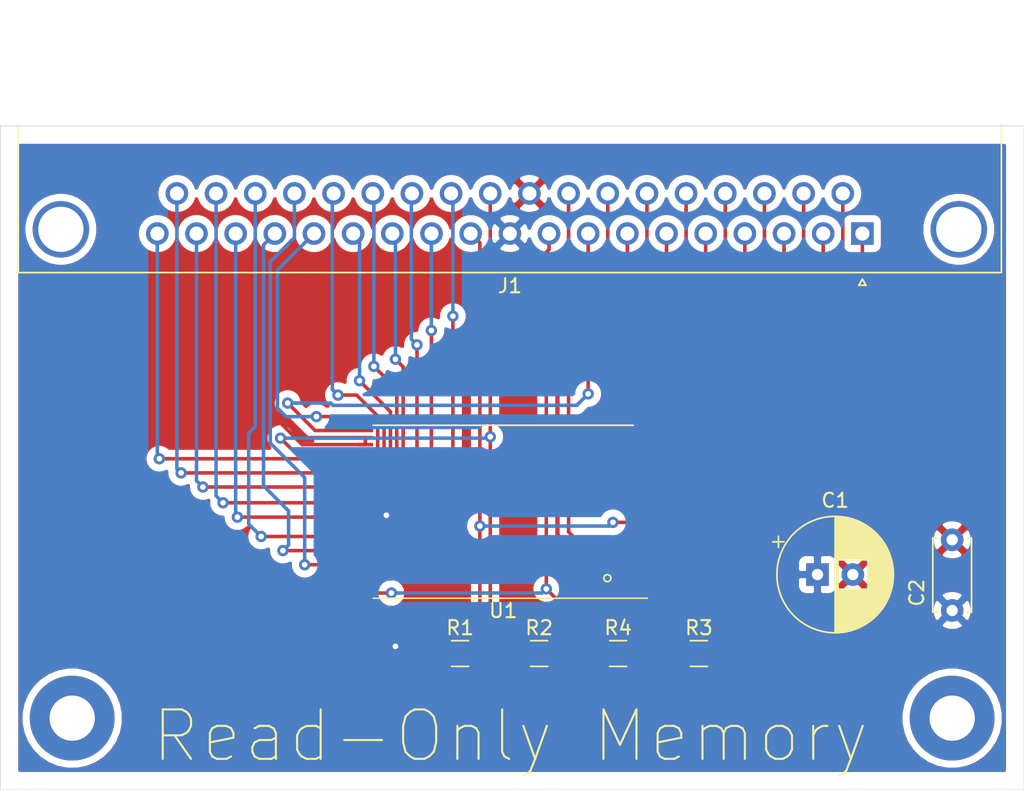
<source format=kicad_pcb>
(kicad_pcb (version 20171130) (host pcbnew 5.1.5-52549c5~84~ubuntu18.04.1)

  (general
    (thickness 1.6)
    (drawings 6)
    (tracks 251)
    (zones 0)
    (modules 8)
    (nets 47)
  )

  (page A4)
  (layers
    (0 F.Cu signal)
    (31 B.Cu signal)
    (32 B.Adhes user)
    (33 F.Adhes user)
    (34 B.Paste user)
    (35 F.Paste user)
    (36 B.SilkS user)
    (37 F.SilkS user)
    (38 B.Mask user)
    (39 F.Mask user)
    (40 Dwgs.User user)
    (41 Cmts.User user)
    (42 Eco1.User user)
    (43 Eco2.User user)
    (44 Edge.Cuts user)
    (45 Margin user)
    (46 B.CrtYd user)
    (47 F.CrtYd user)
    (48 B.Fab user)
    (49 F.Fab user)
  )

  (setup
    (last_trace_width 0.25)
    (user_trace_width 0.5)
    (trace_clearance 0.2)
    (zone_clearance 0.508)
    (zone_45_only no)
    (trace_min 0.2)
    (via_size 0.8)
    (via_drill 0.4)
    (via_min_size 0.4)
    (via_min_drill 0.3)
    (user_via 6 3.2)
    (uvia_size 0.3)
    (uvia_drill 0.1)
    (uvias_allowed no)
    (uvia_min_size 0.2)
    (uvia_min_drill 0.1)
    (edge_width 0.05)
    (segment_width 0.2)
    (pcb_text_width 0.3)
    (pcb_text_size 1.5 1.5)
    (mod_edge_width 0.12)
    (mod_text_size 1 1)
    (mod_text_width 0.15)
    (pad_size 1.524 1.524)
    (pad_drill 0.762)
    (pad_to_mask_clearance 0.051)
    (solder_mask_min_width 0.25)
    (aux_axis_origin 0 0)
    (visible_elements FFFFFF7F)
    (pcbplotparams
      (layerselection 0x010fc_ffffffff)
      (usegerberextensions false)
      (usegerberattributes false)
      (usegerberadvancedattributes false)
      (creategerberjobfile false)
      (excludeedgelayer true)
      (linewidth 0.100000)
      (plotframeref false)
      (viasonmask false)
      (mode 1)
      (useauxorigin false)
      (hpglpennumber 1)
      (hpglpenspeed 20)
      (hpglpendiameter 15.000000)
      (psnegative false)
      (psa4output false)
      (plotreference true)
      (plotvalue true)
      (plotinvisibletext false)
      (padsonsilk false)
      (subtractmaskfromsilk false)
      (outputformat 1)
      (mirror false)
      (drillshape 1)
      (scaleselection 1)
      (outputdirectory ""))
  )

  (net 0 "")
  (net 1 GND)
  (net 2 +3V3)
  (net 3 "Net-(U1-Pad13)")
  (net 4 "Net-(U1-Pad12)")
  (net 5 "Net-(U1-Pad10)")
  (net 6 "Net-(U1-Pad9)")
  (net 7 data_1)
  (net 8 data_3)
  (net 9 data_5)
  (net 10 data_7)
  (net 11 data_9)
  (net 12 data_11)
  (net 13 data_13)
  (net 14 data_15)
  (net 15 OE)
  (net 16 addr_15)
  (net 17 addr_1)
  (net 18 addr_3)
  (net 19 addr_5)
  (net 20 addr_7)
  (net 21 addr_9)
  (net 22 addr_11)
  (net 23 addr_13)
  (net 24 data_0)
  (net 25 data_2)
  (net 26 data_4)
  (net 27 data_6)
  (net 28 data_8)
  (net 29 data_10)
  (net 30 data_12)
  (net 31 data_14)
  (net 32 WE)
  (net 33 addr_16)
  (net 34 addr_0)
  (net 35 addr_2)
  (net 36 addr_4)
  (net 37 addr_6)
  (net 38 addr_8)
  (net 39 addr_10)
  (net 40 addr_12)
  (net 41 addr_14)
  (net 42 "Net-(U1-Pad47)")
  (net 43 "Net-(U1-Pad17)")
  (net 44 "Net-(U1-Pad16)")
  (net 45 "Net-(U1-Pad15)")
  (net 46 "Net-(U1-Pad14)")

  (net_class Default "This is the default net class."
    (clearance 0.2)
    (trace_width 0.25)
    (via_dia 0.8)
    (via_drill 0.4)
    (uvia_dia 0.3)
    (uvia_drill 0.1)
    (add_net +3V3)
    (add_net GND)
    (add_net "Net-(U1-Pad10)")
    (add_net "Net-(U1-Pad12)")
    (add_net "Net-(U1-Pad13)")
    (add_net "Net-(U1-Pad14)")
    (add_net "Net-(U1-Pad15)")
    (add_net "Net-(U1-Pad16)")
    (add_net "Net-(U1-Pad17)")
    (add_net "Net-(U1-Pad47)")
    (add_net "Net-(U1-Pad9)")
    (add_net OE)
    (add_net WE)
    (add_net addr_0)
    (add_net addr_1)
    (add_net addr_10)
    (add_net addr_11)
    (add_net addr_12)
    (add_net addr_13)
    (add_net addr_14)
    (add_net addr_15)
    (add_net addr_16)
    (add_net addr_2)
    (add_net addr_3)
    (add_net addr_4)
    (add_net addr_5)
    (add_net addr_6)
    (add_net addr_7)
    (add_net addr_8)
    (add_net addr_9)
    (add_net data_0)
    (add_net data_1)
    (add_net data_10)
    (add_net data_11)
    (add_net data_12)
    (add_net data_13)
    (add_net data_14)
    (add_net data_15)
    (add_net data_2)
    (add_net data_3)
    (add_net data_4)
    (add_net data_5)
    (add_net data_6)
    (add_net data_7)
    (add_net data_8)
    (add_net data_9)
  )

  (module Resistor_SMD:R_1206_3216Metric (layer F.Cu) (tedit 5B301BBD) (tstamp 5E8A904F)
    (at 168.148 76.708)
    (descr "Resistor SMD 1206 (3216 Metric), square (rectangular) end terminal, IPC_7351 nominal, (Body size source: http://www.tortai-tech.com/upload/download/2011102023233369053.pdf), generated with kicad-footprint-generator")
    (tags resistor)
    (path /5E9CEF52)
    (attr smd)
    (fp_text reference R4 (at 0 -1.82) (layer F.SilkS)
      (effects (font (size 1 1) (thickness 0.15)))
    )
    (fp_text value 5K (at 0 1.82) (layer F.Fab)
      (effects (font (size 1 1) (thickness 0.15)))
    )
    (fp_text user %R (at 0 0) (layer F.Fab)
      (effects (font (size 0.8 0.8) (thickness 0.12)))
    )
    (fp_line (start 2.28 1.12) (end -2.28 1.12) (layer F.CrtYd) (width 0.05))
    (fp_line (start 2.28 -1.12) (end 2.28 1.12) (layer F.CrtYd) (width 0.05))
    (fp_line (start -2.28 -1.12) (end 2.28 -1.12) (layer F.CrtYd) (width 0.05))
    (fp_line (start -2.28 1.12) (end -2.28 -1.12) (layer F.CrtYd) (width 0.05))
    (fp_line (start -0.602064 0.91) (end 0.602064 0.91) (layer F.SilkS) (width 0.12))
    (fp_line (start -0.602064 -0.91) (end 0.602064 -0.91) (layer F.SilkS) (width 0.12))
    (fp_line (start 1.6 0.8) (end -1.6 0.8) (layer F.Fab) (width 0.1))
    (fp_line (start 1.6 -0.8) (end 1.6 0.8) (layer F.Fab) (width 0.1))
    (fp_line (start -1.6 -0.8) (end 1.6 -0.8) (layer F.Fab) (width 0.1))
    (fp_line (start -1.6 0.8) (end -1.6 -0.8) (layer F.Fab) (width 0.1))
    (pad 2 smd roundrect (at 1.4 0) (size 1.25 1.75) (layers F.Cu F.Paste F.Mask) (roundrect_rratio 0.2)
      (net 1 GND))
    (pad 1 smd roundrect (at -1.4 0) (size 1.25 1.75) (layers F.Cu F.Paste F.Mask) (roundrect_rratio 0.2)
      (net 33 addr_16))
    (model ${KISYS3DMOD}/Resistor_SMD.3dshapes/R_1206_3216Metric.wrl
      (at (xyz 0 0 0))
      (scale (xyz 1 1 1))
      (rotate (xyz 0 0 0))
    )
  )

  (module Resistor_SMD:R_1206_3216Metric (layer F.Cu) (tedit 5B301BBD) (tstamp 5E8A903E)
    (at 173.86 76.708)
    (descr "Resistor SMD 1206 (3216 Metric), square (rectangular) end terminal, IPC_7351 nominal, (Body size source: http://www.tortai-tech.com/upload/download/2011102023233369053.pdf), generated with kicad-footprint-generator")
    (tags resistor)
    (path /5E9D7D63)
    (attr smd)
    (fp_text reference R3 (at 0 -1.82) (layer F.SilkS)
      (effects (font (size 1 1) (thickness 0.15)))
    )
    (fp_text value 5K (at 0 1.82) (layer F.Fab)
      (effects (font (size 1 1) (thickness 0.15)))
    )
    (fp_text user %R (at 0 0) (layer F.Fab)
      (effects (font (size 0.8 0.8) (thickness 0.12)))
    )
    (fp_line (start 2.28 1.12) (end -2.28 1.12) (layer F.CrtYd) (width 0.05))
    (fp_line (start 2.28 -1.12) (end 2.28 1.12) (layer F.CrtYd) (width 0.05))
    (fp_line (start -2.28 -1.12) (end 2.28 -1.12) (layer F.CrtYd) (width 0.05))
    (fp_line (start -2.28 1.12) (end -2.28 -1.12) (layer F.CrtYd) (width 0.05))
    (fp_line (start -0.602064 0.91) (end 0.602064 0.91) (layer F.SilkS) (width 0.12))
    (fp_line (start -0.602064 -0.91) (end 0.602064 -0.91) (layer F.SilkS) (width 0.12))
    (fp_line (start 1.6 0.8) (end -1.6 0.8) (layer F.Fab) (width 0.1))
    (fp_line (start 1.6 -0.8) (end 1.6 0.8) (layer F.Fab) (width 0.1))
    (fp_line (start -1.6 -0.8) (end 1.6 -0.8) (layer F.Fab) (width 0.1))
    (fp_line (start -1.6 0.8) (end -1.6 -0.8) (layer F.Fab) (width 0.1))
    (pad 2 smd roundrect (at 1.4 0) (size 1.25 1.75) (layers F.Cu F.Paste F.Mask) (roundrect_rratio 0.2)
      (net 1 GND))
    (pad 1 smd roundrect (at -1.4 0) (size 1.25 1.75) (layers F.Cu F.Paste F.Mask) (roundrect_rratio 0.2)
      (net 16 addr_15))
    (model ${KISYS3DMOD}/Resistor_SMD.3dshapes/R_1206_3216Metric.wrl
      (at (xyz 0 0 0))
      (scale (xyz 1 1 1))
      (rotate (xyz 0 0 0))
    )
  )

  (module Package_SO:TSOP-I-48_18.4x12mm_P0.5mm (layer F.Cu) (tedit 5A02F25C) (tstamp 5E8A760D)
    (at 160.02 66.675 180)
    (descr "TSOP I, 32 pins, 18.4x8mm body (https://www.micron.com/~/media/documents/products/technical-note/nor-flash/tn1225_land_pad_design.pdf)")
    (tags "TSOP I 32")
    (path /5E93A928)
    (attr smd)
    (fp_text reference U1 (at 0 -7) (layer F.SilkS)
      (effects (font (size 1 1) (thickness 0.15)))
    )
    (fp_text value SST39VF200A (at 0 7) (layer F.Fab)
      (effects (font (size 1 1) (thickness 0.15)))
    )
    (fp_line (start -8.2 -6) (end 9.2 -6) (layer F.Fab) (width 0.1))
    (fp_line (start -9.2 6) (end -9.2 -5) (layer F.Fab) (width 0.1))
    (fp_line (start 9.2 6) (end -9.2 6) (layer F.Fab) (width 0.1))
    (fp_line (start 9.2 -6) (end 9.2 6) (layer F.Fab) (width 0.1))
    (fp_text user %R (at 0 0) (layer F.Fab)
      (effects (font (size 1 1) (thickness 0.15)))
    )
    (fp_line (start -8.2 -6) (end -9.2 -5) (layer F.Fab) (width 0.1))
    (fp_line (start 9.2 -6.12) (end -10.2 -6.12) (layer F.SilkS) (width 0.1))
    (fp_line (start -9.2 6.12) (end 9.2 6.12) (layer F.SilkS) (width 0.12))
    (fp_line (start -10.55 -6.25) (end 10.55 -6.25) (layer F.CrtYd) (width 0.05))
    (fp_line (start 10.55 -6.25) (end 10.55 6.25) (layer F.CrtYd) (width 0.05))
    (fp_line (start 10.55 6.25) (end -10.55 6.25) (layer F.CrtYd) (width 0.05))
    (fp_line (start -10.55 6.25) (end -10.55 -6.25) (layer F.CrtYd) (width 0.05))
    (pad 48 smd rect (at 9.75 -5.75 180) (size 1.1 0.25) (layers F.Cu F.Paste F.Mask)
      (net 33 addr_16))
    (pad 47 smd rect (at 9.75 -5.25 180) (size 1.1 0.25) (layers F.Cu F.Paste F.Mask)
      (net 42 "Net-(U1-Pad47)"))
    (pad 46 smd rect (at 9.75 -4.75 180) (size 1.1 0.25) (layers F.Cu F.Paste F.Mask)
      (net 1 GND))
    (pad 45 smd rect (at 9.75 -4.25 180) (size 1.1 0.25) (layers F.Cu F.Paste F.Mask)
      (net 14 data_15))
    (pad 44 smd rect (at 9.75 -3.75 180) (size 1.1 0.25) (layers F.Cu F.Paste F.Mask)
      (net 10 data_7))
    (pad 43 smd rect (at 9.75 -3.25 180) (size 1.1 0.25) (layers F.Cu F.Paste F.Mask)
      (net 31 data_14))
    (pad 42 smd rect (at 9.75 -2.75 180) (size 1.1 0.25) (layers F.Cu F.Paste F.Mask)
      (net 27 data_6))
    (pad 41 smd rect (at 9.75 -2.25 180) (size 1.1 0.25) (layers F.Cu F.Paste F.Mask)
      (net 13 data_13))
    (pad 40 smd rect (at 9.75 -1.75 180) (size 1.1 0.25) (layers F.Cu F.Paste F.Mask)
      (net 9 data_5))
    (pad 39 smd rect (at 9.75 -1.25 180) (size 1.1 0.25) (layers F.Cu F.Paste F.Mask)
      (net 30 data_12))
    (pad 38 smd rect (at 9.75 -0.75 180) (size 1.1 0.25) (layers F.Cu F.Paste F.Mask)
      (net 26 data_4))
    (pad 37 smd rect (at 9.75 -0.25 180) (size 1.1 0.25) (layers F.Cu F.Paste F.Mask)
      (net 2 +3V3))
    (pad 36 smd rect (at 9.75 0.25 180) (size 1.1 0.25) (layers F.Cu F.Paste F.Mask)
      (net 12 data_11))
    (pad 35 smd rect (at 9.75 0.75 180) (size 1.1 0.25) (layers F.Cu F.Paste F.Mask)
      (net 8 data_3))
    (pad 34 smd rect (at 9.75 1.25 180) (size 1.1 0.25) (layers F.Cu F.Paste F.Mask)
      (net 29 data_10))
    (pad 33 smd rect (at 9.75 1.75 180) (size 1.1 0.25) (layers F.Cu F.Paste F.Mask)
      (net 25 data_2))
    (pad 32 smd rect (at 9.75 2.25 180) (size 1.1 0.25) (layers F.Cu F.Paste F.Mask)
      (net 11 data_9))
    (pad 31 smd rect (at 9.75 2.75 180) (size 1.1 0.25) (layers F.Cu F.Paste F.Mask)
      (net 7 data_1))
    (pad 30 smd rect (at 9.75 3.25 180) (size 1.1 0.25) (layers F.Cu F.Paste F.Mask)
      (net 28 data_8))
    (pad 29 smd rect (at 9.75 3.75 180) (size 1.1 0.25) (layers F.Cu F.Paste F.Mask)
      (net 24 data_0))
    (pad 28 smd rect (at 9.75 4.25 180) (size 1.1 0.25) (layers F.Cu F.Paste F.Mask)
      (net 15 OE))
    (pad 27 smd rect (at 9.75 4.75 180) (size 1.1 0.25) (layers F.Cu F.Paste F.Mask)
      (net 1 GND))
    (pad 26 smd rect (at 9.75 5.25 180) (size 1.1 0.25) (layers F.Cu F.Paste F.Mask)
      (net 1 GND))
    (pad 24 smd rect (at -9.75 5.75 180) (size 1.1 0.25) (layers F.Cu F.Paste F.Mask)
      (net 17 addr_1))
    (pad 23 smd rect (at -9.75 5.25 180) (size 1.1 0.25) (layers F.Cu F.Paste F.Mask)
      (net 35 addr_2))
    (pad 22 smd rect (at -9.75 4.75 180) (size 1.1 0.25) (layers F.Cu F.Paste F.Mask)
      (net 18 addr_3))
    (pad 21 smd rect (at -9.75 4.25 180) (size 1.1 0.25) (layers F.Cu F.Paste F.Mask)
      (net 36 addr_4))
    (pad 20 smd rect (at -9.75 3.75 180) (size 1.1 0.25) (layers F.Cu F.Paste F.Mask)
      (net 19 addr_5))
    (pad 19 smd rect (at -9.75 3.25 180) (size 1.1 0.25) (layers F.Cu F.Paste F.Mask)
      (net 37 addr_6))
    (pad 18 smd rect (at -9.75 2.75 180) (size 1.1 0.25) (layers F.Cu F.Paste F.Mask)
      (net 20 addr_7))
    (pad 17 smd rect (at -9.75 2.25 180) (size 1.1 0.25) (layers F.Cu F.Paste F.Mask)
      (net 43 "Net-(U1-Pad17)"))
    (pad 16 smd rect (at -9.75 1.75 180) (size 1.1 0.25) (layers F.Cu F.Paste F.Mask)
      (net 44 "Net-(U1-Pad16)"))
    (pad 15 smd rect (at -9.75 1.25 180) (size 1.1 0.25) (layers F.Cu F.Paste F.Mask)
      (net 45 "Net-(U1-Pad15)"))
    (pad 14 smd rect (at -9.75 0.75 180) (size 1.1 0.25) (layers F.Cu F.Paste F.Mask)
      (net 46 "Net-(U1-Pad14)"))
    (pad 13 smd rect (at -9.75 0.25 180) (size 1.1 0.25) (layers F.Cu F.Paste F.Mask)
      (net 3 "Net-(U1-Pad13)"))
    (pad 12 smd rect (at -9.75 -0.25 180) (size 1.1 0.25) (layers F.Cu F.Paste F.Mask)
      (net 4 "Net-(U1-Pad12)"))
    (pad 11 smd rect (at -9.75 -0.75 180) (size 1.1 0.25) (layers F.Cu F.Paste F.Mask)
      (net 32 WE))
    (pad 10 smd rect (at -9.75 -1.25 180) (size 1.1 0.25) (layers F.Cu F.Paste F.Mask)
      (net 5 "Net-(U1-Pad10)"))
    (pad 9 smd rect (at -9.75 -1.75 180) (size 1.1 0.25) (layers F.Cu F.Paste F.Mask)
      (net 6 "Net-(U1-Pad9)"))
    (pad 8 smd rect (at -9.75 -2.25 180) (size 1.1 0.25) (layers F.Cu F.Paste F.Mask)
      (net 38 addr_8))
    (pad 7 smd rect (at -9.75 -2.75 180) (size 1.1 0.25) (layers F.Cu F.Paste F.Mask)
      (net 21 addr_9))
    (pad 6 smd rect (at -9.75 -3.25 180) (size 1.1 0.25) (layers F.Cu F.Paste F.Mask)
      (net 39 addr_10))
    (pad 5 smd rect (at -9.75 -3.75 180) (size 1.1 0.25) (layers F.Cu F.Paste F.Mask)
      (net 22 addr_11))
    (pad 4 smd rect (at -9.75 -4.25 180) (size 1.1 0.25) (layers F.Cu F.Paste F.Mask)
      (net 40 addr_12))
    (pad 3 smd rect (at -9.75 -4.75 180) (size 1.1 0.25) (layers F.Cu F.Paste F.Mask)
      (net 23 addr_13))
    (pad 2 smd rect (at -9.75 -5.25 180) (size 1.1 0.25) (layers F.Cu F.Paste F.Mask)
      (net 41 addr_14))
    (pad 25 smd rect (at 9.75 5.75 180) (size 1.1 0.25) (layers F.Cu F.Paste F.Mask)
      (net 34 addr_0))
    (pad 1 smd rect (at -9.75 -5.75 180) (size 1.1 0.25) (layers F.Cu F.Paste F.Mask)
      (net 16 addr_15))
    (model ${KISYS3DMOD}/Package_SO.3dshapes/TSOP-I-48_18.4x12mm_P0.5mm.wrl
      (at (xyz 0 0 0))
      (scale (xyz 1 1 1))
      (rotate (xyz 0 0 0))
    )
  )

  (module Resistor_SMD:R_1206_3216Metric (layer F.Cu) (tedit 5B301BBD) (tstamp 5E8A75CD)
    (at 162.56 76.708)
    (descr "Resistor SMD 1206 (3216 Metric), square (rectangular) end terminal, IPC_7351 nominal, (Body size source: http://www.tortai-tech.com/upload/download/2011102023233369053.pdf), generated with kicad-footprint-generator")
    (tags resistor)
    (path /5E9AEBD1)
    (attr smd)
    (fp_text reference R2 (at 0 -1.82) (layer F.SilkS)
      (effects (font (size 1 1) (thickness 0.15)))
    )
    (fp_text value 5K (at 0 1.82) (layer F.Fab)
      (effects (font (size 1 1) (thickness 0.15)))
    )
    (fp_text user %R (at 0 0) (layer F.Fab)
      (effects (font (size 0.8 0.8) (thickness 0.12)))
    )
    (fp_line (start 2.28 1.12) (end -2.28 1.12) (layer F.CrtYd) (width 0.05))
    (fp_line (start 2.28 -1.12) (end 2.28 1.12) (layer F.CrtYd) (width 0.05))
    (fp_line (start -2.28 -1.12) (end 2.28 -1.12) (layer F.CrtYd) (width 0.05))
    (fp_line (start -2.28 1.12) (end -2.28 -1.12) (layer F.CrtYd) (width 0.05))
    (fp_line (start -0.602064 0.91) (end 0.602064 0.91) (layer F.SilkS) (width 0.12))
    (fp_line (start -0.602064 -0.91) (end 0.602064 -0.91) (layer F.SilkS) (width 0.12))
    (fp_line (start 1.6 0.8) (end -1.6 0.8) (layer F.Fab) (width 0.1))
    (fp_line (start 1.6 -0.8) (end 1.6 0.8) (layer F.Fab) (width 0.1))
    (fp_line (start -1.6 -0.8) (end 1.6 -0.8) (layer F.Fab) (width 0.1))
    (fp_line (start -1.6 0.8) (end -1.6 -0.8) (layer F.Fab) (width 0.1))
    (pad 2 smd roundrect (at 1.4 0) (size 1.25 1.75) (layers F.Cu F.Paste F.Mask) (roundrect_rratio 0.2)
      (net 1 GND))
    (pad 1 smd roundrect (at -1.4 0) (size 1.25 1.75) (layers F.Cu F.Paste F.Mask) (roundrect_rratio 0.2)
      (net 15 OE))
    (model ${KISYS3DMOD}/Resistor_SMD.3dshapes/R_1206_3216Metric.wrl
      (at (xyz 0 0 0))
      (scale (xyz 1 1 1))
      (rotate (xyz 0 0 0))
    )
  )

  (module Resistor_SMD:R_1206_3216Metric (layer F.Cu) (tedit 5B301BBD) (tstamp 5E8A75BC)
    (at 156.972 76.708)
    (descr "Resistor SMD 1206 (3216 Metric), square (rectangular) end terminal, IPC_7351 nominal, (Body size source: http://www.tortai-tech.com/upload/download/2011102023233369053.pdf), generated with kicad-footprint-generator")
    (tags resistor)
    (path /5E9B73DC)
    (attr smd)
    (fp_text reference R1 (at 0 -1.82) (layer F.SilkS)
      (effects (font (size 1 1) (thickness 0.15)))
    )
    (fp_text value 5K (at 0 1.82) (layer F.Fab)
      (effects (font (size 1 1) (thickness 0.15)))
    )
    (fp_text user %R (at 0 0) (layer F.Fab)
      (effects (font (size 0.8 0.8) (thickness 0.12)))
    )
    (fp_line (start 2.28 1.12) (end -2.28 1.12) (layer F.CrtYd) (width 0.05))
    (fp_line (start 2.28 -1.12) (end 2.28 1.12) (layer F.CrtYd) (width 0.05))
    (fp_line (start -2.28 -1.12) (end 2.28 -1.12) (layer F.CrtYd) (width 0.05))
    (fp_line (start -2.28 1.12) (end -2.28 -1.12) (layer F.CrtYd) (width 0.05))
    (fp_line (start -0.602064 0.91) (end 0.602064 0.91) (layer F.SilkS) (width 0.12))
    (fp_line (start -0.602064 -0.91) (end 0.602064 -0.91) (layer F.SilkS) (width 0.12))
    (fp_line (start 1.6 0.8) (end -1.6 0.8) (layer F.Fab) (width 0.1))
    (fp_line (start 1.6 -0.8) (end 1.6 0.8) (layer F.Fab) (width 0.1))
    (fp_line (start -1.6 -0.8) (end 1.6 -0.8) (layer F.Fab) (width 0.1))
    (fp_line (start -1.6 0.8) (end -1.6 -0.8) (layer F.Fab) (width 0.1))
    (pad 2 smd roundrect (at 1.4 0) (size 1.25 1.75) (layers F.Cu F.Paste F.Mask) (roundrect_rratio 0.2)
      (net 32 WE))
    (pad 1 smd roundrect (at -1.4 0) (size 1.25 1.75) (layers F.Cu F.Paste F.Mask) (roundrect_rratio 0.2)
      (net 2 +3V3))
    (model ${KISYS3DMOD}/Resistor_SMD.3dshapes/R_1206_3216Metric.wrl
      (at (xyz 0 0 0))
      (scale (xyz 1 1 1))
      (rotate (xyz 0 0 0))
    )
  )

  (module Connector_Dsub:DSUB-37_Male_Horizontal_P2.77x2.84mm_EdgePinOffset4.94mm_Housed_MountingHolesOffset7.48mm (layer F.Cu) (tedit 59FEDEE2) (tstamp 5E70756A)
    (at 185.42 46.99 180)
    (descr "37-pin D-Sub connector, horizontal/angled (90 deg), THT-mount, male, pitch 2.77x2.84mm, pin-PCB-offset 4.9399999999999995mm, distance of mounting holes 63.5mm, distance of mounting holes to PCB edge 7.4799999999999995mm, see https://disti-assets.s3.amazonaws.com/tonar/files/datasheets/16730.pdf")
    (tags "37-pin D-Sub connector horizontal angled 90deg THT male pitch 2.77x2.84mm pin-PCB-offset 4.9399999999999995mm mounting-holes-distance 63.5mm mounting-hole-offset 63.5mm")
    (path /5E7F94CF)
    (fp_text reference J1 (at 24.93 -3.7) (layer F.SilkS)
      (effects (font (size 1 1) (thickness 0.15)))
    )
    (fp_text value DB37_Male (at 24.93 15.68) (layer F.Fab)
      (effects (font (size 1 1) (thickness 0.15)))
    )
    (fp_text user %R (at 24.93 11.18) (layer F.Fab)
      (effects (font (size 1 1) (thickness 0.15)))
    )
    (fp_line (start 60.15 -3.25) (end -10.3 -3.25) (layer F.CrtYd) (width 0.05))
    (fp_line (start 60.15 14.7) (end 60.15 -3.25) (layer F.CrtYd) (width 0.05))
    (fp_line (start -10.3 14.7) (end 60.15 14.7) (layer F.CrtYd) (width 0.05))
    (fp_line (start -10.3 -3.25) (end -10.3 14.7) (layer F.CrtYd) (width 0.05))
    (fp_line (start 0 -3.221325) (end -0.25 -3.654338) (layer F.SilkS) (width 0.12))
    (fp_line (start 0.25 -3.654338) (end 0 -3.221325) (layer F.SilkS) (width 0.12))
    (fp_line (start -0.25 -3.654338) (end 0.25 -3.654338) (layer F.SilkS) (width 0.12))
    (fp_line (start 59.69 -2.76) (end 59.69 7.72) (layer F.SilkS) (width 0.12))
    (fp_line (start -9.83 -2.76) (end 59.69 -2.76) (layer F.SilkS) (width 0.12))
    (fp_line (start -9.83 7.72) (end -9.83 -2.76) (layer F.SilkS) (width 0.12))
    (fp_line (start 58.28 7.78) (end 58.28 0.3) (layer F.Fab) (width 0.1))
    (fp_line (start 55.08 7.78) (end 55.08 0.3) (layer F.Fab) (width 0.1))
    (fp_line (start -5.22 7.78) (end -5.22 0.3) (layer F.Fab) (width 0.1))
    (fp_line (start -8.42 7.78) (end -8.42 0.3) (layer F.Fab) (width 0.1))
    (fp_line (start 59.18 8.18) (end 54.18 8.18) (layer F.Fab) (width 0.1))
    (fp_line (start 59.18 13.18) (end 59.18 8.18) (layer F.Fab) (width 0.1))
    (fp_line (start 54.18 13.18) (end 59.18 13.18) (layer F.Fab) (width 0.1))
    (fp_line (start 54.18 8.18) (end 54.18 13.18) (layer F.Fab) (width 0.1))
    (fp_line (start -4.32 8.18) (end -9.32 8.18) (layer F.Fab) (width 0.1))
    (fp_line (start -4.32 13.18) (end -4.32 8.18) (layer F.Fab) (width 0.1))
    (fp_line (start -9.32 13.18) (end -4.32 13.18) (layer F.Fab) (width 0.1))
    (fp_line (start -9.32 8.18) (end -9.32 13.18) (layer F.Fab) (width 0.1))
    (fp_line (start 52.33 8.18) (end -2.47 8.18) (layer F.Fab) (width 0.1))
    (fp_line (start 52.33 14.18) (end 52.33 8.18) (layer F.Fab) (width 0.1))
    (fp_line (start -2.47 14.18) (end 52.33 14.18) (layer F.Fab) (width 0.1))
    (fp_line (start -2.47 8.18) (end -2.47 14.18) (layer F.Fab) (width 0.1))
    (fp_line (start 59.63 7.78) (end -9.77 7.78) (layer F.Fab) (width 0.1))
    (fp_line (start 59.63 8.18) (end 59.63 7.78) (layer F.Fab) (width 0.1))
    (fp_line (start -9.77 8.18) (end 59.63 8.18) (layer F.Fab) (width 0.1))
    (fp_line (start -9.77 7.78) (end -9.77 8.18) (layer F.Fab) (width 0.1))
    (fp_line (start 59.63 -2.7) (end -9.77 -2.7) (layer F.Fab) (width 0.1))
    (fp_line (start 59.63 7.78) (end 59.63 -2.7) (layer F.Fab) (width 0.1))
    (fp_line (start -9.77 7.78) (end 59.63 7.78) (layer F.Fab) (width 0.1))
    (fp_line (start -9.77 -2.7) (end -9.77 7.78) (layer F.Fab) (width 0.1))
    (fp_arc (start 56.68 0.3) (end 55.08 0.3) (angle 180) (layer F.Fab) (width 0.1))
    (fp_arc (start -6.82 0.3) (end -8.42 0.3) (angle 180) (layer F.Fab) (width 0.1))
    (pad 0 thru_hole circle (at 56.68 0.3 180) (size 4 4) (drill 3.2) (layers *.Cu *.Mask))
    (pad 0 thru_hole circle (at -6.82 0.3 180) (size 4 4) (drill 3.2) (layers *.Cu *.Mask))
    (pad 37 thru_hole circle (at 48.475 2.84 180) (size 1.6 1.6) (drill 1) (layers *.Cu *.Mask)
      (net 7 data_1))
    (pad 36 thru_hole circle (at 45.705 2.84 180) (size 1.6 1.6) (drill 1) (layers *.Cu *.Mask)
      (net 8 data_3))
    (pad 35 thru_hole circle (at 42.935 2.84 180) (size 1.6 1.6) (drill 1) (layers *.Cu *.Mask)
      (net 9 data_5))
    (pad 34 thru_hole circle (at 40.165 2.84 180) (size 1.6 1.6) (drill 1) (layers *.Cu *.Mask)
      (net 10 data_7))
    (pad 33 thru_hole circle (at 37.395 2.84 180) (size 1.6 1.6) (drill 1) (layers *.Cu *.Mask)
      (net 11 data_9))
    (pad 32 thru_hole circle (at 34.625 2.84 180) (size 1.6 1.6) (drill 1) (layers *.Cu *.Mask)
      (net 12 data_11))
    (pad 31 thru_hole circle (at 31.855 2.84 180) (size 1.6 1.6) (drill 1) (layers *.Cu *.Mask)
      (net 13 data_13))
    (pad 30 thru_hole circle (at 29.085 2.84 180) (size 1.6 1.6) (drill 1) (layers *.Cu *.Mask)
      (net 14 data_15))
    (pad 29 thru_hole circle (at 26.315 2.84 180) (size 1.6 1.6) (drill 1) (layers *.Cu *.Mask)
      (net 15 OE))
    (pad 28 thru_hole circle (at 23.545 2.84 180) (size 1.6 1.6) (drill 1) (layers *.Cu *.Mask)
      (net 1 GND))
    (pad 27 thru_hole circle (at 20.775 2.84 180) (size 1.6 1.6) (drill 1) (layers *.Cu *.Mask)
      (net 16 addr_15))
    (pad 26 thru_hole circle (at 18.005 2.84 180) (size 1.6 1.6) (drill 1) (layers *.Cu *.Mask)
      (net 17 addr_1))
    (pad 25 thru_hole circle (at 15.235 2.84 180) (size 1.6 1.6) (drill 1) (layers *.Cu *.Mask)
      (net 18 addr_3))
    (pad 24 thru_hole circle (at 12.465 2.84 180) (size 1.6 1.6) (drill 1) (layers *.Cu *.Mask)
      (net 19 addr_5))
    (pad 23 thru_hole circle (at 9.695 2.84 180) (size 1.6 1.6) (drill 1) (layers *.Cu *.Mask)
      (net 20 addr_7))
    (pad 22 thru_hole circle (at 6.925 2.84 180) (size 1.6 1.6) (drill 1) (layers *.Cu *.Mask)
      (net 21 addr_9))
    (pad 21 thru_hole circle (at 4.155 2.84 180) (size 1.6 1.6) (drill 1) (layers *.Cu *.Mask)
      (net 22 addr_11))
    (pad 20 thru_hole circle (at 1.385 2.84 180) (size 1.6 1.6) (drill 1) (layers *.Cu *.Mask)
      (net 23 addr_13))
    (pad 19 thru_hole circle (at 49.86 0 180) (size 1.6 1.6) (drill 1) (layers *.Cu *.Mask)
      (net 24 data_0))
    (pad 18 thru_hole circle (at 47.09 0 180) (size 1.6 1.6) (drill 1) (layers *.Cu *.Mask)
      (net 25 data_2))
    (pad 17 thru_hole circle (at 44.32 0 180) (size 1.6 1.6) (drill 1) (layers *.Cu *.Mask)
      (net 26 data_4))
    (pad 16 thru_hole circle (at 41.55 0 180) (size 1.6 1.6) (drill 1) (layers *.Cu *.Mask)
      (net 27 data_6))
    (pad 15 thru_hole circle (at 38.78 0 180) (size 1.6 1.6) (drill 1) (layers *.Cu *.Mask)
      (net 28 data_8))
    (pad 14 thru_hole circle (at 36.01 0 180) (size 1.6 1.6) (drill 1) (layers *.Cu *.Mask)
      (net 29 data_10))
    (pad 13 thru_hole circle (at 33.24 0 180) (size 1.6 1.6) (drill 1) (layers *.Cu *.Mask)
      (net 30 data_12))
    (pad 12 thru_hole circle (at 30.47 0 180) (size 1.6 1.6) (drill 1) (layers *.Cu *.Mask)
      (net 31 data_14))
    (pad 11 thru_hole circle (at 27.7 0 180) (size 1.6 1.6) (drill 1) (layers *.Cu *.Mask)
      (net 32 WE))
    (pad 10 thru_hole circle (at 24.93 0 180) (size 1.6 1.6) (drill 1) (layers *.Cu *.Mask)
      (net 2 +3V3))
    (pad 9 thru_hole circle (at 22.16 0 180) (size 1.6 1.6) (drill 1) (layers *.Cu *.Mask)
      (net 33 addr_16))
    (pad 8 thru_hole circle (at 19.39 0 180) (size 1.6 1.6) (drill 1) (layers *.Cu *.Mask)
      (net 34 addr_0))
    (pad 7 thru_hole circle (at 16.62 0 180) (size 1.6 1.6) (drill 1) (layers *.Cu *.Mask)
      (net 35 addr_2))
    (pad 6 thru_hole circle (at 13.85 0 180) (size 1.6 1.6) (drill 1) (layers *.Cu *.Mask)
      (net 36 addr_4))
    (pad 5 thru_hole circle (at 11.08 0 180) (size 1.6 1.6) (drill 1) (layers *.Cu *.Mask)
      (net 37 addr_6))
    (pad 4 thru_hole circle (at 8.31 0 180) (size 1.6 1.6) (drill 1) (layers *.Cu *.Mask)
      (net 38 addr_8))
    (pad 3 thru_hole circle (at 5.54 0 180) (size 1.6 1.6) (drill 1) (layers *.Cu *.Mask)
      (net 39 addr_10))
    (pad 2 thru_hole circle (at 2.77 0 180) (size 1.6 1.6) (drill 1) (layers *.Cu *.Mask)
      (net 40 addr_12))
    (pad 1 thru_hole rect (at 0 0 180) (size 1.6 1.6) (drill 1) (layers *.Cu *.Mask)
      (net 41 addr_14))
    (model ${KISYS3DMOD}/Connector_Dsub.3dshapes/DSUB-37_Male_Horizontal_P2.77x2.84mm_EdgePinOffset4.94mm_Housed_MountingHolesOffset7.48mm.wrl
      (at (xyz 0 0 0))
      (scale (xyz 1 1 1))
      (rotate (xyz 0 0 0))
    )
  )

  (module Capacitor_THT:C_Disc_D5.0mm_W2.5mm_P5.00mm (layer F.Cu) (tedit 5AE50EF0) (tstamp 5E71F4D9)
    (at 191.77 73.66 90)
    (descr "C, Disc series, Radial, pin pitch=5.00mm, , diameter*width=5*2.5mm^2, Capacitor, http://cdn-reichelt.de/documents/datenblatt/B300/DS_KERKO_TC.pdf")
    (tags "C Disc series Radial pin pitch 5.00mm  diameter 5mm width 2.5mm Capacitor")
    (path /5E7D725F)
    (fp_text reference C2 (at 1.25 -2.5 90) (layer F.SilkS)
      (effects (font (size 1 1) (thickness 0.15)))
    )
    (fp_text value 100nF (at 1.25 2.5 90) (layer F.Fab)
      (effects (font (size 1 1) (thickness 0.15)))
    )
    (fp_text user %R (at 1.25 0 90) (layer F.Fab)
      (effects (font (size 1 1) (thickness 0.15)))
    )
    (fp_line (start 6.05 -1.5) (end -1.05 -1.5) (layer F.CrtYd) (width 0.05))
    (fp_line (start 6.05 1.5) (end 6.05 -1.5) (layer F.CrtYd) (width 0.05))
    (fp_line (start -1.05 1.5) (end 6.05 1.5) (layer F.CrtYd) (width 0.05))
    (fp_line (start -1.05 -1.5) (end -1.05 1.5) (layer F.CrtYd) (width 0.05))
    (fp_line (start 5.12 1.055) (end 5.12 1.37) (layer F.SilkS) (width 0.12))
    (fp_line (start 5.12 -1.37) (end 5.12 -1.055) (layer F.SilkS) (width 0.12))
    (fp_line (start -0.12 1.055) (end -0.12 1.37) (layer F.SilkS) (width 0.12))
    (fp_line (start -0.12 -1.37) (end -0.12 -1.055) (layer F.SilkS) (width 0.12))
    (fp_line (start -0.12 1.37) (end 5.12 1.37) (layer F.SilkS) (width 0.12))
    (fp_line (start -0.12 -1.37) (end 5.12 -1.37) (layer F.SilkS) (width 0.12))
    (fp_line (start 5 -1.25) (end 0 -1.25) (layer F.Fab) (width 0.1))
    (fp_line (start 5 1.25) (end 5 -1.25) (layer F.Fab) (width 0.1))
    (fp_line (start 0 1.25) (end 5 1.25) (layer F.Fab) (width 0.1))
    (fp_line (start 0 -1.25) (end 0 1.25) (layer F.Fab) (width 0.1))
    (pad 2 thru_hole circle (at 5 0 90) (size 1.6 1.6) (drill 0.8) (layers *.Cu *.Mask)
      (net 1 GND))
    (pad 1 thru_hole circle (at 0 0 90) (size 1.6 1.6) (drill 0.8) (layers *.Cu *.Mask)
      (net 2 +3V3))
    (model ${KISYS3DMOD}/Capacitor_THT.3dshapes/C_Disc_D5.0mm_W2.5mm_P5.00mm.wrl
      (at (xyz 0 0 0))
      (scale (xyz 1 1 1))
      (rotate (xyz 0 0 0))
    )
  )

  (module Capacitor_THT:CP_Radial_D8.0mm_P2.50mm (layer F.Cu) (tedit 5AE50EF0) (tstamp 5E720961)
    (at 182.245 71.12)
    (descr "CP, Radial series, Radial, pin pitch=2.50mm, , diameter=8mm, Electrolytic Capacitor")
    (tags "CP Radial series Radial pin pitch 2.50mm  diameter 8mm Electrolytic Capacitor")
    (path /5E7D554F)
    (fp_text reference C1 (at 1.25 -5.25) (layer F.SilkS)
      (effects (font (size 1 1) (thickness 0.15)))
    )
    (fp_text value 100uF (at 1.25 5.25) (layer F.Fab)
      (effects (font (size 1 1) (thickness 0.15)))
    )
    (fp_text user %R (at 1.25 0) (layer F.Fab)
      (effects (font (size 1 1) (thickness 0.15)))
    )
    (fp_line (start -2.759698 -2.715) (end -2.759698 -1.915) (layer F.SilkS) (width 0.12))
    (fp_line (start -3.159698 -2.315) (end -2.359698 -2.315) (layer F.SilkS) (width 0.12))
    (fp_line (start 5.331 -0.533) (end 5.331 0.533) (layer F.SilkS) (width 0.12))
    (fp_line (start 5.291 -0.768) (end 5.291 0.768) (layer F.SilkS) (width 0.12))
    (fp_line (start 5.251 -0.948) (end 5.251 0.948) (layer F.SilkS) (width 0.12))
    (fp_line (start 5.211 -1.098) (end 5.211 1.098) (layer F.SilkS) (width 0.12))
    (fp_line (start 5.171 -1.229) (end 5.171 1.229) (layer F.SilkS) (width 0.12))
    (fp_line (start 5.131 -1.346) (end 5.131 1.346) (layer F.SilkS) (width 0.12))
    (fp_line (start 5.091 -1.453) (end 5.091 1.453) (layer F.SilkS) (width 0.12))
    (fp_line (start 5.051 -1.552) (end 5.051 1.552) (layer F.SilkS) (width 0.12))
    (fp_line (start 5.011 -1.645) (end 5.011 1.645) (layer F.SilkS) (width 0.12))
    (fp_line (start 4.971 -1.731) (end 4.971 1.731) (layer F.SilkS) (width 0.12))
    (fp_line (start 4.931 -1.813) (end 4.931 1.813) (layer F.SilkS) (width 0.12))
    (fp_line (start 4.891 -1.89) (end 4.891 1.89) (layer F.SilkS) (width 0.12))
    (fp_line (start 4.851 -1.964) (end 4.851 1.964) (layer F.SilkS) (width 0.12))
    (fp_line (start 4.811 -2.034) (end 4.811 2.034) (layer F.SilkS) (width 0.12))
    (fp_line (start 4.771 -2.102) (end 4.771 2.102) (layer F.SilkS) (width 0.12))
    (fp_line (start 4.731 -2.166) (end 4.731 2.166) (layer F.SilkS) (width 0.12))
    (fp_line (start 4.691 -2.228) (end 4.691 2.228) (layer F.SilkS) (width 0.12))
    (fp_line (start 4.651 -2.287) (end 4.651 2.287) (layer F.SilkS) (width 0.12))
    (fp_line (start 4.611 -2.345) (end 4.611 2.345) (layer F.SilkS) (width 0.12))
    (fp_line (start 4.571 -2.4) (end 4.571 2.4) (layer F.SilkS) (width 0.12))
    (fp_line (start 4.531 -2.454) (end 4.531 2.454) (layer F.SilkS) (width 0.12))
    (fp_line (start 4.491 -2.505) (end 4.491 2.505) (layer F.SilkS) (width 0.12))
    (fp_line (start 4.451 -2.556) (end 4.451 2.556) (layer F.SilkS) (width 0.12))
    (fp_line (start 4.411 -2.604) (end 4.411 2.604) (layer F.SilkS) (width 0.12))
    (fp_line (start 4.371 -2.651) (end 4.371 2.651) (layer F.SilkS) (width 0.12))
    (fp_line (start 4.331 -2.697) (end 4.331 2.697) (layer F.SilkS) (width 0.12))
    (fp_line (start 4.291 -2.741) (end 4.291 2.741) (layer F.SilkS) (width 0.12))
    (fp_line (start 4.251 -2.784) (end 4.251 2.784) (layer F.SilkS) (width 0.12))
    (fp_line (start 4.211 -2.826) (end 4.211 2.826) (layer F.SilkS) (width 0.12))
    (fp_line (start 4.171 -2.867) (end 4.171 2.867) (layer F.SilkS) (width 0.12))
    (fp_line (start 4.131 -2.907) (end 4.131 2.907) (layer F.SilkS) (width 0.12))
    (fp_line (start 4.091 -2.945) (end 4.091 2.945) (layer F.SilkS) (width 0.12))
    (fp_line (start 4.051 -2.983) (end 4.051 2.983) (layer F.SilkS) (width 0.12))
    (fp_line (start 4.011 -3.019) (end 4.011 3.019) (layer F.SilkS) (width 0.12))
    (fp_line (start 3.971 -3.055) (end 3.971 3.055) (layer F.SilkS) (width 0.12))
    (fp_line (start 3.931 -3.09) (end 3.931 3.09) (layer F.SilkS) (width 0.12))
    (fp_line (start 3.891 -3.124) (end 3.891 3.124) (layer F.SilkS) (width 0.12))
    (fp_line (start 3.851 -3.156) (end 3.851 3.156) (layer F.SilkS) (width 0.12))
    (fp_line (start 3.811 -3.189) (end 3.811 3.189) (layer F.SilkS) (width 0.12))
    (fp_line (start 3.771 -3.22) (end 3.771 3.22) (layer F.SilkS) (width 0.12))
    (fp_line (start 3.731 -3.25) (end 3.731 3.25) (layer F.SilkS) (width 0.12))
    (fp_line (start 3.691 -3.28) (end 3.691 3.28) (layer F.SilkS) (width 0.12))
    (fp_line (start 3.651 -3.309) (end 3.651 3.309) (layer F.SilkS) (width 0.12))
    (fp_line (start 3.611 -3.338) (end 3.611 3.338) (layer F.SilkS) (width 0.12))
    (fp_line (start 3.571 -3.365) (end 3.571 3.365) (layer F.SilkS) (width 0.12))
    (fp_line (start 3.531 1.04) (end 3.531 3.392) (layer F.SilkS) (width 0.12))
    (fp_line (start 3.531 -3.392) (end 3.531 -1.04) (layer F.SilkS) (width 0.12))
    (fp_line (start 3.491 1.04) (end 3.491 3.418) (layer F.SilkS) (width 0.12))
    (fp_line (start 3.491 -3.418) (end 3.491 -1.04) (layer F.SilkS) (width 0.12))
    (fp_line (start 3.451 1.04) (end 3.451 3.444) (layer F.SilkS) (width 0.12))
    (fp_line (start 3.451 -3.444) (end 3.451 -1.04) (layer F.SilkS) (width 0.12))
    (fp_line (start 3.411 1.04) (end 3.411 3.469) (layer F.SilkS) (width 0.12))
    (fp_line (start 3.411 -3.469) (end 3.411 -1.04) (layer F.SilkS) (width 0.12))
    (fp_line (start 3.371 1.04) (end 3.371 3.493) (layer F.SilkS) (width 0.12))
    (fp_line (start 3.371 -3.493) (end 3.371 -1.04) (layer F.SilkS) (width 0.12))
    (fp_line (start 3.331 1.04) (end 3.331 3.517) (layer F.SilkS) (width 0.12))
    (fp_line (start 3.331 -3.517) (end 3.331 -1.04) (layer F.SilkS) (width 0.12))
    (fp_line (start 3.291 1.04) (end 3.291 3.54) (layer F.SilkS) (width 0.12))
    (fp_line (start 3.291 -3.54) (end 3.291 -1.04) (layer F.SilkS) (width 0.12))
    (fp_line (start 3.251 1.04) (end 3.251 3.562) (layer F.SilkS) (width 0.12))
    (fp_line (start 3.251 -3.562) (end 3.251 -1.04) (layer F.SilkS) (width 0.12))
    (fp_line (start 3.211 1.04) (end 3.211 3.584) (layer F.SilkS) (width 0.12))
    (fp_line (start 3.211 -3.584) (end 3.211 -1.04) (layer F.SilkS) (width 0.12))
    (fp_line (start 3.171 1.04) (end 3.171 3.606) (layer F.SilkS) (width 0.12))
    (fp_line (start 3.171 -3.606) (end 3.171 -1.04) (layer F.SilkS) (width 0.12))
    (fp_line (start 3.131 1.04) (end 3.131 3.627) (layer F.SilkS) (width 0.12))
    (fp_line (start 3.131 -3.627) (end 3.131 -1.04) (layer F.SilkS) (width 0.12))
    (fp_line (start 3.091 1.04) (end 3.091 3.647) (layer F.SilkS) (width 0.12))
    (fp_line (start 3.091 -3.647) (end 3.091 -1.04) (layer F.SilkS) (width 0.12))
    (fp_line (start 3.051 1.04) (end 3.051 3.666) (layer F.SilkS) (width 0.12))
    (fp_line (start 3.051 -3.666) (end 3.051 -1.04) (layer F.SilkS) (width 0.12))
    (fp_line (start 3.011 1.04) (end 3.011 3.686) (layer F.SilkS) (width 0.12))
    (fp_line (start 3.011 -3.686) (end 3.011 -1.04) (layer F.SilkS) (width 0.12))
    (fp_line (start 2.971 1.04) (end 2.971 3.704) (layer F.SilkS) (width 0.12))
    (fp_line (start 2.971 -3.704) (end 2.971 -1.04) (layer F.SilkS) (width 0.12))
    (fp_line (start 2.931 1.04) (end 2.931 3.722) (layer F.SilkS) (width 0.12))
    (fp_line (start 2.931 -3.722) (end 2.931 -1.04) (layer F.SilkS) (width 0.12))
    (fp_line (start 2.891 1.04) (end 2.891 3.74) (layer F.SilkS) (width 0.12))
    (fp_line (start 2.891 -3.74) (end 2.891 -1.04) (layer F.SilkS) (width 0.12))
    (fp_line (start 2.851 1.04) (end 2.851 3.757) (layer F.SilkS) (width 0.12))
    (fp_line (start 2.851 -3.757) (end 2.851 -1.04) (layer F.SilkS) (width 0.12))
    (fp_line (start 2.811 1.04) (end 2.811 3.774) (layer F.SilkS) (width 0.12))
    (fp_line (start 2.811 -3.774) (end 2.811 -1.04) (layer F.SilkS) (width 0.12))
    (fp_line (start 2.771 1.04) (end 2.771 3.79) (layer F.SilkS) (width 0.12))
    (fp_line (start 2.771 -3.79) (end 2.771 -1.04) (layer F.SilkS) (width 0.12))
    (fp_line (start 2.731 1.04) (end 2.731 3.805) (layer F.SilkS) (width 0.12))
    (fp_line (start 2.731 -3.805) (end 2.731 -1.04) (layer F.SilkS) (width 0.12))
    (fp_line (start 2.691 1.04) (end 2.691 3.821) (layer F.SilkS) (width 0.12))
    (fp_line (start 2.691 -3.821) (end 2.691 -1.04) (layer F.SilkS) (width 0.12))
    (fp_line (start 2.651 1.04) (end 2.651 3.835) (layer F.SilkS) (width 0.12))
    (fp_line (start 2.651 -3.835) (end 2.651 -1.04) (layer F.SilkS) (width 0.12))
    (fp_line (start 2.611 1.04) (end 2.611 3.85) (layer F.SilkS) (width 0.12))
    (fp_line (start 2.611 -3.85) (end 2.611 -1.04) (layer F.SilkS) (width 0.12))
    (fp_line (start 2.571 1.04) (end 2.571 3.863) (layer F.SilkS) (width 0.12))
    (fp_line (start 2.571 -3.863) (end 2.571 -1.04) (layer F.SilkS) (width 0.12))
    (fp_line (start 2.531 1.04) (end 2.531 3.877) (layer F.SilkS) (width 0.12))
    (fp_line (start 2.531 -3.877) (end 2.531 -1.04) (layer F.SilkS) (width 0.12))
    (fp_line (start 2.491 1.04) (end 2.491 3.889) (layer F.SilkS) (width 0.12))
    (fp_line (start 2.491 -3.889) (end 2.491 -1.04) (layer F.SilkS) (width 0.12))
    (fp_line (start 2.451 1.04) (end 2.451 3.902) (layer F.SilkS) (width 0.12))
    (fp_line (start 2.451 -3.902) (end 2.451 -1.04) (layer F.SilkS) (width 0.12))
    (fp_line (start 2.411 1.04) (end 2.411 3.914) (layer F.SilkS) (width 0.12))
    (fp_line (start 2.411 -3.914) (end 2.411 -1.04) (layer F.SilkS) (width 0.12))
    (fp_line (start 2.371 1.04) (end 2.371 3.925) (layer F.SilkS) (width 0.12))
    (fp_line (start 2.371 -3.925) (end 2.371 -1.04) (layer F.SilkS) (width 0.12))
    (fp_line (start 2.331 1.04) (end 2.331 3.936) (layer F.SilkS) (width 0.12))
    (fp_line (start 2.331 -3.936) (end 2.331 -1.04) (layer F.SilkS) (width 0.12))
    (fp_line (start 2.291 1.04) (end 2.291 3.947) (layer F.SilkS) (width 0.12))
    (fp_line (start 2.291 -3.947) (end 2.291 -1.04) (layer F.SilkS) (width 0.12))
    (fp_line (start 2.251 1.04) (end 2.251 3.957) (layer F.SilkS) (width 0.12))
    (fp_line (start 2.251 -3.957) (end 2.251 -1.04) (layer F.SilkS) (width 0.12))
    (fp_line (start 2.211 1.04) (end 2.211 3.967) (layer F.SilkS) (width 0.12))
    (fp_line (start 2.211 -3.967) (end 2.211 -1.04) (layer F.SilkS) (width 0.12))
    (fp_line (start 2.171 1.04) (end 2.171 3.976) (layer F.SilkS) (width 0.12))
    (fp_line (start 2.171 -3.976) (end 2.171 -1.04) (layer F.SilkS) (width 0.12))
    (fp_line (start 2.131 1.04) (end 2.131 3.985) (layer F.SilkS) (width 0.12))
    (fp_line (start 2.131 -3.985) (end 2.131 -1.04) (layer F.SilkS) (width 0.12))
    (fp_line (start 2.091 1.04) (end 2.091 3.994) (layer F.SilkS) (width 0.12))
    (fp_line (start 2.091 -3.994) (end 2.091 -1.04) (layer F.SilkS) (width 0.12))
    (fp_line (start 2.051 1.04) (end 2.051 4.002) (layer F.SilkS) (width 0.12))
    (fp_line (start 2.051 -4.002) (end 2.051 -1.04) (layer F.SilkS) (width 0.12))
    (fp_line (start 2.011 1.04) (end 2.011 4.01) (layer F.SilkS) (width 0.12))
    (fp_line (start 2.011 -4.01) (end 2.011 -1.04) (layer F.SilkS) (width 0.12))
    (fp_line (start 1.971 1.04) (end 1.971 4.017) (layer F.SilkS) (width 0.12))
    (fp_line (start 1.971 -4.017) (end 1.971 -1.04) (layer F.SilkS) (width 0.12))
    (fp_line (start 1.93 1.04) (end 1.93 4.024) (layer F.SilkS) (width 0.12))
    (fp_line (start 1.93 -4.024) (end 1.93 -1.04) (layer F.SilkS) (width 0.12))
    (fp_line (start 1.89 1.04) (end 1.89 4.03) (layer F.SilkS) (width 0.12))
    (fp_line (start 1.89 -4.03) (end 1.89 -1.04) (layer F.SilkS) (width 0.12))
    (fp_line (start 1.85 1.04) (end 1.85 4.037) (layer F.SilkS) (width 0.12))
    (fp_line (start 1.85 -4.037) (end 1.85 -1.04) (layer F.SilkS) (width 0.12))
    (fp_line (start 1.81 1.04) (end 1.81 4.042) (layer F.SilkS) (width 0.12))
    (fp_line (start 1.81 -4.042) (end 1.81 -1.04) (layer F.SilkS) (width 0.12))
    (fp_line (start 1.77 1.04) (end 1.77 4.048) (layer F.SilkS) (width 0.12))
    (fp_line (start 1.77 -4.048) (end 1.77 -1.04) (layer F.SilkS) (width 0.12))
    (fp_line (start 1.73 1.04) (end 1.73 4.052) (layer F.SilkS) (width 0.12))
    (fp_line (start 1.73 -4.052) (end 1.73 -1.04) (layer F.SilkS) (width 0.12))
    (fp_line (start 1.69 1.04) (end 1.69 4.057) (layer F.SilkS) (width 0.12))
    (fp_line (start 1.69 -4.057) (end 1.69 -1.04) (layer F.SilkS) (width 0.12))
    (fp_line (start 1.65 1.04) (end 1.65 4.061) (layer F.SilkS) (width 0.12))
    (fp_line (start 1.65 -4.061) (end 1.65 -1.04) (layer F.SilkS) (width 0.12))
    (fp_line (start 1.61 1.04) (end 1.61 4.065) (layer F.SilkS) (width 0.12))
    (fp_line (start 1.61 -4.065) (end 1.61 -1.04) (layer F.SilkS) (width 0.12))
    (fp_line (start 1.57 1.04) (end 1.57 4.068) (layer F.SilkS) (width 0.12))
    (fp_line (start 1.57 -4.068) (end 1.57 -1.04) (layer F.SilkS) (width 0.12))
    (fp_line (start 1.53 1.04) (end 1.53 4.071) (layer F.SilkS) (width 0.12))
    (fp_line (start 1.53 -4.071) (end 1.53 -1.04) (layer F.SilkS) (width 0.12))
    (fp_line (start 1.49 1.04) (end 1.49 4.074) (layer F.SilkS) (width 0.12))
    (fp_line (start 1.49 -4.074) (end 1.49 -1.04) (layer F.SilkS) (width 0.12))
    (fp_line (start 1.45 -4.076) (end 1.45 4.076) (layer F.SilkS) (width 0.12))
    (fp_line (start 1.41 -4.077) (end 1.41 4.077) (layer F.SilkS) (width 0.12))
    (fp_line (start 1.37 -4.079) (end 1.37 4.079) (layer F.SilkS) (width 0.12))
    (fp_line (start 1.33 -4.08) (end 1.33 4.08) (layer F.SilkS) (width 0.12))
    (fp_line (start 1.29 -4.08) (end 1.29 4.08) (layer F.SilkS) (width 0.12))
    (fp_line (start 1.25 -4.08) (end 1.25 4.08) (layer F.SilkS) (width 0.12))
    (fp_line (start -1.776759 -2.1475) (end -1.776759 -1.3475) (layer F.Fab) (width 0.1))
    (fp_line (start -2.176759 -1.7475) (end -1.376759 -1.7475) (layer F.Fab) (width 0.1))
    (fp_circle (center 1.25 0) (end 5.5 0) (layer F.CrtYd) (width 0.05))
    (fp_circle (center 1.25 0) (end 5.37 0) (layer F.SilkS) (width 0.12))
    (fp_circle (center 1.25 0) (end 5.25 0) (layer F.Fab) (width 0.1))
    (pad 2 thru_hole circle (at 2.5 0) (size 1.6 1.6) (drill 0.8) (layers *.Cu *.Mask)
      (net 1 GND))
    (pad 1 thru_hole rect (at 0 0) (size 1.6 1.6) (drill 0.8) (layers *.Cu *.Mask)
      (net 2 +3V3))
    (model ${KISYS3DMOD}/Capacitor_THT.3dshapes/CP_Radial_D8.0mm_P2.50mm.wrl
      (at (xyz 0 0 0))
      (scale (xyz 1 1 1))
      (rotate (xyz 0 0 0))
    )
  )

  (gr_circle (center 167.386 71.374) (end 167.636 71.374) (layer F.SilkS) (width 0.12))
  (gr_line (start 196.85 39.37) (end 196.85 86.36) (layer Edge.Cuts) (width 0.05) (tstamp 5E8A7D82))
  (gr_line (start 124.46 39.37) (end 124.46 86.36) (layer Edge.Cuts) (width 0.05) (tstamp 5E8A7D81))
  (gr_text "Read-Only Memory" (at 160.528 82.55) (layer F.SilkS)
    (effects (font (size 3.5 3.5) (thickness 0.15)))
  )
  (gr_line (start 124.46 39.37) (end 196.85 39.37) (layer Edge.Cuts) (width 0.05) (tstamp 5E715FC2))
  (gr_line (start 196.85 86.36) (end 124.46 86.36) (layer Edge.Cuts) (width 0.05) (tstamp 5E8A7D6F))

  (via (at 191.77 81.28) (size 6) (drill 3.2) (layers F.Cu B.Cu) (net 0) (tstamp 5E8A7D6C))
  (via (at 129.54 81.28) (size 6) (drill 3.2) (layers F.Cu B.Cu) (net 0) (tstamp 5E8A7D69))
  (segment (start 150.27 71.425) (end 148.285 71.425) (width 0.25) (layer F.Cu) (net 1))
  (segment (start 150.27 61.925) (end 150.27 61.425) (width 0.25) (layer F.Cu) (net 1))
  (segment (start 145.802002 61.925) (end 144.202002 60.325) (width 0.25) (layer F.Cu) (net 1))
  (segment (start 150.27 61.925) (end 145.802002 61.925) (width 0.25) (layer F.Cu) (net 1))
  (segment (start 144.202002 60.325) (end 143.51 60.325) (width 0.25) (layer F.Cu) (net 1))
  (segment (start 150.27 61.425) (end 145.88 61.425) (width 0.25) (layer F.Cu) (net 1))
  (segment (start 145.88 61.425) (end 144.145 59.69) (width 0.25) (layer F.Cu) (net 1))
  (segment (start 150.27 71.425) (end 152.095 71.425) (width 0.25) (layer F.Cu) (net 1))
  (segment (start 152.095 71.425) (end 152.4 71.12) (width 0.25) (layer F.Cu) (net 1))
  (segment (start 150.27 66.925) (end 151.761 66.925) (width 0.25) (layer F.Cu) (net 2))
  (segment (start 151.761 66.925) (end 151.761 66.925) (width 0.25) (layer F.Cu) (net 2) (tstamp 5E8A7B40))
  (via (at 151.761 66.925) (size 0.8) (drill 0.4) (layers F.Cu B.Cu) (net 2))
  (segment (start 154.947 76.708) (end 154.439 76.2) (width 0.25) (layer F.Cu) (net 2))
  (segment (start 155.572 76.708) (end 154.947 76.708) (width 0.25) (layer F.Cu) (net 2))
  (segment (start 154.439 76.2) (end 152.4 76.2) (width 0.25) (layer F.Cu) (net 2))
  (segment (start 152.4 76.2) (end 152.4 76.2) (width 0.25) (layer F.Cu) (net 2) (tstamp 5E8A83F8))
  (via (at 152.4 76.2) (size 0.8) (drill 0.4) (layers F.Cu B.Cu) (net 2))
  (segment (start 150.27 63.925) (end 137.243 63.925) (width 0.25) (layer F.Cu) (net 7))
  (segment (start 137.243 63.925) (end 137.243 63.925) (width 0.25) (layer F.Cu) (net 7) (tstamp 5E8A7B36))
  (via (at 137.243 63.925) (size 0.8) (drill 0.4) (layers F.Cu B.Cu) (net 7))
  (segment (start 136.945 63.627) (end 137.243 63.925) (width 0.25) (layer B.Cu) (net 7))
  (segment (start 136.945 44.15) (end 136.945 63.627) (width 0.25) (layer B.Cu) (net 7))
  (segment (start 149.47 65.925) (end 149.355 66.04) (width 0.25) (layer F.Cu) (net 8))
  (segment (start 150.27 65.925) (end 149.47 65.925) (width 0.25) (layer F.Cu) (net 8))
  (segment (start 149.355 66.04) (end 140.208 66.04) (width 0.25) (layer F.Cu) (net 8))
  (segment (start 140.208 66.04) (end 140.208 66.04) (width 0.25) (layer F.Cu) (net 8) (tstamp 5E8A7B52))
  (via (at 140.208 66.04) (size 0.8) (drill 0.4) (layers F.Cu B.Cu) (net 8))
  (segment (start 139.715 65.547) (end 140.208 66.04) (width 0.25) (layer B.Cu) (net 8))
  (segment (start 139.715 44.15) (end 139.715 65.547) (width 0.25) (layer B.Cu) (net 8))
  (segment (start 150.27 68.425) (end 142.903 68.425) (width 0.25) (layer F.Cu) (net 9))
  (segment (start 142.903 68.425) (end 142.903 68.425) (width 0.25) (layer F.Cu) (net 9) (tstamp 5E8A7B6A))
  (via (at 142.903 68.425) (size 0.8) (drill 0.4) (layers F.Cu B.Cu) (net 9))
  (segment (start 142.503001 68.025001) (end 142.903 68.425) (width 0.25) (layer B.Cu) (net 9))
  (segment (start 142.022999 67.544999) (end 142.503001 68.025001) (width 0.25) (layer B.Cu) (net 9))
  (segment (start 142.022999 61.119999) (end 142.022999 67.544999) (width 0.25) (layer B.Cu) (net 9))
  (segment (start 142.485 60.657998) (end 142.022999 61.119999) (width 0.25) (layer B.Cu) (net 9))
  (segment (start 142.485 44.15) (end 142.485 60.657998) (width 0.25) (layer B.Cu) (net 9))
  (segment (start 150.27 70.425) (end 145.983 70.425) (width 0.25) (layer F.Cu) (net 10))
  (segment (start 145.983 70.425) (end 145.983 70.425) (width 0.25) (layer F.Cu) (net 10) (tstamp 5E8A7D2A))
  (via (at 145.983 70.425) (size 0.8) (drill 0.4) (layers F.Cu B.Cu) (net 10))
  (segment (start 145.255 45.28137) (end 145.255 44.15) (width 0.25) (layer B.Cu) (net 10))
  (segment (start 143.546999 48.978003) (end 145.255 47.270002) (width 0.25) (layer B.Cu) (net 10))
  (segment (start 145.255 47.270002) (end 145.255 45.28137) (width 0.25) (layer B.Cu) (net 10))
  (segment (start 143.546999 61.816001) (end 143.546999 48.978003) (width 0.25) (layer B.Cu) (net 10))
  (segment (start 145.983 64.252002) (end 143.546999 61.816001) (width 0.25) (layer B.Cu) (net 10))
  (segment (start 145.983 70.425) (end 145.983 64.252002) (width 0.25) (layer B.Cu) (net 10))
  (segment (start 151.59501 60.353598) (end 149.661412 58.42) (width 0.25) (layer F.Cu) (net 11))
  (segment (start 151.595011 63.859991) (end 151.59501 60.353598) (width 0.25) (layer F.Cu) (net 11))
  (segment (start 150.27 64.425) (end 151.030002 64.425) (width 0.25) (layer F.Cu) (net 11))
  (segment (start 151.030002 64.425) (end 151.595011 63.859991) (width 0.25) (layer F.Cu) (net 11))
  (segment (start 149.661412 58.42) (end 148.336 58.42) (width 0.25) (layer F.Cu) (net 11))
  (segment (start 148.336 58.42) (end 148.336 58.42) (width 0.25) (layer F.Cu) (net 11) (tstamp 5E8A7B3A))
  (via (at 148.336 58.42) (size 0.8) (drill 0.4) (layers F.Cu B.Cu) (net 11))
  (segment (start 147.936001 44.238999) (end 148.025 44.15) (width 0.25) (layer B.Cu) (net 11))
  (segment (start 147.936001 58.020001) (end 147.936001 44.238999) (width 0.25) (layer B.Cu) (net 11))
  (segment (start 148.336 58.42) (end 147.936001 58.020001) (width 0.25) (layer B.Cu) (net 11))
  (segment (start 152.495029 64.999971) (end 152.495029 58.007029) (width 0.25) (layer F.Cu) (net 12))
  (segment (start 150.27 66.425) (end 151.07 66.425) (width 0.25) (layer F.Cu) (net 12))
  (segment (start 151.07 66.425) (end 152.495029 64.999971) (width 0.25) (layer F.Cu) (net 12))
  (segment (start 152.495029 58.007029) (end 150.876 56.388) (width 0.25) (layer F.Cu) (net 12))
  (segment (start 150.876 56.388) (end 150.876 56.388) (width 0.25) (layer F.Cu) (net 12) (tstamp 5E8A7B58))
  (via (at 150.876 56.388) (size 0.8) (drill 0.4) (layers F.Cu B.Cu) (net 12))
  (segment (start 150.876 44.231) (end 150.795 44.15) (width 0.25) (layer B.Cu) (net 12))
  (segment (start 150.876 56.388) (end 150.876 44.231) (width 0.25) (layer B.Cu) (net 12))
  (segment (start 151.470412 68.925) (end 153.924 66.471412) (width 0.25) (layer F.Cu) (net 13))
  (segment (start 150.27 68.925) (end 151.470412 68.925) (width 0.25) (layer F.Cu) (net 13))
  (segment (start 153.924 66.471412) (end 153.924 54.864) (width 0.25) (layer F.Cu) (net 13))
  (segment (start 153.924 54.864) (end 153.924 54.864) (width 0.25) (layer F.Cu) (net 13) (tstamp 5E8A7B70))
  (via (at 153.924 54.864) (size 0.8) (drill 0.4) (layers F.Cu B.Cu) (net 13))
  (segment (start 153.524001 54.464001) (end 153.524001 44.190999) (width 0.25) (layer B.Cu) (net 13))
  (segment (start 153.524001 44.190999) (end 153.565 44.15) (width 0.25) (layer B.Cu) (net 13))
  (segment (start 153.924 54.864) (end 153.524001 54.464001) (width 0.25) (layer B.Cu) (net 13))
  (segment (start 151.030002 70.925) (end 156.464 65.491002) (width 0.25) (layer F.Cu) (net 14))
  (segment (start 150.27 70.925) (end 151.030002 70.925) (width 0.25) (layer F.Cu) (net 14))
  (segment (start 156.464 65.491002) (end 156.464 52.832) (width 0.25) (layer F.Cu) (net 14))
  (segment (start 156.464 52.832) (end 156.464 52.832) (width 0.25) (layer F.Cu) (net 14) (tstamp 5E8A7B82))
  (via (at 156.464 52.832) (size 0.8) (drill 0.4) (layers F.Cu B.Cu) (net 14))
  (segment (start 156.464 44.279) (end 156.335 44.15) (width 0.25) (layer B.Cu) (net 14))
  (segment (start 156.464 52.832) (end 156.464 44.279) (width 0.25) (layer B.Cu) (net 14))
  (segment (start 159.105 45.28137) (end 159.105 44.15) (width 0.25) (layer F.Cu) (net 15))
  (segment (start 159.105 75.278) (end 159.105 62.383) (width 0.25) (layer F.Cu) (net 15))
  (segment (start 160.535 76.708) (end 159.105 75.278) (width 0.25) (layer F.Cu) (net 15))
  (segment (start 161.16 76.708) (end 160.535 76.708) (width 0.25) (layer F.Cu) (net 15))
  (segment (start 159.105 62.383) (end 159.105 61.367) (width 0.25) (layer F.Cu) (net 15) (tstamp 5E8A7C78))
  (via (at 144.272 61.468) (size 0.8) (drill 0.4) (layers F.Cu B.Cu) (net 15))
  (segment (start 159.105 61.367) (end 159.105 45.28137) (width 0.25) (layer F.Cu) (net 15) (tstamp 5E8A7CCA))
  (via (at 159.105 61.367) (size 0.8) (drill 0.4) (layers F.Cu B.Cu) (net 15))
  (segment (start 145.229 62.425) (end 144.272 61.468) (width 0.25) (layer F.Cu) (net 15))
  (segment (start 150.27 62.425) (end 145.229 62.425) (width 0.25) (layer F.Cu) (net 15))
  (segment (start 159.004 61.468) (end 159.105 61.367) (width 0.25) (layer B.Cu) (net 15))
  (segment (start 144.272 61.468) (end 159.004 61.468) (width 0.25) (layer B.Cu) (net 15))
  (segment (start 164.645 45.28137) (end 164.645 44.15) (width 0.25) (layer F.Cu) (net 16))
  (segment (start 168.97 72.425) (end 164.645 68.1) (width 0.25) (layer F.Cu) (net 16))
  (segment (start 164.645 68.1) (end 164.645 45.28137) (width 0.25) (layer F.Cu) (net 16))
  (segment (start 169.77 72.425) (end 168.97 72.425) (width 0.25) (layer F.Cu) (net 16))
  (segment (start 170.57 72.425) (end 169.77 72.425) (width 0.25) (layer F.Cu) (net 16))
  (segment (start 172.46 74.315) (end 170.57 72.425) (width 0.25) (layer F.Cu) (net 16))
  (segment (start 172.46 76.708) (end 172.46 74.315) (width 0.25) (layer F.Cu) (net 16))
  (segment (start 167.415 45.28137) (end 167.415 44.15) (width 0.25) (layer F.Cu) (net 17))
  (segment (start 167.415 58.195) (end 167.415 45.28137) (width 0.25) (layer F.Cu) (net 17))
  (segment (start 169.77 60.55) (end 167.415 58.195) (width 0.25) (layer F.Cu) (net 17))
  (segment (start 169.77 60.925) (end 169.77 60.55) (width 0.25) (layer F.Cu) (net 17))
  (segment (start 171.09501 61.5364) (end 171.09501 58.82701) (width 0.25) (layer F.Cu) (net 18))
  (segment (start 169.77 61.925) (end 170.70641 61.925) (width 0.25) (layer F.Cu) (net 18))
  (segment (start 170.70641 61.925) (end 171.09501 61.5364) (width 0.25) (layer F.Cu) (net 18))
  (segment (start 170.185 57.917) (end 170.185 44.15) (width 0.25) (layer F.Cu) (net 18))
  (segment (start 171.09501 58.82701) (end 170.185 57.917) (width 0.25) (layer F.Cu) (net 18))
  (segment (start 172.955 60.94923) (end 172.955 45.28137) (width 0.25) (layer F.Cu) (net 19))
  (segment (start 172.955 45.28137) (end 172.955 44.15) (width 0.25) (layer F.Cu) (net 19))
  (segment (start 170.97923 62.925) (end 172.955 60.94923) (width 0.25) (layer F.Cu) (net 19))
  (segment (start 169.77 62.925) (end 170.97923 62.925) (width 0.25) (layer F.Cu) (net 19))
  (segment (start 175.725 45.28137) (end 175.725 44.15) (width 0.25) (layer F.Cu) (net 20))
  (segment (start 175.725 59.45205) (end 175.725 45.28137) (width 0.25) (layer F.Cu) (net 20))
  (segment (start 171.25205 63.925) (end 175.725 59.45205) (width 0.25) (layer F.Cu) (net 20))
  (segment (start 169.77 63.925) (end 171.25205 63.925) (width 0.25) (layer F.Cu) (net 20))
  (segment (start 178.495 45.28137) (end 178.495 44.15) (width 0.25) (layer F.Cu) (net 21))
  (segment (start 178.495 61.63641) (end 178.495 45.28137) (width 0.25) (layer F.Cu) (net 21))
  (segment (start 170.70641 69.425) (end 178.495 61.63641) (width 0.25) (layer F.Cu) (net 21))
  (segment (start 169.77 69.425) (end 170.70641 69.425) (width 0.25) (layer F.Cu) (net 21))
  (segment (start 181.265 45.28137) (end 181.265 44.15) (width 0.25) (layer F.Cu) (net 22))
  (segment (start 170.97923 70.425) (end 181.265 60.13923) (width 0.25) (layer F.Cu) (net 22))
  (segment (start 181.265 60.13923) (end 181.265 45.28137) (width 0.25) (layer F.Cu) (net 22))
  (segment (start 169.77 70.425) (end 170.97923 70.425) (width 0.25) (layer F.Cu) (net 22))
  (segment (start 184.035 45.28137) (end 184.035 44.15) (width 0.25) (layer F.Cu) (net 23))
  (segment (start 184.035 58.64205) (end 184.035 45.28137) (width 0.25) (layer F.Cu) (net 23))
  (segment (start 171.25205 71.425) (end 184.035 58.64205) (width 0.25) (layer F.Cu) (net 23))
  (segment (start 169.77 71.425) (end 171.25205 71.425) (width 0.25) (layer F.Cu) (net 23))
  (segment (start 150.27 62.925) (end 135.703 62.925) (width 0.25) (layer F.Cu) (net 24))
  (segment (start 135.703 62.925) (end 135.703 62.925) (width 0.25) (layer F.Cu) (net 24) (tstamp 5E8A7B34))
  (via (at 135.703 62.925) (size 0.8) (drill 0.4) (layers F.Cu B.Cu) (net 24))
  (segment (start 135.56 62.782) (end 135.703 62.925) (width 0.25) (layer B.Cu) (net 24))
  (segment (start 135.56 46.99) (end 135.56 62.782) (width 0.25) (layer B.Cu) (net 24))
  (segment (start 150.27 64.925) (end 138.783 64.925) (width 0.25) (layer F.Cu) (net 25))
  (segment (start 138.783 64.925) (end 138.783 64.925) (width 0.25) (layer F.Cu) (net 25) (tstamp 5E8A7B46))
  (via (at 138.783 64.925) (size 0.8) (drill 0.4) (layers F.Cu B.Cu) (net 25))
  (segment (start 138.33 64.472) (end 138.783 64.925) (width 0.25) (layer B.Cu) (net 25))
  (segment (start 138.33 46.99) (end 138.33 64.472) (width 0.25) (layer B.Cu) (net 25))
  (segment (start 149.47 67.425) (end 149.101 67.056) (width 0.25) (layer F.Cu) (net 26))
  (segment (start 150.27 67.425) (end 149.47 67.425) (width 0.25) (layer F.Cu) (net 26))
  (segment (start 149.101 67.056) (end 141.224 67.056) (width 0.25) (layer F.Cu) (net 26))
  (segment (start 141.224 67.056) (end 141.224 67.056) (width 0.25) (layer F.Cu) (net 26) (tstamp 5E8A7B5E))
  (via (at 141.224 67.056) (size 0.8) (drill 0.4) (layers F.Cu B.Cu) (net 26))
  (segment (start 141.1 66.932) (end 141.224 67.056) (width 0.25) (layer B.Cu) (net 26))
  (segment (start 141.1 46.99) (end 141.1 66.932) (width 0.25) (layer B.Cu) (net 26))
  (segment (start 150.27 69.425) (end 144.443 69.425) (width 0.25) (layer F.Cu) (net 27))
  (segment (start 144.443 69.425) (end 144.443 69.425) (width 0.25) (layer F.Cu) (net 27) (tstamp 5E8A7B76))
  (via (at 144.443 69.425) (size 0.8) (drill 0.4) (layers F.Cu B.Cu) (net 27))
  (segment (start 143.070001 47.789999) (end 143.87 46.99) (width 0.25) (layer B.Cu) (net 27))
  (segment (start 144.842999 69.025001) (end 144.842999 66.610999) (width 0.25) (layer B.Cu) (net 27))
  (segment (start 143.070001 64.838001) (end 143.070001 47.789999) (width 0.25) (layer B.Cu) (net 27))
  (segment (start 144.842999 66.610999) (end 143.070001 64.838001) (width 0.25) (layer B.Cu) (net 27))
  (segment (start 144.443 69.425) (end 144.842999 69.025001) (width 0.25) (layer B.Cu) (net 27))
  (segment (start 151.145001 60.539999) (end 150.549002 59.944) (width 0.25) (layer F.Cu) (net 28))
  (segment (start 151.145001 63.310001) (end 151.145001 60.539999) (width 0.25) (layer F.Cu) (net 28))
  (segment (start 150.27 63.425) (end 151.030002 63.425) (width 0.25) (layer F.Cu) (net 28))
  (segment (start 151.030002 63.425) (end 151.145001 63.310001) (width 0.25) (layer F.Cu) (net 28))
  (segment (start 150.549002 59.944) (end 146.812 59.944) (width 0.25) (layer F.Cu) (net 28))
  (segment (start 146.812 59.944) (end 146.812 59.944) (width 0.25) (layer F.Cu) (net 28) (tstamp 5E8A7B38))
  (via (at 146.812 59.944) (size 0.8) (drill 0.4) (layers F.Cu B.Cu) (net 28))
  (segment (start 145.840001 47.789999) (end 146.64 46.99) (width 0.25) (layer B.Cu) (net 28))
  (segment (start 144.054999 49.575001) (end 145.840001 47.789999) (width 0.25) (layer B.Cu) (net 28))
  (segment (start 144.054999 59.333003) (end 144.054999 49.575001) (width 0.25) (layer B.Cu) (net 28))
  (segment (start 144.665996 59.944) (end 144.054999 59.333003) (width 0.25) (layer B.Cu) (net 28))
  (segment (start 146.812 59.944) (end 144.665996 59.944) (width 0.25) (layer B.Cu) (net 28))
  (segment (start 152.045019 64.449981) (end 152.045019 59.589019) (width 0.25) (layer F.Cu) (net 29))
  (segment (start 150.27 65.425) (end 151.07 65.425) (width 0.25) (layer F.Cu) (net 29))
  (segment (start 151.07 65.425) (end 152.045019 64.449981) (width 0.25) (layer F.Cu) (net 29))
  (segment (start 152.045019 59.589019) (end 149.86 57.404) (width 0.25) (layer F.Cu) (net 29))
  (segment (start 149.86 57.404) (end 149.86 57.404) (width 0.25) (layer F.Cu) (net 29) (tstamp 5E8A7B4C))
  (via (at 149.86 57.404) (size 0.8) (drill 0.4) (layers F.Cu B.Cu) (net 29))
  (segment (start 149.86 47.44) (end 149.41 46.99) (width 0.25) (layer B.Cu) (net 29))
  (segment (start 149.86 57.404) (end 149.86 47.44) (width 0.25) (layer B.Cu) (net 29))
  (segment (start 152.945039 66.813963) (end 152.945039 56.425039) (width 0.25) (layer F.Cu) (net 30))
  (segment (start 150.27 67.925) (end 151.834002 67.925) (width 0.25) (layer F.Cu) (net 30))
  (segment (start 151.834002 67.925) (end 152.945039 66.813963) (width 0.25) (layer F.Cu) (net 30))
  (segment (start 152.945039 56.425039) (end 152.4 55.88) (width 0.25) (layer F.Cu) (net 30))
  (segment (start 152.4 55.88) (end 152.4 55.88) (width 0.25) (layer F.Cu) (net 30) (tstamp 5E8A7B64))
  (via (at 152.4 55.88) (size 0.8) (drill 0.4) (layers F.Cu B.Cu) (net 30))
  (segment (start 152.4 47.21) (end 152.18 46.99) (width 0.25) (layer B.Cu) (net 30))
  (segment (start 152.4 55.88) (end 152.4 47.21) (width 0.25) (layer B.Cu) (net 30))
  (segment (start 151.106822 69.925) (end 154.94 66.091822) (width 0.25) (layer F.Cu) (net 31))
  (segment (start 150.27 69.925) (end 151.106822 69.925) (width 0.25) (layer F.Cu) (net 31))
  (segment (start 154.94 66.091822) (end 154.94 53.848) (width 0.25) (layer F.Cu) (net 31))
  (segment (start 154.94 53.848) (end 154.94 53.848) (width 0.25) (layer F.Cu) (net 31) (tstamp 5E8A7B7C))
  (via (at 154.94 53.848) (size 0.8) (drill 0.4) (layers F.Cu B.Cu) (net 31))
  (segment (start 154.94 47) (end 154.95 46.99) (width 0.25) (layer B.Cu) (net 31))
  (segment (start 154.94 53.848) (end 154.94 47) (width 0.25) (layer B.Cu) (net 31))
  (segment (start 158.372 47.642) (end 157.72 46.99) (width 0.25) (layer F.Cu) (net 32))
  (segment (start 158.372 76.708) (end 158.372 67.688) (width 0.25) (layer F.Cu) (net 32))
  (segment (start 169.77 67.425) (end 167.779 67.425) (width 0.25) (layer F.Cu) (net 32))
  (segment (start 167.779 67.425) (end 167.779 67.425) (width 0.25) (layer F.Cu) (net 32) (tstamp 5E8A7C53))
  (via (at 167.779 67.425) (size 0.8) (drill 0.4) (layers F.Cu B.Cu) (net 32))
  (segment (start 158.372 67.688) (end 158.372 47.642) (width 0.25) (layer F.Cu) (net 32) (tstamp 5E8A7C55))
  (via (at 158.372 67.688) (size 0.8) (drill 0.4) (layers F.Cu B.Cu) (net 32))
  (segment (start 167.516 67.688) (end 167.779 67.425) (width 0.25) (layer B.Cu) (net 32))
  (segment (start 158.372 67.688) (end 167.516 67.688) (width 0.25) (layer B.Cu) (net 32))
  (segment (start 163.26 48.12137) (end 163.068 48.31337) (width 0.25) (layer F.Cu) (net 33))
  (segment (start 163.26 46.99) (end 163.26 48.12137) (width 0.25) (layer F.Cu) (net 33))
  (segment (start 163.068 48.31337) (end 163.068 72.136) (width 0.25) (layer F.Cu) (net 33))
  (segment (start 163.068 72.136) (end 163.068 72.136) (width 0.25) (layer F.Cu) (net 33) (tstamp 5E8A7CEC))
  (via (at 163.068 72.136) (size 0.8) (drill 0.4) (layers F.Cu B.Cu) (net 33))
  (segment (start 150.27 72.425) (end 152.111 72.425) (width 0.25) (layer F.Cu) (net 33))
  (segment (start 152.111 72.425) (end 152.181 72.425) (width 0.25) (layer F.Cu) (net 33) (tstamp 5E8A7CF2))
  (via (at 152.111 72.425) (size 0.8) (drill 0.4) (layers F.Cu B.Cu) (net 33))
  (segment (start 162.779 72.425) (end 163.068 72.136) (width 0.25) (layer B.Cu) (net 33))
  (segment (start 152.111 72.425) (end 162.779 72.425) (width 0.25) (layer B.Cu) (net 33))
  (segment (start 166.748 75.816) (end 163.068 72.136) (width 0.25) (layer F.Cu) (net 33))
  (segment (start 166.748 76.708) (end 166.748 75.816) (width 0.25) (layer F.Cu) (net 33))
  (segment (start 146.719998 60.925) (end 144.78 58.985002) (width 0.25) (layer F.Cu) (net 34))
  (segment (start 150.27 60.925) (end 146.719998 60.925) (width 0.25) (layer F.Cu) (net 34))
  (segment (start 144.78 58.985002) (end 144.78 58.985002) (width 0.25) (layer F.Cu) (net 34) (tstamp 5E8A7C86))
  (via (at 144.78 58.985002) (size 0.8) (drill 0.4) (layers F.Cu B.Cu) (net 34))
  (segment (start 166.03 46.99) (end 166.03 58.334) (width 0.25) (layer F.Cu) (net 34))
  (segment (start 166.03 58.334) (end 166.03 58.334) (width 0.25) (layer F.Cu) (net 34) (tstamp 5E8A7CDE))
  (via (at 166.03 58.334) (size 0.8) (drill 0.4) (layers F.Cu B.Cu) (net 34))
  (segment (start 165.630001 58.733999) (end 166.03 58.334) (width 0.25) (layer B.Cu) (net 34))
  (segment (start 165.218999 59.145001) (end 165.630001 58.733999) (width 0.25) (layer B.Cu) (net 34))
  (segment (start 147.987999 59.145001) (end 165.218999 59.145001) (width 0.25) (layer B.Cu) (net 34))
  (segment (start 147.828 58.985002) (end 147.987999 59.145001) (width 0.25) (layer B.Cu) (net 34))
  (segment (start 144.78 58.985002) (end 147.828 58.985002) (width 0.25) (layer B.Cu) (net 34))
  (segment (start 170.645001 61.349999) (end 170.645001 60.409001) (width 0.25) (layer F.Cu) (net 35))
  (segment (start 169.77 61.425) (end 170.57 61.425) (width 0.25) (layer F.Cu) (net 35))
  (segment (start 170.57 61.425) (end 170.645001 61.349999) (width 0.25) (layer F.Cu) (net 35))
  (segment (start 168.8 58.564) (end 168.8 46.99) (width 0.25) (layer F.Cu) (net 35))
  (segment (start 170.645001 60.409001) (end 168.8 58.564) (width 0.25) (layer F.Cu) (net 35))
  (segment (start 171.57 48.12137) (end 171.57 46.99) (width 0.25) (layer F.Cu) (net 36))
  (segment (start 171.57 61.69782) (end 171.57 48.12137) (width 0.25) (layer F.Cu) (net 36))
  (segment (start 170.84282 62.425) (end 171.57 61.69782) (width 0.25) (layer F.Cu) (net 36))
  (segment (start 169.77 62.425) (end 170.84282 62.425) (width 0.25) (layer F.Cu) (net 36))
  (segment (start 174.34 48.12137) (end 174.34 46.99) (width 0.25) (layer F.Cu) (net 37))
  (segment (start 171.11564 63.425) (end 174.34 60.20064) (width 0.25) (layer F.Cu) (net 37))
  (segment (start 174.34 60.20064) (end 174.34 48.12137) (width 0.25) (layer F.Cu) (net 37))
  (segment (start 169.77 63.425) (end 171.11564 63.425) (width 0.25) (layer F.Cu) (net 37))
  (segment (start 177.11 48.12137) (end 177.11 46.99) (width 0.25) (layer F.Cu) (net 38))
  (segment (start 170.57 68.925) (end 177.11 62.385) (width 0.25) (layer F.Cu) (net 38))
  (segment (start 177.11 62.385) (end 177.11 48.12137) (width 0.25) (layer F.Cu) (net 38))
  (segment (start 169.77 68.925) (end 170.57 68.925) (width 0.25) (layer F.Cu) (net 38))
  (segment (start 179.88 48.12137) (end 179.88 46.99) (width 0.25) (layer F.Cu) (net 39))
  (segment (start 170.84282 69.925) (end 179.88 60.88782) (width 0.25) (layer F.Cu) (net 39))
  (segment (start 179.88 60.88782) (end 179.88 48.12137) (width 0.25) (layer F.Cu) (net 39))
  (segment (start 169.77 69.925) (end 170.84282 69.925) (width 0.25) (layer F.Cu) (net 39))
  (segment (start 182.65 48.12137) (end 182.65 46.99) (width 0.25) (layer F.Cu) (net 40))
  (segment (start 182.65 59.39064) (end 182.65 48.12137) (width 0.25) (layer F.Cu) (net 40))
  (segment (start 171.11564 70.925) (end 182.65 59.39064) (width 0.25) (layer F.Cu) (net 40))
  (segment (start 169.77 70.925) (end 171.11564 70.925) (width 0.25) (layer F.Cu) (net 40))
  (segment (start 185.42 48.04) (end 185.42 46.99) (width 0.25) (layer F.Cu) (net 41))
  (segment (start 185.42 57.89346) (end 185.42 48.04) (width 0.25) (layer F.Cu) (net 41))
  (segment (start 171.38846 71.925) (end 185.42 57.89346) (width 0.25) (layer F.Cu) (net 41))
  (segment (start 169.77 71.925) (end 171.38846 71.925) (width 0.25) (layer F.Cu) (net 41))

  (zone (net 1) (net_name GND) (layer F.Cu) (tstamp 0) (hatch edge 0.508)
    (connect_pads (clearance 0.508))
    (min_thickness 0.254)
    (fill yes (arc_segments 32) (thermal_gap 0.508) (thermal_bridge_width 0.508))
    (polygon
      (pts
        (xy 195.58 85.09) (xy 125.73 85.09) (xy 125.73 40.64) (xy 195.58 40.64)
      )
    )
    (filled_polygon
      (pts
        (xy 195.453 84.963) (xy 125.857 84.963) (xy 125.857 80.921984) (xy 125.905 80.921984) (xy 125.905 81.638016)
        (xy 126.044691 82.34029) (xy 126.318705 83.001818) (xy 126.716511 83.597177) (xy 127.222823 84.103489) (xy 127.818182 84.501295)
        (xy 128.47971 84.775309) (xy 129.181984 84.915) (xy 129.898016 84.915) (xy 130.60029 84.775309) (xy 131.261818 84.501295)
        (xy 131.857177 84.103489) (xy 132.363489 83.597177) (xy 132.761295 83.001818) (xy 133.035309 82.34029) (xy 133.175 81.638016)
        (xy 133.175 80.921984) (xy 188.135 80.921984) (xy 188.135 81.638016) (xy 188.274691 82.34029) (xy 188.548705 83.001818)
        (xy 188.946511 83.597177) (xy 189.452823 84.103489) (xy 190.048182 84.501295) (xy 190.70971 84.775309) (xy 191.411984 84.915)
        (xy 192.128016 84.915) (xy 192.83029 84.775309) (xy 193.491818 84.501295) (xy 194.087177 84.103489) (xy 194.593489 83.597177)
        (xy 194.991295 83.001818) (xy 195.265309 82.34029) (xy 195.405 81.638016) (xy 195.405 80.921984) (xy 195.265309 80.21971)
        (xy 194.991295 79.558182) (xy 194.593489 78.962823) (xy 194.087177 78.456511) (xy 193.491818 78.058705) (xy 192.83029 77.784691)
        (xy 192.128016 77.645) (xy 191.411984 77.645) (xy 190.70971 77.784691) (xy 190.048182 78.058705) (xy 189.452823 78.456511)
        (xy 188.946511 78.962823) (xy 188.548705 79.558182) (xy 188.274691 80.21971) (xy 188.135 80.921984) (xy 133.175 80.921984)
        (xy 133.035309 80.21971) (xy 132.761295 79.558182) (xy 132.363489 78.962823) (xy 131.857177 78.456511) (xy 131.261818 78.058705)
        (xy 130.60029 77.784691) (xy 129.898016 77.645) (xy 129.181984 77.645) (xy 128.47971 77.784691) (xy 127.818182 78.058705)
        (xy 127.222823 78.456511) (xy 126.716511 78.962823) (xy 126.318705 79.558182) (xy 126.044691 80.21971) (xy 125.905 80.921984)
        (xy 125.857 80.921984) (xy 125.857 76.098061) (xy 151.365 76.098061) (xy 151.365 76.301939) (xy 151.404774 76.501898)
        (xy 151.482795 76.690256) (xy 151.596063 76.859774) (xy 151.740226 77.003937) (xy 151.909744 77.117205) (xy 152.098102 77.195226)
        (xy 152.298061 77.235) (xy 152.501939 77.235) (xy 152.701898 77.195226) (xy 152.890256 77.117205) (xy 153.059774 77.003937)
        (xy 153.103711 76.96) (xy 154.124199 76.96) (xy 154.308928 77.14473) (xy 154.308928 77.333) (xy 154.325992 77.506254)
        (xy 154.376528 77.67285) (xy 154.458595 77.826386) (xy 154.569038 77.960962) (xy 154.703614 78.071405) (xy 154.85715 78.153472)
        (xy 155.023746 78.204008) (xy 155.197 78.221072) (xy 155.947 78.221072) (xy 156.120254 78.204008) (xy 156.28685 78.153472)
        (xy 156.440386 78.071405) (xy 156.574962 77.960962) (xy 156.685405 77.826386) (xy 156.767472 77.67285) (xy 156.818008 77.506254)
        (xy 156.835072 77.333) (xy 156.835072 76.083) (xy 156.818008 75.909746) (xy 156.767472 75.74315) (xy 156.685405 75.589614)
        (xy 156.574962 75.455038) (xy 156.440386 75.344595) (xy 156.28685 75.262528) (xy 156.120254 75.211992) (xy 155.947 75.194928)
        (xy 155.197 75.194928) (xy 155.023746 75.211992) (xy 154.85715 75.262528) (xy 154.703614 75.344595) (xy 154.575465 75.449764)
        (xy 154.476333 75.44) (xy 154.476322 75.44) (xy 154.439 75.436324) (xy 154.401678 75.44) (xy 153.103711 75.44)
        (xy 153.059774 75.396063) (xy 152.890256 75.282795) (xy 152.701898 75.204774) (xy 152.501939 75.165) (xy 152.298061 75.165)
        (xy 152.098102 75.204774) (xy 151.909744 75.282795) (xy 151.740226 75.396063) (xy 151.596063 75.540226) (xy 151.482795 75.709744)
        (xy 151.404774 75.898102) (xy 151.365 76.098061) (xy 125.857 76.098061) (xy 125.857 62.823061) (xy 134.668 62.823061)
        (xy 134.668 63.026939) (xy 134.707774 63.226898) (xy 134.785795 63.415256) (xy 134.899063 63.584774) (xy 135.043226 63.728937)
        (xy 135.212744 63.842205) (xy 135.401102 63.920226) (xy 135.601061 63.96) (xy 135.804939 63.96) (xy 136.004898 63.920226)
        (xy 136.193256 63.842205) (xy 136.208 63.832353) (xy 136.208 64.026939) (xy 136.247774 64.226898) (xy 136.325795 64.415256)
        (xy 136.439063 64.584774) (xy 136.583226 64.728937) (xy 136.752744 64.842205) (xy 136.941102 64.920226) (xy 137.141061 64.96)
        (xy 137.344939 64.96) (xy 137.544898 64.920226) (xy 137.733256 64.842205) (xy 137.748 64.832353) (xy 137.748 65.026939)
        (xy 137.787774 65.226898) (xy 137.865795 65.415256) (xy 137.979063 65.584774) (xy 138.123226 65.728937) (xy 138.292744 65.842205)
        (xy 138.481102 65.920226) (xy 138.681061 65.96) (xy 138.884939 65.96) (xy 139.084898 65.920226) (xy 139.184777 65.878855)
        (xy 139.173 65.938061) (xy 139.173 66.141939) (xy 139.212774 66.341898) (xy 139.290795 66.530256) (xy 139.404063 66.699774)
        (xy 139.548226 66.843937) (xy 139.717744 66.957205) (xy 139.906102 67.035226) (xy 140.106061 67.075) (xy 140.189 67.075)
        (xy 140.189 67.157939) (xy 140.228774 67.357898) (xy 140.306795 67.546256) (xy 140.420063 67.715774) (xy 140.564226 67.859937)
        (xy 140.733744 67.973205) (xy 140.922102 68.051226) (xy 141.122061 68.091) (xy 141.325939 68.091) (xy 141.525898 68.051226)
        (xy 141.714256 67.973205) (xy 141.883774 67.859937) (xy 141.927711 67.816) (xy 142.065137 67.816) (xy 141.985795 67.934744)
        (xy 141.907774 68.123102) (xy 141.868 68.323061) (xy 141.868 68.526939) (xy 141.907774 68.726898) (xy 141.985795 68.915256)
        (xy 142.099063 69.084774) (xy 142.243226 69.228937) (xy 142.412744 69.342205) (xy 142.601102 69.420226) (xy 142.801061 69.46)
        (xy 143.004939 69.46) (xy 143.204898 69.420226) (xy 143.393256 69.342205) (xy 143.408 69.332353) (xy 143.408 69.526939)
        (xy 143.447774 69.726898) (xy 143.525795 69.915256) (xy 143.639063 70.084774) (xy 143.783226 70.228937) (xy 143.952744 70.342205)
        (xy 144.141102 70.420226) (xy 144.341061 70.46) (xy 144.544939 70.46) (xy 144.744898 70.420226) (xy 144.933256 70.342205)
        (xy 144.948 70.332353) (xy 144.948 70.526939) (xy 144.987774 70.726898) (xy 145.065795 70.915256) (xy 145.179063 71.084774)
        (xy 145.323226 71.228937) (xy 145.492744 71.342205) (xy 145.681102 71.420226) (xy 145.881061 71.46) (xy 146.084939 71.46)
        (xy 146.284898 71.420226) (xy 146.473256 71.342205) (xy 146.642774 71.228937) (xy 146.686711 71.185) (xy 149.094262 71.185)
        (xy 149.085 71.26625) (xy 149.150672 71.331922) (xy 149.189463 71.404494) (xy 149.206292 71.425) (xy 149.189463 71.445506)
        (xy 149.150672 71.518078) (xy 149.085 71.58375) (xy 149.095114 71.672467) (xy 149.094188 71.675518) (xy 149.081928 71.8)
        (xy 149.081928 72.05) (xy 149.094188 72.174482) (xy 149.094345 72.175) (xy 149.094188 72.175518) (xy 149.081928 72.3)
        (xy 149.081928 72.55) (xy 149.094188 72.674482) (xy 149.130498 72.79418) (xy 149.189463 72.904494) (xy 149.268815 73.001185)
        (xy 149.365506 73.080537) (xy 149.47582 73.139502) (xy 149.595518 73.175812) (xy 149.72 73.188072) (xy 150.82 73.188072)
        (xy 150.851192 73.185) (xy 151.407289 73.185) (xy 151.451226 73.228937) (xy 151.620744 73.342205) (xy 151.809102 73.420226)
        (xy 152.009061 73.46) (xy 152.212939 73.46) (xy 152.412898 73.420226) (xy 152.601256 73.342205) (xy 152.770774 73.228937)
        (xy 152.914937 73.084774) (xy 153.028205 72.915256) (xy 153.106226 72.726898) (xy 153.146 72.526939) (xy 153.146 72.323061)
        (xy 153.106226 72.123102) (xy 153.028205 71.934744) (xy 152.914937 71.765226) (xy 152.770774 71.621063) (xy 152.601256 71.507795)
        (xy 152.412898 71.429774) (xy 152.212939 71.39) (xy 152.009061 71.39) (xy 151.809102 71.429774) (xy 151.620744 71.507795)
        (xy 151.451226 71.621063) (xy 151.450685 71.621604) (xy 151.455 71.58375) (xy 151.439254 71.568004) (xy 151.454278 71.559974)
        (xy 151.570003 71.465001) (xy 151.593806 71.435997) (xy 156.975004 66.0548) (xy 157.004001 66.031003) (xy 157.098974 65.915278)
        (xy 157.169546 65.783249) (xy 157.213003 65.639988) (xy 157.224 65.528335) (xy 157.224 65.528327) (xy 157.227676 65.491002)
        (xy 157.224 65.453677) (xy 157.224 53.535711) (xy 157.267937 53.491774) (xy 157.381205 53.322256) (xy 157.459226 53.133898)
        (xy 157.499 52.933939) (xy 157.499 52.730061) (xy 157.459226 52.530102) (xy 157.381205 52.341744) (xy 157.267937 52.172226)
        (xy 157.123774 52.028063) (xy 156.954256 51.914795) (xy 156.765898 51.836774) (xy 156.565939 51.797) (xy 156.362061 51.797)
        (xy 156.162102 51.836774) (xy 155.973744 51.914795) (xy 155.804226 52.028063) (xy 155.660063 52.172226) (xy 155.546795 52.341744)
        (xy 155.468774 52.530102) (xy 155.429 52.730061) (xy 155.429 52.930275) (xy 155.241898 52.852774) (xy 155.041939 52.813)
        (xy 154.838061 52.813) (xy 154.638102 52.852774) (xy 154.449744 52.930795) (xy 154.280226 53.044063) (xy 154.136063 53.188226)
        (xy 154.022795 53.357744) (xy 153.944774 53.546102) (xy 153.905 53.746061) (xy 153.905 53.829) (xy 153.822061 53.829)
        (xy 153.622102 53.868774) (xy 153.433744 53.946795) (xy 153.264226 54.060063) (xy 153.120063 54.204226) (xy 153.006795 54.373744)
        (xy 152.928774 54.562102) (xy 152.889 54.762061) (xy 152.889 54.962275) (xy 152.701898 54.884774) (xy 152.501939 54.845)
        (xy 152.298061 54.845) (xy 152.098102 54.884774) (xy 151.909744 54.962795) (xy 151.740226 55.076063) (xy 151.596063 55.220226)
        (xy 151.482795 55.389744) (xy 151.431237 55.514214) (xy 151.366256 55.470795) (xy 151.177898 55.392774) (xy 150.977939 55.353)
        (xy 150.774061 55.353) (xy 150.574102 55.392774) (xy 150.385744 55.470795) (xy 150.216226 55.584063) (xy 150.072063 55.728226)
        (xy 149.958795 55.897744) (xy 149.880774 56.086102) (xy 149.841 56.286061) (xy 149.841 56.369) (xy 149.758061 56.369)
        (xy 149.558102 56.408774) (xy 149.369744 56.486795) (xy 149.200226 56.600063) (xy 149.056063 56.744226) (xy 148.942795 56.913744)
        (xy 148.864774 57.102102) (xy 148.825 57.302061) (xy 148.825 57.502275) (xy 148.637898 57.424774) (xy 148.437939 57.385)
        (xy 148.234061 57.385) (xy 148.034102 57.424774) (xy 147.845744 57.502795) (xy 147.676226 57.616063) (xy 147.532063 57.760226)
        (xy 147.418795 57.929744) (xy 147.340774 58.118102) (xy 147.301 58.318061) (xy 147.301 58.521939) (xy 147.340774 58.721898)
        (xy 147.418795 58.910256) (xy 147.532063 59.079774) (xy 147.636289 59.184) (xy 147.515711 59.184) (xy 147.471774 59.140063)
        (xy 147.302256 59.026795) (xy 147.113898 58.948774) (xy 146.913939 58.909) (xy 146.710061 58.909) (xy 146.510102 58.948774)
        (xy 146.321744 59.026795) (xy 146.152226 59.140063) (xy 146.081044 59.211245) (xy 145.815 58.9452) (xy 145.815 58.883063)
        (xy 145.775226 58.683104) (xy 145.697205 58.494746) (xy 145.583937 58.325228) (xy 145.439774 58.181065) (xy 145.270256 58.067797)
        (xy 145.081898 57.989776) (xy 144.881939 57.950002) (xy 144.678061 57.950002) (xy 144.478102 57.989776) (xy 144.289744 58.067797)
        (xy 144.120226 58.181065) (xy 143.976063 58.325228) (xy 143.862795 58.494746) (xy 143.784774 58.683104) (xy 143.745 58.883063)
        (xy 143.745 59.086941) (xy 143.784774 59.2869) (xy 143.862795 59.475258) (xy 143.976063 59.644776) (xy 144.120226 59.788939)
        (xy 144.289744 59.902207) (xy 144.478102 59.980228) (xy 144.678061 60.020002) (xy 144.740198 60.020002) (xy 146.156203 61.436008)
        (xy 146.179997 61.465001) (xy 146.20899 61.488795) (xy 146.208994 61.488799) (xy 146.224087 61.501185) (xy 146.295722 61.559974)
        (xy 146.427751 61.630546) (xy 146.541333 61.665) (xy 145.543803 61.665) (xy 145.307 61.428198) (xy 145.307 61.366061)
        (xy 145.267226 61.166102) (xy 145.189205 60.977744) (xy 145.075937 60.808226) (xy 144.931774 60.664063) (xy 144.762256 60.550795)
        (xy 144.573898 60.472774) (xy 144.373939 60.433) (xy 144.170061 60.433) (xy 143.970102 60.472774) (xy 143.781744 60.550795)
        (xy 143.612226 60.664063) (xy 143.468063 60.808226) (xy 143.354795 60.977744) (xy 143.276774 61.166102) (xy 143.237 61.366061)
        (xy 143.237 61.569939) (xy 143.276774 61.769898) (xy 143.354795 61.958256) (xy 143.468063 62.127774) (xy 143.505289 62.165)
        (xy 136.406711 62.165) (xy 136.362774 62.121063) (xy 136.193256 62.007795) (xy 136.004898 61.929774) (xy 135.804939 61.89)
        (xy 135.601061 61.89) (xy 135.401102 61.929774) (xy 135.212744 62.007795) (xy 135.043226 62.121063) (xy 134.899063 62.265226)
        (xy 134.785795 62.434744) (xy 134.707774 62.623102) (xy 134.668 62.823061) (xy 125.857 62.823061) (xy 125.857 46.430475)
        (xy 126.105 46.430475) (xy 126.105 46.949525) (xy 126.206261 47.458601) (xy 126.404893 47.938141) (xy 126.693262 48.369715)
        (xy 127.060285 48.736738) (xy 127.491859 49.025107) (xy 127.971399 49.223739) (xy 128.480475 49.325) (xy 128.999525 49.325)
        (xy 129.508601 49.223739) (xy 129.988141 49.025107) (xy 130.419715 48.736738) (xy 130.786738 48.369715) (xy 131.075107 47.938141)
        (xy 131.273739 47.458601) (xy 131.375 46.949525) (xy 131.375 46.848665) (xy 134.125 46.848665) (xy 134.125 47.131335)
        (xy 134.180147 47.408574) (xy 134.28832 47.669727) (xy 134.445363 47.904759) (xy 134.645241 48.104637) (xy 134.880273 48.26168)
        (xy 135.141426 48.369853) (xy 135.418665 48.425) (xy 135.701335 48.425) (xy 135.978574 48.369853) (xy 136.239727 48.26168)
        (xy 136.474759 48.104637) (xy 136.674637 47.904759) (xy 136.83168 47.669727) (xy 136.939853 47.408574) (xy 136.945 47.382699)
        (xy 136.950147 47.408574) (xy 137.05832 47.669727) (xy 137.215363 47.904759) (xy 137.415241 48.104637) (xy 137.650273 48.26168)
        (xy 137.911426 48.369853) (xy 138.188665 48.425) (xy 138.471335 48.425) (xy 138.748574 48.369853) (xy 139.009727 48.26168)
        (xy 139.244759 48.104637) (xy 139.444637 47.904759) (xy 139.60168 47.669727) (xy 139.709853 47.408574) (xy 139.715 47.382699)
        (xy 139.720147 47.408574) (xy 139.82832 47.669727) (xy 139.985363 47.904759) (xy 140.185241 48.104637) (xy 140.420273 48.26168)
        (xy 140.681426 48.369853) (xy 140.958665 48.425) (xy 141.241335 48.425) (xy 141.518574 48.369853) (xy 141.779727 48.26168)
        (xy 142.014759 48.104637) (xy 142.214637 47.904759) (xy 142.37168 47.669727) (xy 142.479853 47.408574) (xy 142.485 47.382699)
        (xy 142.490147 47.408574) (xy 142.59832 47.669727) (xy 142.755363 47.904759) (xy 142.955241 48.104637) (xy 143.190273 48.26168)
        (xy 143.451426 48.369853) (xy 143.728665 48.425) (xy 144.011335 48.425) (xy 144.288574 48.369853) (xy 144.549727 48.26168)
        (xy 144.784759 48.104637) (xy 144.984637 47.904759) (xy 145.14168 47.669727) (xy 145.249853 47.408574) (xy 145.255 47.382699)
        (xy 145.260147 47.408574) (xy 145.36832 47.669727) (xy 145.525363 47.904759) (xy 145.725241 48.104637) (xy 145.960273 48.26168)
        (xy 146.221426 48.369853) (xy 146.498665 48.425) (xy 146.781335 48.425) (xy 147.058574 48.369853) (xy 147.319727 48.26168)
        (xy 147.554759 48.104637) (xy 147.754637 47.904759) (xy 147.91168 47.669727) (xy 148.019853 47.408574) (xy 148.025 47.382699)
        (xy 148.030147 47.408574) (xy 148.13832 47.669727) (xy 148.295363 47.904759) (xy 148.495241 48.104637) (xy 148.730273 48.26168)
        (xy 148.991426 48.369853) (xy 149.268665 48.425) (xy 149.551335 48.425) (xy 149.828574 48.369853) (xy 150.089727 48.26168)
        (xy 150.324759 48.104637) (xy 150.524637 47.904759) (xy 150.68168 47.669727) (xy 150.789853 47.408574) (xy 150.795 47.382699)
        (xy 150.800147 47.408574) (xy 150.90832 47.669727) (xy 151.065363 47.904759) (xy 151.265241 48.104637) (xy 151.500273 48.26168)
        (xy 151.761426 48.369853) (xy 152.038665 48.425) (xy 152.321335 48.425) (xy 152.598574 48.369853) (xy 152.859727 48.26168)
        (xy 153.094759 48.104637) (xy 153.294637 47.904759) (xy 153.45168 47.669727) (xy 153.559853 47.408574) (xy 153.565 47.382699)
        (xy 153.570147 47.408574) (xy 153.67832 47.669727) (xy 153.835363 47.904759) (xy 154.035241 48.104637) (xy 154.270273 48.26168)
        (xy 154.531426 48.369853) (xy 154.808665 48.425) (xy 155.091335 48.425) (xy 155.368574 48.369853) (xy 155.629727 48.26168)
        (xy 155.864759 48.104637) (xy 156.064637 47.904759) (xy 156.22168 47.669727) (xy 156.329853 47.408574) (xy 156.335 47.382699)
        (xy 156.340147 47.408574) (xy 156.44832 47.669727) (xy 156.605363 47.904759) (xy 156.805241 48.104637) (xy 157.040273 48.26168)
        (xy 157.301426 48.369853) (xy 157.578665 48.425) (xy 157.612001 48.425) (xy 157.612 66.984289) (xy 157.568063 67.028226)
        (xy 157.454795 67.197744) (xy 157.376774 67.386102) (xy 157.337 67.586061) (xy 157.337 67.789939) (xy 157.376774 67.989898)
        (xy 157.454795 68.178256) (xy 157.568063 68.347774) (xy 157.612001 68.391712) (xy 157.612 75.286661) (xy 157.503614 75.344595)
        (xy 157.369038 75.455038) (xy 157.258595 75.589614) (xy 157.176528 75.74315) (xy 157.125992 75.909746) (xy 157.108928 76.083)
        (xy 157.108928 77.333) (xy 157.125992 77.506254) (xy 157.176528 77.67285) (xy 157.258595 77.826386) (xy 157.369038 77.960962)
        (xy 157.503614 78.071405) (xy 157.65715 78.153472) (xy 157.823746 78.204008) (xy 157.997 78.221072) (xy 158.747 78.221072)
        (xy 158.920254 78.204008) (xy 159.08685 78.153472) (xy 159.240386 78.071405) (xy 159.374962 77.960962) (xy 159.485405 77.826386)
        (xy 159.567472 77.67285) (xy 159.618008 77.506254) (xy 159.635072 77.333) (xy 159.635072 76.882874) (xy 159.896928 77.144731)
        (xy 159.896928 77.333) (xy 159.913992 77.506254) (xy 159.964528 77.67285) (xy 160.046595 77.826386) (xy 160.157038 77.960962)
        (xy 160.291614 78.071405) (xy 160.44515 78.153472) (xy 160.611746 78.204008) (xy 160.785 78.221072) (xy 161.535 78.221072)
        (xy 161.708254 78.204008) (xy 161.87485 78.153472) (xy 162.028386 78.071405) (xy 162.162962 77.960962) (xy 162.273405 77.826386)
        (xy 162.355472 77.67285) (xy 162.382727 77.583) (xy 162.696928 77.583) (xy 162.709188 77.707482) (xy 162.745498 77.82718)
        (xy 162.804463 77.937494) (xy 162.883815 78.034185) (xy 162.980506 78.113537) (xy 163.09082 78.172502) (xy 163.210518 78.208812)
        (xy 163.335 78.221072) (xy 163.67425 78.218) (xy 163.833 78.05925) (xy 163.833 76.835) (xy 164.087 76.835)
        (xy 164.087 78.05925) (xy 164.24575 78.218) (xy 164.585 78.221072) (xy 164.709482 78.208812) (xy 164.82918 78.172502)
        (xy 164.939494 78.113537) (xy 165.036185 78.034185) (xy 165.115537 77.937494) (xy 165.174502 77.82718) (xy 165.210812 77.707482)
        (xy 165.223072 77.583) (xy 165.22 76.99375) (xy 165.06125 76.835) (xy 164.087 76.835) (xy 163.833 76.835)
        (xy 162.85875 76.835) (xy 162.7 76.99375) (xy 162.696928 77.583) (xy 162.382727 77.583) (xy 162.406008 77.506254)
        (xy 162.423072 77.333) (xy 162.423072 76.083) (xy 162.406008 75.909746) (xy 162.382728 75.833) (xy 162.696928 75.833)
        (xy 162.7 76.42225) (xy 162.85875 76.581) (xy 163.833 76.581) (xy 163.833 75.35675) (xy 164.087 75.35675)
        (xy 164.087 76.581) (xy 165.06125 76.581) (xy 165.22 76.42225) (xy 165.223072 75.833) (xy 165.210812 75.708518)
        (xy 165.174502 75.58882) (xy 165.115537 75.478506) (xy 165.036185 75.381815) (xy 164.939494 75.302463) (xy 164.82918 75.243498)
        (xy 164.709482 75.207188) (xy 164.585 75.194928) (xy 164.24575 75.198) (xy 164.087 75.35675) (xy 163.833 75.35675)
        (xy 163.67425 75.198) (xy 163.335 75.194928) (xy 163.210518 75.207188) (xy 163.09082 75.243498) (xy 162.980506 75.302463)
        (xy 162.883815 75.381815) (xy 162.804463 75.478506) (xy 162.745498 75.58882) (xy 162.709188 75.708518) (xy 162.696928 75.833)
        (xy 162.382728 75.833) (xy 162.355472 75.74315) (xy 162.273405 75.589614) (xy 162.162962 75.455038) (xy 162.028386 75.344595)
        (xy 161.87485 75.262528) (xy 161.708254 75.211992) (xy 161.535 75.194928) (xy 160.785 75.194928) (xy 160.611746 75.211992)
        (xy 160.44515 75.262528) (xy 160.291614 75.344595) (xy 160.266779 75.364977) (xy 159.865 74.963199) (xy 159.865 62.070711)
        (xy 159.908937 62.026774) (xy 160.022205 61.857256) (xy 160.100226 61.668898) (xy 160.14 61.468939) (xy 160.14 61.265061)
        (xy 160.100226 61.065102) (xy 160.022205 60.876744) (xy 159.908937 60.707226) (xy 159.865 60.663289) (xy 159.865 48.284349)
        (xy 160.071426 48.369853) (xy 160.348665 48.425) (xy 160.631335 48.425) (xy 160.908574 48.369853) (xy 161.169727 48.26168)
        (xy 161.404759 48.104637) (xy 161.604637 47.904759) (xy 161.76168 47.669727) (xy 161.869853 47.408574) (xy 161.875 47.382699)
        (xy 161.880147 47.408574) (xy 161.98832 47.669727) (xy 162.145363 47.904759) (xy 162.339011 48.098407) (xy 162.318997 48.164385)
        (xy 162.308 48.276038) (xy 162.308 48.276048) (xy 162.304324 48.31337) (xy 162.308 48.350692) (xy 162.308001 71.432288)
        (xy 162.264063 71.476226) (xy 162.150795 71.645744) (xy 162.072774 71.834102) (xy 162.033 72.034061) (xy 162.033 72.237939)
        (xy 162.072774 72.437898) (xy 162.150795 72.626256) (xy 162.264063 72.795774) (xy 162.408226 72.939937) (xy 162.577744 73.053205)
        (xy 162.766102 73.131226) (xy 162.966061 73.171) (xy 163.028199 73.171) (xy 165.569185 75.711987) (xy 165.552528 75.74315)
        (xy 165.501992 75.909746) (xy 165.484928 76.083) (xy 165.484928 77.333) (xy 165.501992 77.506254) (xy 165.552528 77.67285)
        (xy 165.634595 77.826386) (xy 165.745038 77.960962) (xy 165.879614 78.071405) (xy 166.03315 78.153472) (xy 166.199746 78.204008)
        (xy 166.373 78.221072) (xy 167.123 78.221072) (xy 167.296254 78.204008) (xy 167.46285 78.153472) (xy 167.616386 78.071405)
        (xy 167.750962 77.960962) (xy 167.861405 77.826386) (xy 167.943472 77.67285) (xy 167.970727 77.583) (xy 168.284928 77.583)
        (xy 168.297188 77.707482) (xy 168.333498 77.82718) (xy 168.392463 77.937494) (xy 168.471815 78.034185) (xy 168.568506 78.113537)
        (xy 168.67882 78.172502) (xy 168.798518 78.208812) (xy 168.923 78.221072) (xy 169.26225 78.218) (xy 169.421 78.05925)
        (xy 169.421 76.835) (xy 169.675 76.835) (xy 169.675 78.05925) (xy 169.83375 78.218) (xy 170.173 78.221072)
        (xy 170.297482 78.208812) (xy 170.41718 78.172502) (xy 170.527494 78.113537) (xy 170.624185 78.034185) (xy 170.703537 77.937494)
        (xy 170.762502 77.82718) (xy 170.798812 77.707482) (xy 170.811072 77.583) (xy 170.808 76.99375) (xy 170.64925 76.835)
        (xy 169.675 76.835) (xy 169.421 76.835) (xy 168.44675 76.835) (xy 168.288 76.99375) (xy 168.284928 77.583)
        (xy 167.970727 77.583) (xy 167.994008 77.506254) (xy 168.011072 77.333) (xy 168.011072 76.083) (xy 167.994008 75.909746)
        (xy 167.970728 75.833) (xy 168.284928 75.833) (xy 168.288 76.42225) (xy 168.44675 76.581) (xy 169.421 76.581)
        (xy 169.421 75.35675) (xy 169.675 75.35675) (xy 169.675 76.581) (xy 170.64925 76.581) (xy 170.808 76.42225)
        (xy 170.811072 75.833) (xy 170.798812 75.708518) (xy 170.762502 75.58882) (xy 170.703537 75.478506) (xy 170.624185 75.381815)
        (xy 170.527494 75.302463) (xy 170.41718 75.243498) (xy 170.297482 75.207188) (xy 170.173 75.194928) (xy 169.83375 75.198)
        (xy 169.675 75.35675) (xy 169.421 75.35675) (xy 169.26225 75.198) (xy 168.923 75.194928) (xy 168.798518 75.207188)
        (xy 168.67882 75.243498) (xy 168.568506 75.302463) (xy 168.471815 75.381815) (xy 168.392463 75.478506) (xy 168.333498 75.58882)
        (xy 168.297188 75.708518) (xy 168.284928 75.833) (xy 167.970728 75.833) (xy 167.943472 75.74315) (xy 167.861405 75.589614)
        (xy 167.750962 75.455038) (xy 167.616386 75.344595) (xy 167.46285 75.262528) (xy 167.296254 75.211992) (xy 167.210331 75.203529)
        (xy 164.103 72.096199) (xy 164.103 72.034061) (xy 164.063226 71.834102) (xy 163.985205 71.645744) (xy 163.871937 71.476226)
        (xy 163.828 71.432289) (xy 163.828 48.627254) (xy 163.885001 48.557798) (xy 163.885 68.062678) (xy 163.881324 68.1)
        (xy 163.885 68.137322) (xy 163.885 68.137332) (xy 163.895997 68.248985) (xy 163.937256 68.384999) (xy 163.939454 68.392246)
        (xy 164.010026 68.524276) (xy 164.035914 68.55582) (xy 164.104999 68.640001) (xy 164.134003 68.663804) (xy 168.4062 72.936002)
        (xy 168.429999 72.965001) (xy 168.545724 73.059974) (xy 168.677753 73.130546) (xy 168.821014 73.174003) (xy 168.932667 73.185)
        (xy 168.932675 73.185) (xy 168.97 73.188676) (xy 169.007325 73.185) (xy 169.188808 73.185) (xy 169.22 73.188072)
        (xy 170.258271 73.188072) (xy 171.700001 74.629803) (xy 171.700001 75.286661) (xy 171.591614 75.344595) (xy 171.457038 75.455038)
        (xy 171.346595 75.589614) (xy 171.264528 75.74315) (xy 171.213992 75.909746) (xy 171.196928 76.083) (xy 171.196928 77.333)
        (xy 171.213992 77.506254) (xy 171.264528 77.67285) (xy 171.346595 77.826386) (xy 171.457038 77.960962) (xy 171.591614 78.071405)
        (xy 171.74515 78.153472) (xy 171.911746 78.204008) (xy 172.085 78.221072) (xy 172.835 78.221072) (xy 173.008254 78.204008)
        (xy 173.17485 78.153472) (xy 173.328386 78.071405) (xy 173.462962 77.960962) (xy 173.573405 77.826386) (xy 173.655472 77.67285)
        (xy 173.682727 77.583) (xy 173.996928 77.583) (xy 174.009188 77.707482) (xy 174.045498 77.82718) (xy 174.104463 77.937494)
        (xy 174.183815 78.034185) (xy 174.280506 78.113537) (xy 174.39082 78.172502) (xy 174.510518 78.208812) (xy 174.635 78.221072)
        (xy 174.97425 78.218) (xy 175.133 78.05925) (xy 175.133 76.835) (xy 175.387 76.835) (xy 175.387 78.05925)
        (xy 175.54575 78.218) (xy 175.885 78.221072) (xy 176.009482 78.208812) (xy 176.12918 78.172502) (xy 176.239494 78.113537)
        (xy 176.336185 78.034185) (xy 176.415537 77.937494) (xy 176.474502 77.82718) (xy 176.510812 77.707482) (xy 176.523072 77.583)
        (xy 176.52 76.99375) (xy 176.36125 76.835) (xy 175.387 76.835) (xy 175.133 76.835) (xy 174.15875 76.835)
        (xy 174 76.99375) (xy 173.996928 77.583) (xy 173.682727 77.583) (xy 173.706008 77.506254) (xy 173.723072 77.333)
        (xy 173.723072 76.083) (xy 173.706008 75.909746) (xy 173.682728 75.833) (xy 173.996928 75.833) (xy 174 76.42225)
        (xy 174.15875 76.581) (xy 175.133 76.581) (xy 175.133 75.35675) (xy 175.387 75.35675) (xy 175.387 76.581)
        (xy 176.36125 76.581) (xy 176.52 76.42225) (xy 176.523072 75.833) (xy 176.510812 75.708518) (xy 176.474502 75.58882)
        (xy 176.415537 75.478506) (xy 176.336185 75.381815) (xy 176.239494 75.302463) (xy 176.12918 75.243498) (xy 176.009482 75.207188)
        (xy 175.885 75.194928) (xy 175.54575 75.198) (xy 175.387 75.35675) (xy 175.133 75.35675) (xy 174.97425 75.198)
        (xy 174.635 75.194928) (xy 174.510518 75.207188) (xy 174.39082 75.243498) (xy 174.280506 75.302463) (xy 174.183815 75.381815)
        (xy 174.104463 75.478506) (xy 174.045498 75.58882) (xy 174.009188 75.708518) (xy 173.996928 75.833) (xy 173.682728 75.833)
        (xy 173.655472 75.74315) (xy 173.573405 75.589614) (xy 173.462962 75.455038) (xy 173.328386 75.344595) (xy 173.22 75.286661)
        (xy 173.22 74.352325) (xy 173.223676 74.315) (xy 173.22 74.277675) (xy 173.22 74.277667) (xy 173.209003 74.166014)
        (xy 173.165546 74.022753) (xy 173.094974 73.890724) (xy 173.000001 73.774999) (xy 172.971003 73.751201) (xy 172.738467 73.518665)
        (xy 190.335 73.518665) (xy 190.335 73.801335) (xy 190.390147 74.078574) (xy 190.49832 74.339727) (xy 190.655363 74.574759)
        (xy 190.855241 74.774637) (xy 191.090273 74.93168) (xy 191.351426 75.039853) (xy 191.628665 75.095) (xy 191.911335 75.095)
        (xy 192.188574 75.039853) (xy 192.449727 74.93168) (xy 192.684759 74.774637) (xy 192.884637 74.574759) (xy 193.04168 74.339727)
        (xy 193.149853 74.078574) (xy 193.205 73.801335) (xy 193.205 73.518665) (xy 193.149853 73.241426) (xy 193.04168 72.980273)
        (xy 192.884637 72.745241) (xy 192.684759 72.545363) (xy 192.449727 72.38832) (xy 192.188574 72.280147) (xy 191.911335 72.225)
        (xy 191.628665 72.225) (xy 191.351426 72.280147) (xy 191.090273 72.38832) (xy 190.855241 72.545363) (xy 190.655363 72.745241)
        (xy 190.49832 72.980273) (xy 190.390147 73.241426) (xy 190.335 73.518665) (xy 172.738467 73.518665) (xy 171.791257 72.571455)
        (xy 171.812736 72.559974) (xy 171.928461 72.465001) (xy 171.952264 72.435997) (xy 174.068261 70.32) (xy 180.806928 70.32)
        (xy 180.806928 71.92) (xy 180.819188 72.044482) (xy 180.855498 72.16418) (xy 180.914463 72.274494) (xy 180.993815 72.371185)
        (xy 181.090506 72.450537) (xy 181.20082 72.509502) (xy 181.320518 72.545812) (xy 181.445 72.558072) (xy 183.045 72.558072)
        (xy 183.169482 72.545812) (xy 183.28918 72.509502) (xy 183.399494 72.450537) (xy 183.496185 72.371185) (xy 183.575537 72.274494)
        (xy 183.634502 72.16418) (xy 183.650117 72.112702) (xy 183.931903 72.112702) (xy 184.003486 72.356671) (xy 184.258996 72.477571)
        (xy 184.533184 72.5463) (xy 184.815512 72.560217) (xy 185.09513 72.518787) (xy 185.361292 72.423603) (xy 185.486514 72.356671)
        (xy 185.558097 72.112702) (xy 184.745 71.299605) (xy 183.931903 72.112702) (xy 183.650117 72.112702) (xy 183.670812 72.044482)
        (xy 183.683072 71.92) (xy 183.683072 71.912785) (xy 183.752298 71.933097) (xy 184.565395 71.12) (xy 184.924605 71.12)
        (xy 185.737702 71.933097) (xy 185.981671 71.861514) (xy 186.102571 71.606004) (xy 186.1713 71.331816) (xy 186.185217 71.049488)
        (xy 186.143787 70.76987) (xy 186.048603 70.503708) (xy 185.981671 70.378486) (xy 185.737702 70.306903) (xy 184.924605 71.12)
        (xy 184.565395 71.12) (xy 183.752298 70.306903) (xy 183.683072 70.327215) (xy 183.683072 70.32) (xy 183.670812 70.195518)
        (xy 183.650118 70.127298) (xy 183.931903 70.127298) (xy 184.745 70.940395) (xy 185.558097 70.127298) (xy 185.486514 69.883329)
        (xy 185.231004 69.762429) (xy 184.956816 69.6937) (xy 184.674488 69.679783) (xy 184.39487 69.721213) (xy 184.128708 69.816397)
        (xy 184.003486 69.883329) (xy 183.931903 70.127298) (xy 183.650118 70.127298) (xy 183.634502 70.07582) (xy 183.575537 69.965506)
        (xy 183.496185 69.868815) (xy 183.399494 69.789463) (xy 183.28918 69.730498) (xy 183.169482 69.694188) (xy 183.045 69.681928)
        (xy 181.445 69.681928) (xy 181.320518 69.694188) (xy 181.20082 69.730498) (xy 181.090506 69.789463) (xy 180.993815 69.868815)
        (xy 180.914463 69.965506) (xy 180.855498 70.07582) (xy 180.819188 70.195518) (xy 180.806928 70.32) (xy 174.068261 70.32)
        (xy 174.735559 69.652702) (xy 190.956903 69.652702) (xy 191.028486 69.896671) (xy 191.283996 70.017571) (xy 191.558184 70.0863)
        (xy 191.840512 70.100217) (xy 192.12013 70.058787) (xy 192.386292 69.963603) (xy 192.511514 69.896671) (xy 192.583097 69.652702)
        (xy 191.77 68.839605) (xy 190.956903 69.652702) (xy 174.735559 69.652702) (xy 175.657749 68.730512) (xy 190.329783 68.730512)
        (xy 190.371213 69.01013) (xy 190.466397 69.276292) (xy 190.533329 69.401514) (xy 190.777298 69.473097) (xy 191.590395 68.66)
        (xy 191.949605 68.66) (xy 192.762702 69.473097) (xy 193.006671 69.401514) (xy 193.127571 69.146004) (xy 193.1963 68.871816)
        (xy 193.210217 68.589488) (xy 193.168787 68.30987) (xy 193.073603 68.043708) (xy 193.006671 67.918486) (xy 192.762702 67.846903)
        (xy 191.949605 68.66) (xy 191.590395 68.66) (xy 190.777298 67.846903) (xy 190.533329 67.918486) (xy 190.412429 68.173996)
        (xy 190.3437 68.448184) (xy 190.329783 68.730512) (xy 175.657749 68.730512) (xy 176.720963 67.667298) (xy 190.956903 67.667298)
        (xy 191.77 68.480395) (xy 192.583097 67.667298) (xy 192.511514 67.423329) (xy 192.256004 67.302429) (xy 191.981816 67.2337)
        (xy 191.699488 67.219783) (xy 191.41987 67.261213) (xy 191.153708 67.356397) (xy 191.028486 67.423329) (xy 190.956903 67.667298)
        (xy 176.720963 67.667298) (xy 185.931004 58.457258) (xy 185.960001 58.433461) (xy 186.054974 58.317736) (xy 186.125546 58.185707)
        (xy 186.169003 58.042446) (xy 186.18 57.930793) (xy 186.18 57.930784) (xy 186.183676 57.893461) (xy 186.18 57.856138)
        (xy 186.18 48.428072) (xy 186.22 48.428072) (xy 186.344482 48.415812) (xy 186.46418 48.379502) (xy 186.574494 48.320537)
        (xy 186.671185 48.241185) (xy 186.750537 48.144494) (xy 186.809502 48.03418) (xy 186.845812 47.914482) (xy 186.858072 47.79)
        (xy 186.858072 46.430475) (xy 189.605 46.430475) (xy 189.605 46.949525) (xy 189.706261 47.458601) (xy 189.904893 47.938141)
        (xy 190.193262 48.369715) (xy 190.560285 48.736738) (xy 190.991859 49.025107) (xy 191.471399 49.223739) (xy 191.980475 49.325)
        (xy 192.499525 49.325) (xy 193.008601 49.223739) (xy 193.488141 49.025107) (xy 193.919715 48.736738) (xy 194.286738 48.369715)
        (xy 194.575107 47.938141) (xy 194.773739 47.458601) (xy 194.875 46.949525) (xy 194.875 46.430475) (xy 194.773739 45.921399)
        (xy 194.575107 45.441859) (xy 194.286738 45.010285) (xy 193.919715 44.643262) (xy 193.488141 44.354893) (xy 193.008601 44.156261)
        (xy 192.499525 44.055) (xy 191.980475 44.055) (xy 191.471399 44.156261) (xy 190.991859 44.354893) (xy 190.560285 44.643262)
        (xy 190.193262 45.010285) (xy 189.904893 45.441859) (xy 189.706261 45.921399) (xy 189.605 46.430475) (xy 186.858072 46.430475)
        (xy 186.858072 46.19) (xy 186.845812 46.065518) (xy 186.809502 45.94582) (xy 186.750537 45.835506) (xy 186.671185 45.738815)
        (xy 186.574494 45.659463) (xy 186.46418 45.600498) (xy 186.344482 45.564188) (xy 186.22 45.551928) (xy 184.795 45.551928)
        (xy 184.795 45.368043) (xy 184.949759 45.264637) (xy 185.149637 45.064759) (xy 185.30668 44.829727) (xy 185.414853 44.568574)
        (xy 185.47 44.291335) (xy 185.47 44.008665) (xy 185.414853 43.731426) (xy 185.30668 43.470273) (xy 185.149637 43.235241)
        (xy 184.949759 43.035363) (xy 184.714727 42.87832) (xy 184.453574 42.770147) (xy 184.176335 42.715) (xy 183.893665 42.715)
        (xy 183.616426 42.770147) (xy 183.355273 42.87832) (xy 183.120241 43.035363) (xy 182.920363 43.235241) (xy 182.76332 43.470273)
        (xy 182.655147 43.731426) (xy 182.65 43.757301) (xy 182.644853 43.731426) (xy 182.53668 43.470273) (xy 182.379637 43.235241)
        (xy 182.179759 43.035363) (xy 181.944727 42.87832) (xy 181.683574 42.770147) (xy 181.406335 42.715) (xy 181.123665 42.715)
        (xy 180.846426 42.770147) (xy 180.585273 42.87832) (xy 180.350241 43.035363) (xy 180.150363 43.235241) (xy 179.99332 43.470273)
        (xy 179.885147 43.731426) (xy 179.88 43.757301) (xy 179.874853 43.731426) (xy 179.76668 43.470273) (xy 179.609637 43.235241)
        (xy 179.409759 43.035363) (xy 179.174727 42.87832) (xy 178.913574 42.770147) (xy 178.636335 42.715) (xy 178.353665 42.715)
        (xy 178.076426 42.770147) (xy 177.815273 42.87832) (xy 177.580241 43.035363) (xy 177.380363 43.235241) (xy 177.22332 43.470273)
        (xy 177.115147 43.731426) (xy 177.11 43.757301) (xy 177.104853 43.731426) (xy 176.99668 43.470273) (xy 176.839637 43.235241)
        (xy 176.639759 43.035363) (xy 176.404727 42.87832) (xy 176.143574 42.770147) (xy 175.866335 42.715) (xy 175.583665 42.715)
        (xy 175.306426 42.770147) (xy 175.045273 42.87832) (xy 174.810241 43.035363) (xy 174.610363 43.235241) (xy 174.45332 43.470273)
        (xy 174.345147 43.731426) (xy 174.34 43.757301) (xy 174.334853 43.731426) (xy 174.22668 43.470273) (xy 174.069637 43.235241)
        (xy 173.869759 43.035363) (xy 173.634727 42.87832) (xy 173.373574 42.770147) (xy 173.096335 42.715) (xy 172.813665 42.715)
        (xy 172.536426 42.770147) (xy 172.275273 42.87832) (xy 172.040241 43.035363) (xy 171.840363 43.235241) (xy 171.68332 43.470273)
        (xy 171.575147 43.731426) (xy 171.57 43.757301) (xy 171.564853 43.731426) (xy 171.45668 43.470273) (xy 171.299637 43.235241)
        (xy 171.099759 43.035363) (xy 170.864727 42.87832) (xy 170.603574 42.770147) (xy 170.326335 42.715) (xy 170.043665 42.715)
        (xy 169.766426 42.770147) (xy 169.505273 42.87832) (xy 169.270241 43.035363) (xy 169.070363 43.235241) (xy 168.91332 43.470273)
        (xy 168.805147 43.731426) (xy 168.8 43.757301) (xy 168.794853 43.731426) (xy 168.68668 43.470273) (xy 168.529637 43.235241)
        (xy 168.329759 43.035363) (xy 168.094727 42.87832) (xy 167.833574 42.770147) (xy 167.556335 42.715) (xy 167.273665 42.715)
        (xy 166.996426 42.770147) (xy 166.735273 42.87832) (xy 166.500241 43.035363) (xy 166.300363 43.235241) (xy 166.14332 43.470273)
        (xy 166.035147 43.731426) (xy 166.03 43.757301) (xy 166.024853 43.731426) (xy 165.91668 43.470273) (xy 165.759637 43.235241)
        (xy 165.559759 43.035363) (xy 165.324727 42.87832) (xy 165.063574 42.770147) (xy 164.786335 42.715) (xy 164.503665 42.715)
        (xy 164.226426 42.770147) (xy 163.965273 42.87832) (xy 163.730241 43.035363) (xy 163.530363 43.235241) (xy 163.37332 43.470273)
        (xy 163.265147 43.731426) (xy 163.259487 43.759882) (xy 163.178603 43.533708) (xy 163.111671 43.408486) (xy 162.867702 43.336903)
        (xy 162.054605 44.15) (xy 162.867702 44.963097) (xy 163.111671 44.891514) (xy 163.232571 44.636004) (xy 163.258212 44.533711)
        (xy 163.265147 44.568574) (xy 163.37332 44.829727) (xy 163.530363 45.064759) (xy 163.730241 45.264637) (xy 163.885001 45.368044)
        (xy 163.885001 45.695652) (xy 163.678574 45.610147) (xy 163.401335 45.555) (xy 163.118665 45.555) (xy 162.841426 45.610147)
        (xy 162.580273 45.71832) (xy 162.345241 45.875363) (xy 162.145363 46.075241) (xy 161.98832 46.310273) (xy 161.880147 46.571426)
        (xy 161.875 46.597301) (xy 161.869853 46.571426) (xy 161.76168 46.310273) (xy 161.604637 46.075241) (xy 161.404759 45.875363)
        (xy 161.169727 45.71832) (xy 160.908574 45.610147) (xy 160.631335 45.555) (xy 160.348665 45.555) (xy 160.071426 45.610147)
        (xy 159.865 45.695651) (xy 159.865 45.368043) (xy 160.019759 45.264637) (xy 160.141694 45.142702) (xy 161.061903 45.142702)
        (xy 161.133486 45.386671) (xy 161.388996 45.507571) (xy 161.663184 45.5763) (xy 161.945512 45.590217) (xy 162.22513 45.548787)
        (xy 162.491292 45.453603) (xy 162.616514 45.386671) (xy 162.688097 45.142702) (xy 161.875 44.329605) (xy 161.061903 45.142702)
        (xy 160.141694 45.142702) (xy 160.219637 45.064759) (xy 160.37668 44.829727) (xy 160.484853 44.568574) (xy 160.490513 44.540118)
        (xy 160.571397 44.766292) (xy 160.638329 44.891514) (xy 160.882298 44.963097) (xy 161.695395 44.15) (xy 160.882298 43.336903)
        (xy 160.638329 43.408486) (xy 160.517429 43.663996) (xy 160.491788 43.766289) (xy 160.484853 43.731426) (xy 160.37668 43.470273)
        (xy 160.219637 43.235241) (xy 160.141694 43.157298) (xy 161.061903 43.157298) (xy 161.875 43.970395) (xy 162.688097 43.157298)
        (xy 162.616514 42.913329) (xy 162.361004 42.792429) (xy 162.086816 42.7237) (xy 161.804488 42.709783) (xy 161.52487 42.751213)
        (xy 161.258708 42.846397) (xy 161.133486 42.913329) (xy 161.061903 43.157298) (xy 160.141694 43.157298) (xy 160.019759 43.035363)
        (xy 159.784727 42.87832) (xy 159.523574 42.770147) (xy 159.246335 42.715) (xy 158.963665 42.715) (xy 158.686426 42.770147)
        (xy 158.425273 42.87832) (xy 158.190241 43.035363) (xy 157.990363 43.235241) (xy 157.83332 43.470273) (xy 157.725147 43.731426)
        (xy 157.72 43.757301) (xy 157.714853 43.731426) (xy 157.60668 43.470273) (xy 157.449637 43.235241) (xy 157.249759 43.035363)
        (xy 157.014727 42.87832) (xy 156.753574 42.770147) (xy 156.476335 42.715) (xy 156.193665 42.715) (xy 155.916426 42.770147)
        (xy 155.655273 42.87832) (xy 155.420241 43.035363) (xy 155.220363 43.235241) (xy 155.06332 43.470273) (xy 154.955147 43.731426)
        (xy 154.95 43.757301) (xy 154.944853 43.731426) (xy 154.83668 43.470273) (xy 154.679637 43.235241) (xy 154.479759 43.035363)
        (xy 154.244727 42.87832) (xy 153.983574 42.770147) (xy 153.706335 42.715) (xy 153.423665 42.715) (xy 153.146426 42.770147)
        (xy 152.885273 42.87832) (xy 152.650241 43.035363) (xy 152.450363 43.235241) (xy 152.29332 43.470273) (xy 152.185147 43.731426)
        (xy 152.18 43.757301) (xy 152.174853 43.731426) (xy 152.06668 43.470273) (xy 151.909637 43.235241) (xy 151.709759 43.035363)
        (xy 151.474727 42.87832) (xy 151.213574 42.770147) (xy 150.936335 42.715) (xy 150.653665 42.715) (xy 150.376426 42.770147)
        (xy 150.115273 42.87832) (xy 149.880241 43.035363) (xy 149.680363 43.235241) (xy 149.52332 43.470273) (xy 149.415147 43.731426)
        (xy 149.41 43.757301) (xy 149.404853 43.731426) (xy 149.29668 43.470273) (xy 149.139637 43.235241) (xy 148.939759 43.035363)
        (xy 148.704727 42.87832) (xy 148.443574 42.770147) (xy 148.166335 42.715) (xy 147.883665 42.715) (xy 147.606426 42.770147)
        (xy 147.345273 42.87832) (xy 147.110241 43.035363) (xy 146.910363 43.235241) (xy 146.75332 43.470273) (xy 146.645147 43.731426)
        (xy 146.64 43.757301) (xy 146.634853 43.731426) (xy 146.52668 43.470273) (xy 146.369637 43.235241) (xy 146.169759 43.035363)
        (xy 145.934727 42.87832) (xy 145.673574 42.770147) (xy 145.396335 42.715) (xy 145.113665 42.715) (xy 144.836426 42.770147)
        (xy 144.575273 42.87832) (xy 144.340241 43.035363) (xy 144.140363 43.235241) (xy 143.98332 43.470273) (xy 143.875147 43.731426)
        (xy 143.87 43.757301) (xy 143.864853 43.731426) (xy 143.75668 43.470273) (xy 143.599637 43.235241) (xy 143.399759 43.035363)
        (xy 143.164727 42.87832) (xy 142.903574 42.770147) (xy 142.626335 42.715) (xy 142.343665 42.715) (xy 142.066426 42.770147)
        (xy 141.805273 42.87832) (xy 141.570241 43.035363) (xy 141.370363 43.235241) (xy 141.21332 43.470273) (xy 141.105147 43.731426)
        (xy 141.1 43.757301) (xy 141.094853 43.731426) (xy 140.98668 43.470273) (xy 140.829637 43.235241) (xy 140.629759 43.035363)
        (xy 140.394727 42.87832) (xy 140.133574 42.770147) (xy 139.856335 42.715) (xy 139.573665 42.715) (xy 139.296426 42.770147)
        (xy 139.035273 42.87832) (xy 138.800241 43.035363) (xy 138.600363 43.235241) (xy 138.44332 43.470273) (xy 138.335147 43.731426)
        (xy 138.33 43.757301) (xy 138.324853 43.731426) (xy 138.21668 43.470273) (xy 138.059637 43.235241) (xy 137.859759 43.035363)
        (xy 137.624727 42.87832) (xy 137.363574 42.770147) (xy 137.086335 42.715) (xy 136.803665 42.715) (xy 136.526426 42.770147)
        (xy 136.265273 42.87832) (xy 136.030241 43.035363) (xy 135.830363 43.235241) (xy 135.67332 43.470273) (xy 135.565147 43.731426)
        (xy 135.51 44.008665) (xy 135.51 44.291335) (xy 135.565147 44.568574) (xy 135.67332 44.829727) (xy 135.830363 45.064759)
        (xy 136.030241 45.264637) (xy 136.265273 45.42168) (xy 136.526426 45.529853) (xy 136.803665 45.585) (xy 137.086335 45.585)
        (xy 137.363574 45.529853) (xy 137.624727 45.42168) (xy 137.859759 45.264637) (xy 138.059637 45.064759) (xy 138.21668 44.829727)
        (xy 138.324853 44.568574) (xy 138.33 44.542699) (xy 138.335147 44.568574) (xy 138.44332 44.829727) (xy 138.600363 45.064759)
        (xy 138.800241 45.264637) (xy 139.035273 45.42168) (xy 139.296426 45.529853) (xy 139.573665 45.585) (xy 139.856335 45.585)
        (xy 140.133574 45.529853) (xy 140.394727 45.42168) (xy 140.629759 45.264637) (xy 140.829637 45.064759) (xy 140.98668 44.829727)
        (xy 141.094853 44.568574) (xy 141.1 44.542699) (xy 141.105147 44.568574) (xy 141.21332 44.829727) (xy 141.370363 45.064759)
        (xy 141.570241 45.264637) (xy 141.805273 45.42168) (xy 142.066426 45.529853) (xy 142.343665 45.585) (xy 142.626335 45.585)
        (xy 142.903574 45.529853) (xy 143.164727 45.42168) (xy 143.399759 45.264637) (xy 143.599637 45.064759) (xy 143.75668 44.829727)
        (xy 143.864853 44.568574) (xy 143.87 44.542699) (xy 143.875147 44.568574) (xy 143.98332 44.829727) (xy 144.140363 45.064759)
        (xy 144.340241 45.264637) (xy 144.575273 45.42168) (xy 144.836426 45.529853) (xy 145.113665 45.585) (xy 145.396335 45.585)
        (xy 145.673574 45.529853) (xy 145.934727 45.42168) (xy 146.169759 45.264637) (xy 146.369637 45.064759) (xy 146.52668 44.829727)
        (xy 146.634853 44.568574) (xy 146.64 44.542699) (xy 146.645147 44.568574) (xy 146.75332 44.829727) (xy 146.910363 45.064759)
        (xy 147.110241 45.264637) (xy 147.345273 45.42168) (xy 147.606426 45.529853) (xy 147.883665 45.585) (xy 148.166335 45.585)
        (xy 148.443574 45.529853) (xy 148.704727 45.42168) (xy 148.939759 45.264637) (xy 149.139637 45.064759) (xy 149.29668 44.829727)
        (xy 149.404853 44.568574) (xy 149.41 44.542699) (xy 149.415147 44.568574) (xy 149.52332 44.829727) (xy 149.680363 45.064759)
        (xy 149.880241 45.264637) (xy 150.115273 45.42168) (xy 150.376426 45.529853) (xy 150.653665 45.585) (xy 150.936335 45.585)
        (xy 151.213574 45.529853) (xy 151.474727 45.42168) (xy 151.709759 45.264637) (xy 151.909637 45.064759) (xy 152.06668 44.829727)
        (xy 152.174853 44.568574) (xy 152.18 44.542699) (xy 152.185147 44.568574) (xy 152.29332 44.829727) (xy 152.450363 45.064759)
        (xy 152.650241 45.264637) (xy 152.885273 45.42168) (xy 153.146426 45.529853) (xy 153.423665 45.585) (xy 153.706335 45.585)
        (xy 153.983574 45.529853) (xy 154.244727 45.42168) (xy 154.479759 45.264637) (xy 154.679637 45.064759) (xy 154.83668 44.829727)
        (xy 154.944853 44.568574) (xy 154.95 44.542699) (xy 154.955147 44.568574) (xy 155.06332 44.829727) (xy 155.220363 45.064759)
        (xy 155.420241 45.264637) (xy 155.655273 45.42168) (xy 155.916426 45.529853) (xy 156.193665 45.585) (xy 156.476335 45.585)
        (xy 156.753574 45.529853) (xy 157.014727 45.42168) (xy 157.249759 45.264637) (xy 157.449637 45.064759) (xy 157.60668 44.829727)
        (xy 157.714853 44.568574) (xy 157.72 44.542699) (xy 157.725147 44.568574) (xy 157.83332 44.829727) (xy 157.990363 45.064759)
        (xy 158.190241 45.264637) (xy 158.345001 45.368044) (xy 158.345001 45.695652) (xy 158.138574 45.610147) (xy 157.861335 45.555)
        (xy 157.578665 45.555) (xy 157.301426 45.610147) (xy 157.040273 45.71832) (xy 156.805241 45.875363) (xy 156.605363 46.075241)
        (xy 156.44832 46.310273) (xy 156.340147 46.571426) (xy 156.335 46.597301) (xy 156.329853 46.571426) (xy 156.22168 46.310273)
        (xy 156.064637 46.075241) (xy 155.864759 45.875363) (xy 155.629727 45.71832) (xy 155.368574 45.610147) (xy 155.091335 45.555)
        (xy 154.808665 45.555) (xy 154.531426 45.610147) (xy 154.270273 45.71832) (xy 154.035241 45.875363) (xy 153.835363 46.075241)
        (xy 153.67832 46.310273) (xy 153.570147 46.571426) (xy 153.565 46.597301) (xy 153.559853 46.571426) (xy 153.45168 46.310273)
        (xy 153.294637 46.075241) (xy 153.094759 45.875363) (xy 152.859727 45.71832) (xy 152.598574 45.610147) (xy 152.321335 45.555)
        (xy 152.038665 45.555) (xy 151.761426 45.610147) (xy 151.500273 45.71832) (xy 151.265241 45.875363) (xy 151.065363 46.075241)
        (xy 150.90832 46.310273) (xy 150.800147 46.571426) (xy 150.795 46.597301) (xy 150.789853 46.571426) (xy 150.68168 46.310273)
        (xy 150.524637 46.075241) (xy 150.324759 45.875363) (xy 150.089727 45.71832) (xy 149.828574 45.610147) (xy 149.551335 45.555)
        (xy 149.268665 45.555) (xy 148.991426 45.610147) (xy 148.730273 45.71832) (xy 148.495241 45.875363) (xy 148.295363 46.075241)
        (xy 148.13832 46.310273) (xy 148.030147 46.571426) (xy 148.025 46.597301) (xy 148.019853 46.571426) (xy 147.91168 46.310273)
        (xy 147.754637 46.075241) (xy 147.554759 45.875363) (xy 147.319727 45.71832) (xy 147.058574 45.610147) (xy 146.781335 45.555)
        (xy 146.498665 45.555) (xy 146.221426 45.610147) (xy 145.960273 45.71832) (xy 145.725241 45.875363) (xy 145.525363 46.075241)
        (xy 145.36832 46.310273) (xy 145.260147 46.571426) (xy 145.255 46.597301) (xy 145.249853 46.571426) (xy 145.14168 46.310273)
        (xy 144.984637 46.075241) (xy 144.784759 45.875363) (xy 144.549727 45.71832) (xy 144.288574 45.610147) (xy 144.011335 45.555)
        (xy 143.728665 45.555) (xy 143.451426 45.610147) (xy 143.190273 45.71832) (xy 142.955241 45.875363) (xy 142.755363 46.075241)
        (xy 142.59832 46.310273) (xy 142.490147 46.571426) (xy 142.485 46.597301) (xy 142.479853 46.571426) (xy 142.37168 46.310273)
        (xy 142.214637 46.075241) (xy 142.014759 45.875363) (xy 141.779727 45.71832) (xy 141.518574 45.610147) (xy 141.241335 45.555)
        (xy 140.958665 45.555) (xy 140.681426 45.610147) (xy 140.420273 45.71832) (xy 140.185241 45.875363) (xy 139.985363 46.075241)
        (xy 139.82832 46.310273) (xy 139.720147 46.571426) (xy 139.715 46.597301) (xy 139.709853 46.571426) (xy 139.60168 46.310273)
        (xy 139.444637 46.075241) (xy 139.244759 45.875363) (xy 139.009727 45.71832) (xy 138.748574 45.610147) (xy 138.471335 45.555)
        (xy 138.188665 45.555) (xy 137.911426 45.610147) (xy 137.650273 45.71832) (xy 137.415241 45.875363) (xy 137.215363 46.075241)
        (xy 137.05832 46.310273) (xy 136.950147 46.571426) (xy 136.945 46.597301) (xy 136.939853 46.571426) (xy 136.83168 46.310273)
        (xy 136.674637 46.075241) (xy 136.474759 45.875363) (xy 136.239727 45.71832) (xy 135.978574 45.610147) (xy 135.701335 45.555)
        (xy 135.418665 45.555) (xy 135.141426 45.610147) (xy 134.880273 45.71832) (xy 134.645241 45.875363) (xy 134.445363 46.075241)
        (xy 134.28832 46.310273) (xy 134.180147 46.571426) (xy 134.125 46.848665) (xy 131.375 46.848665) (xy 131.375 46.430475)
        (xy 131.273739 45.921399) (xy 131.075107 45.441859) (xy 130.786738 45.010285) (xy 130.419715 44.643262) (xy 129.988141 44.354893)
        (xy 129.508601 44.156261) (xy 128.999525 44.055) (xy 128.480475 44.055) (xy 127.971399 44.156261) (xy 127.491859 44.354893)
        (xy 127.060285 44.643262) (xy 126.693262 45.010285) (xy 126.404893 45.441859) (xy 126.206261 45.921399) (xy 126.105 46.430475)
        (xy 125.857 46.430475) (xy 125.857 40.767) (xy 195.453 40.767)
      )
    )
  )
  (zone (net 2) (net_name +3V3) (layer B.Cu) (tstamp 0) (hatch edge 0.508)
    (connect_pads (clearance 0.508))
    (min_thickness 0.254)
    (fill yes (arc_segments 32) (thermal_gap 0.508) (thermal_bridge_width 0.508))
    (polygon
      (pts
        (xy 195.58 85.09) (xy 125.73 85.09) (xy 125.73 40.64) (xy 195.58 40.64)
      )
    )
    (filled_polygon
      (pts
        (xy 195.453 84.963) (xy 125.857 84.963) (xy 125.857 80.921984) (xy 125.905 80.921984) (xy 125.905 81.638016)
        (xy 126.044691 82.34029) (xy 126.318705 83.001818) (xy 126.716511 83.597177) (xy 127.222823 84.103489) (xy 127.818182 84.501295)
        (xy 128.47971 84.775309) (xy 129.181984 84.915) (xy 129.898016 84.915) (xy 130.60029 84.775309) (xy 131.261818 84.501295)
        (xy 131.857177 84.103489) (xy 132.363489 83.597177) (xy 132.761295 83.001818) (xy 133.035309 82.34029) (xy 133.175 81.638016)
        (xy 133.175 80.921984) (xy 188.135 80.921984) (xy 188.135 81.638016) (xy 188.274691 82.34029) (xy 188.548705 83.001818)
        (xy 188.946511 83.597177) (xy 189.452823 84.103489) (xy 190.048182 84.501295) (xy 190.70971 84.775309) (xy 191.411984 84.915)
        (xy 192.128016 84.915) (xy 192.83029 84.775309) (xy 193.491818 84.501295) (xy 194.087177 84.103489) (xy 194.593489 83.597177)
        (xy 194.991295 83.001818) (xy 195.265309 82.34029) (xy 195.405 81.638016) (xy 195.405 80.921984) (xy 195.265309 80.21971)
        (xy 194.991295 79.558182) (xy 194.593489 78.962823) (xy 194.087177 78.456511) (xy 193.491818 78.058705) (xy 192.83029 77.784691)
        (xy 192.128016 77.645) (xy 191.411984 77.645) (xy 190.70971 77.784691) (xy 190.048182 78.058705) (xy 189.452823 78.456511)
        (xy 188.946511 78.962823) (xy 188.548705 79.558182) (xy 188.274691 80.21971) (xy 188.135 80.921984) (xy 133.175 80.921984)
        (xy 133.035309 80.21971) (xy 132.761295 79.558182) (xy 132.363489 78.962823) (xy 131.857177 78.456511) (xy 131.261818 78.058705)
        (xy 130.60029 77.784691) (xy 129.898016 77.645) (xy 129.181984 77.645) (xy 128.47971 77.784691) (xy 127.818182 78.058705)
        (xy 127.222823 78.456511) (xy 126.716511 78.962823) (xy 126.318705 79.558182) (xy 126.044691 80.21971) (xy 125.905 80.921984)
        (xy 125.857 80.921984) (xy 125.857 74.652702) (xy 190.956903 74.652702) (xy 191.028486 74.896671) (xy 191.283996 75.017571)
        (xy 191.558184 75.0863) (xy 191.840512 75.100217) (xy 192.12013 75.058787) (xy 192.386292 74.963603) (xy 192.511514 74.896671)
        (xy 192.583097 74.652702) (xy 191.77 73.839605) (xy 190.956903 74.652702) (xy 125.857 74.652702) (xy 125.857 73.730512)
        (xy 190.329783 73.730512) (xy 190.371213 74.01013) (xy 190.466397 74.276292) (xy 190.533329 74.401514) (xy 190.777298 74.473097)
        (xy 191.590395 73.66) (xy 191.949605 73.66) (xy 192.762702 74.473097) (xy 193.006671 74.401514) (xy 193.127571 74.146004)
        (xy 193.1963 73.871816) (xy 193.210217 73.589488) (xy 193.168787 73.30987) (xy 193.073603 73.043708) (xy 193.006671 72.918486)
        (xy 192.762702 72.846903) (xy 191.949605 73.66) (xy 191.590395 73.66) (xy 190.777298 72.846903) (xy 190.533329 72.918486)
        (xy 190.412429 73.173996) (xy 190.3437 73.448184) (xy 190.329783 73.730512) (xy 125.857 73.730512) (xy 125.857 72.323061)
        (xy 151.076 72.323061) (xy 151.076 72.526939) (xy 151.115774 72.726898) (xy 151.193795 72.915256) (xy 151.307063 73.084774)
        (xy 151.451226 73.228937) (xy 151.620744 73.342205) (xy 151.809102 73.420226) (xy 152.009061 73.46) (xy 152.212939 73.46)
        (xy 152.412898 73.420226) (xy 152.601256 73.342205) (xy 152.770774 73.228937) (xy 152.814711 73.185) (xy 162.741678 73.185)
        (xy 162.779 73.188676) (xy 162.816322 73.185) (xy 162.816333 73.185) (xy 162.927986 73.174003) (xy 162.949044 73.167615)
        (xy 162.966061 73.171) (xy 163.169939 73.171) (xy 163.369898 73.131226) (xy 163.558256 73.053205) (xy 163.727774 72.939937)
        (xy 163.871937 72.795774) (xy 163.957781 72.667298) (xy 190.956903 72.667298) (xy 191.77 73.480395) (xy 192.583097 72.667298)
        (xy 192.511514 72.423329) (xy 192.256004 72.302429) (xy 191.981816 72.2337) (xy 191.699488 72.219783) (xy 191.41987 72.261213)
        (xy 191.153708 72.356397) (xy 191.028486 72.423329) (xy 190.956903 72.667298) (xy 163.957781 72.667298) (xy 163.985205 72.626256)
        (xy 164.063226 72.437898) (xy 164.103 72.237939) (xy 164.103 72.034061) (xy 164.080313 71.92) (xy 180.806928 71.92)
        (xy 180.819188 72.044482) (xy 180.855498 72.16418) (xy 180.914463 72.274494) (xy 180.993815 72.371185) (xy 181.090506 72.450537)
        (xy 181.20082 72.509502) (xy 181.320518 72.545812) (xy 181.445 72.558072) (xy 181.95925 72.555) (xy 182.118 72.39625)
        (xy 182.118 71.247) (xy 180.96875 71.247) (xy 180.81 71.40575) (xy 180.806928 71.92) (xy 164.080313 71.92)
        (xy 164.063226 71.834102) (xy 163.985205 71.645744) (xy 163.871937 71.476226) (xy 163.727774 71.332063) (xy 163.558256 71.218795)
        (xy 163.369898 71.140774) (xy 163.169939 71.101) (xy 162.966061 71.101) (xy 162.766102 71.140774) (xy 162.577744 71.218795)
        (xy 162.408226 71.332063) (xy 162.264063 71.476226) (xy 162.150795 71.645744) (xy 162.142819 71.665) (xy 152.814711 71.665)
        (xy 152.770774 71.621063) (xy 152.601256 71.507795) (xy 152.412898 71.429774) (xy 152.212939 71.39) (xy 152.009061 71.39)
        (xy 151.809102 71.429774) (xy 151.620744 71.507795) (xy 151.451226 71.621063) (xy 151.307063 71.765226) (xy 151.193795 71.934744)
        (xy 151.115774 72.123102) (xy 151.076 72.323061) (xy 125.857 72.323061) (xy 125.857 46.430475) (xy 126.105 46.430475)
        (xy 126.105 46.949525) (xy 126.206261 47.458601) (xy 126.404893 47.938141) (xy 126.693262 48.369715) (xy 127.060285 48.736738)
        (xy 127.491859 49.025107) (xy 127.971399 49.223739) (xy 128.480475 49.325) (xy 128.999525 49.325) (xy 129.508601 49.223739)
        (xy 129.988141 49.025107) (xy 130.419715 48.736738) (xy 130.786738 48.369715) (xy 131.075107 47.938141) (xy 131.273739 47.458601)
        (xy 131.375 46.949525) (xy 131.375 46.848665) (xy 134.125 46.848665) (xy 134.125 47.131335) (xy 134.180147 47.408574)
        (xy 134.28832 47.669727) (xy 134.445363 47.904759) (xy 134.645241 48.104637) (xy 134.8 48.208043) (xy 134.800001 62.413483)
        (xy 134.785795 62.434744) (xy 134.707774 62.623102) (xy 134.668 62.823061) (xy 134.668 63.026939) (xy 134.707774 63.226898)
        (xy 134.785795 63.415256) (xy 134.899063 63.584774) (xy 135.043226 63.728937) (xy 135.212744 63.842205) (xy 135.401102 63.920226)
        (xy 135.601061 63.96) (xy 135.804939 63.96) (xy 136.004898 63.920226) (xy 136.193256 63.842205) (xy 136.208 63.832353)
        (xy 136.208 64.026939) (xy 136.247774 64.226898) (xy 136.325795 64.415256) (xy 136.439063 64.584774) (xy 136.583226 64.728937)
        (xy 136.752744 64.842205) (xy 136.941102 64.920226) (xy 137.141061 64.96) (xy 137.344939 64.96) (xy 137.544898 64.920226)
        (xy 137.678293 64.864971) (xy 137.695026 64.896276) (xy 137.747324 64.96) (xy 137.748 64.960824) (xy 137.748 65.026939)
        (xy 137.787774 65.226898) (xy 137.865795 65.415256) (xy 137.979063 65.584774) (xy 138.123226 65.728937) (xy 138.292744 65.842205)
        (xy 138.481102 65.920226) (xy 138.681061 65.96) (xy 138.884939 65.96) (xy 139.05583 65.926008) (xy 139.080026 65.971276)
        (xy 139.120834 66.021) (xy 139.173 66.084564) (xy 139.173 66.141939) (xy 139.212774 66.341898) (xy 139.290795 66.530256)
        (xy 139.404063 66.699774) (xy 139.548226 66.843937) (xy 139.717744 66.957205) (xy 139.906102 67.035226) (xy 140.106061 67.075)
        (xy 140.189 67.075) (xy 140.189 67.157939) (xy 140.228774 67.357898) (xy 140.306795 67.546256) (xy 140.420063 67.715774)
        (xy 140.564226 67.859937) (xy 140.733744 67.973205) (xy 140.922102 68.051226) (xy 141.122061 68.091) (xy 141.325939 68.091)
        (xy 141.465191 68.063301) (xy 141.482999 68.085) (xy 141.511997 68.108798) (xy 141.868 68.464801) (xy 141.868 68.526939)
        (xy 141.907774 68.726898) (xy 141.985795 68.915256) (xy 142.099063 69.084774) (xy 142.243226 69.228937) (xy 142.412744 69.342205)
        (xy 142.601102 69.420226) (xy 142.801061 69.46) (xy 143.004939 69.46) (xy 143.204898 69.420226) (xy 143.393256 69.342205)
        (xy 143.408 69.332353) (xy 143.408 69.526939) (xy 143.447774 69.726898) (xy 143.525795 69.915256) (xy 143.639063 70.084774)
        (xy 143.783226 70.228937) (xy 143.952744 70.342205) (xy 144.141102 70.420226) (xy 144.341061 70.46) (xy 144.544939 70.46)
        (xy 144.744898 70.420226) (xy 144.933256 70.342205) (xy 144.948 70.332353) (xy 144.948 70.526939) (xy 144.987774 70.726898)
        (xy 145.065795 70.915256) (xy 145.179063 71.084774) (xy 145.323226 71.228937) (xy 145.492744 71.342205) (xy 145.681102 71.420226)
        (xy 145.881061 71.46) (xy 146.084939 71.46) (xy 146.284898 71.420226) (xy 146.473256 71.342205) (xy 146.642774 71.228937)
        (xy 146.786937 71.084774) (xy 146.900205 70.915256) (xy 146.978226 70.726898) (xy 147.018 70.526939) (xy 147.018 70.323061)
        (xy 147.017392 70.32) (xy 180.806928 70.32) (xy 180.81 70.83425) (xy 180.96875 70.993) (xy 182.118 70.993)
        (xy 182.118 69.84375) (xy 182.372 69.84375) (xy 182.372 70.993) (xy 182.392 70.993) (xy 182.392 71.247)
        (xy 182.372 71.247) (xy 182.372 72.39625) (xy 182.53075 72.555) (xy 183.045 72.558072) (xy 183.169482 72.545812)
        (xy 183.28918 72.509502) (xy 183.399494 72.450537) (xy 183.496185 72.371185) (xy 183.575537 72.274494) (xy 183.634502 72.16418)
        (xy 183.663661 72.068057) (xy 183.830241 72.234637) (xy 184.065273 72.39168) (xy 184.326426 72.499853) (xy 184.603665 72.555)
        (xy 184.886335 72.555) (xy 185.163574 72.499853) (xy 185.424727 72.39168) (xy 185.659759 72.234637) (xy 185.859637 72.034759)
        (xy 186.01668 71.799727) (xy 186.124853 71.538574) (xy 186.18 71.261335) (xy 186.18 70.978665) (xy 186.124853 70.701426)
        (xy 186.01668 70.440273) (xy 185.859637 70.205241) (xy 185.659759 70.005363) (xy 185.424727 69.84832) (xy 185.163574 69.740147)
        (xy 184.886335 69.685) (xy 184.603665 69.685) (xy 184.326426 69.740147) (xy 184.065273 69.84832) (xy 183.830241 70.005363)
        (xy 183.663661 70.171943) (xy 183.634502 70.07582) (xy 183.575537 69.965506) (xy 183.496185 69.868815) (xy 183.399494 69.789463)
        (xy 183.28918 69.730498) (xy 183.169482 69.694188) (xy 183.045 69.681928) (xy 182.53075 69.685) (xy 182.372 69.84375)
        (xy 182.118 69.84375) (xy 181.95925 69.685) (xy 181.445 69.681928) (xy 181.320518 69.694188) (xy 181.20082 69.730498)
        (xy 181.090506 69.789463) (xy 180.993815 69.868815) (xy 180.914463 69.965506) (xy 180.855498 70.07582) (xy 180.819188 70.195518)
        (xy 180.806928 70.32) (xy 147.017392 70.32) (xy 146.978226 70.123102) (xy 146.900205 69.934744) (xy 146.786937 69.765226)
        (xy 146.743 69.721289) (xy 146.743 67.586061) (xy 157.337 67.586061) (xy 157.337 67.789939) (xy 157.376774 67.989898)
        (xy 157.454795 68.178256) (xy 157.568063 68.347774) (xy 157.712226 68.491937) (xy 157.881744 68.605205) (xy 158.070102 68.683226)
        (xy 158.270061 68.723) (xy 158.473939 68.723) (xy 158.673898 68.683226) (xy 158.862256 68.605205) (xy 158.991772 68.518665)
        (xy 190.335 68.518665) (xy 190.335 68.801335) (xy 190.390147 69.078574) (xy 190.49832 69.339727) (xy 190.655363 69.574759)
        (xy 190.855241 69.774637) (xy 191.090273 69.93168) (xy 191.351426 70.039853) (xy 191.628665 70.095) (xy 191.911335 70.095)
        (xy 192.188574 70.039853) (xy 192.449727 69.93168) (xy 192.684759 69.774637) (xy 192.884637 69.574759) (xy 193.04168 69.339727)
        (xy 193.149853 69.078574) (xy 193.205 68.801335) (xy 193.205 68.518665) (xy 193.149853 68.241426) (xy 193.04168 67.980273)
        (xy 192.884637 67.745241) (xy 192.684759 67.545363) (xy 192.449727 67.38832) (xy 192.188574 67.280147) (xy 191.911335 67.225)
        (xy 191.628665 67.225) (xy 191.351426 67.280147) (xy 191.090273 67.38832) (xy 190.855241 67.545363) (xy 190.655363 67.745241)
        (xy 190.49832 67.980273) (xy 190.390147 68.241426) (xy 190.335 68.518665) (xy 158.991772 68.518665) (xy 159.031774 68.491937)
        (xy 159.075711 68.448) (xy 167.478678 68.448) (xy 167.516 68.451676) (xy 167.553322 68.448) (xy 167.553333 68.448)
        (xy 167.595736 68.443824) (xy 167.677061 68.46) (xy 167.880939 68.46) (xy 168.080898 68.420226) (xy 168.269256 68.342205)
        (xy 168.438774 68.228937) (xy 168.582937 68.084774) (xy 168.696205 67.915256) (xy 168.774226 67.726898) (xy 168.814 67.526939)
        (xy 168.814 67.323061) (xy 168.774226 67.123102) (xy 168.696205 66.934744) (xy 168.582937 66.765226) (xy 168.438774 66.621063)
        (xy 168.269256 66.507795) (xy 168.080898 66.429774) (xy 167.880939 66.39) (xy 167.677061 66.39) (xy 167.477102 66.429774)
        (xy 167.288744 66.507795) (xy 167.119226 66.621063) (xy 166.975063 66.765226) (xy 166.866301 66.928) (xy 159.075711 66.928)
        (xy 159.031774 66.884063) (xy 158.862256 66.770795) (xy 158.673898 66.692774) (xy 158.473939 66.653) (xy 158.270061 66.653)
        (xy 158.070102 66.692774) (xy 157.881744 66.770795) (xy 157.712226 66.884063) (xy 157.568063 67.028226) (xy 157.454795 67.197744)
        (xy 157.376774 67.386102) (xy 157.337 67.586061) (xy 146.743 67.586061) (xy 146.743 64.289327) (xy 146.746676 64.252002)
        (xy 146.743 64.214677) (xy 146.743 64.214669) (xy 146.732003 64.103016) (xy 146.688546 63.959755) (xy 146.617974 63.827726)
        (xy 146.523001 63.712001) (xy 146.494003 63.688203) (xy 145.033799 62.228) (xy 158.530627 62.228) (xy 158.614744 62.284205)
        (xy 158.803102 62.362226) (xy 159.003061 62.402) (xy 159.206939 62.402) (xy 159.406898 62.362226) (xy 159.595256 62.284205)
        (xy 159.764774 62.170937) (xy 159.908937 62.026774) (xy 160.022205 61.857256) (xy 160.100226 61.668898) (xy 160.14 61.468939)
        (xy 160.14 61.265061) (xy 160.100226 61.065102) (xy 160.022205 60.876744) (xy 159.908937 60.707226) (xy 159.764774 60.563063)
        (xy 159.595256 60.449795) (xy 159.406898 60.371774) (xy 159.206939 60.332) (xy 159.003061 60.332) (xy 158.803102 60.371774)
        (xy 158.614744 60.449795) (xy 158.445226 60.563063) (xy 158.301063 60.707226) (xy 158.300546 60.708) (xy 147.511711 60.708)
        (xy 147.615937 60.603774) (xy 147.729205 60.434256) (xy 147.807226 60.245898) (xy 147.847 60.045939) (xy 147.847 59.894791)
        (xy 147.950666 59.905001) (xy 147.950674 59.905001) (xy 147.987999 59.908677) (xy 148.025324 59.905001) (xy 165.181677 59.905001)
        (xy 165.218999 59.908677) (xy 165.256321 59.905001) (xy 165.256332 59.905001) (xy 165.367985 59.894004) (xy 165.511246 59.850547)
        (xy 165.643275 59.779975) (xy 165.759 59.685002) (xy 165.782803 59.655998) (xy 166.069801 59.369) (xy 166.131939 59.369)
        (xy 166.331898 59.329226) (xy 166.520256 59.251205) (xy 166.689774 59.137937) (xy 166.833937 58.993774) (xy 166.947205 58.824256)
        (xy 167.025226 58.635898) (xy 167.065 58.435939) (xy 167.065 58.232061) (xy 167.025226 58.032102) (xy 166.947205 57.843744)
        (xy 166.833937 57.674226) (xy 166.689774 57.530063) (xy 166.520256 57.416795) (xy 166.331898 57.338774) (xy 166.131939 57.299)
        (xy 165.928061 57.299) (xy 165.728102 57.338774) (xy 165.539744 57.416795) (xy 165.370226 57.530063) (xy 165.226063 57.674226)
        (xy 165.112795 57.843744) (xy 165.034774 58.032102) (xy 164.995 58.232061) (xy 164.995 58.294199) (xy 164.904198 58.385001)
        (xy 150.19624 58.385001) (xy 150.350256 58.321205) (xy 150.519774 58.207937) (xy 150.663937 58.063774) (xy 150.777205 57.894256)
        (xy 150.855226 57.705898) (xy 150.895 57.505939) (xy 150.895 57.423) (xy 150.977939 57.423) (xy 151.177898 57.383226)
        (xy 151.366256 57.305205) (xy 151.535774 57.191937) (xy 151.679937 57.047774) (xy 151.793205 56.878256) (xy 151.844763 56.753786)
        (xy 151.909744 56.797205) (xy 152.098102 56.875226) (xy 152.298061 56.915) (xy 152.501939 56.915) (xy 152.701898 56.875226)
        (xy 152.890256 56.797205) (xy 153.059774 56.683937) (xy 153.203937 56.539774) (xy 153.317205 56.370256) (xy 153.395226 56.181898)
        (xy 153.435 55.981939) (xy 153.435 55.781725) (xy 153.622102 55.859226) (xy 153.822061 55.899) (xy 154.025939 55.899)
        (xy 154.225898 55.859226) (xy 154.414256 55.781205) (xy 154.583774 55.667937) (xy 154.727937 55.523774) (xy 154.841205 55.354256)
        (xy 154.919226 55.165898) (xy 154.959 54.965939) (xy 154.959 54.883) (xy 155.041939 54.883) (xy 155.241898 54.843226)
        (xy 155.430256 54.765205) (xy 155.599774 54.651937) (xy 155.743937 54.507774) (xy 155.857205 54.338256) (xy 155.935226 54.149898)
        (xy 155.975 53.949939) (xy 155.975 53.749725) (xy 156.162102 53.827226) (xy 156.362061 53.867) (xy 156.565939 53.867)
        (xy 156.765898 53.827226) (xy 156.954256 53.749205) (xy 157.123774 53.635937) (xy 157.267937 53.491774) (xy 157.381205 53.322256)
        (xy 157.459226 53.133898) (xy 157.499 52.933939) (xy 157.499 52.730061) (xy 157.459226 52.530102) (xy 157.381205 52.341744)
        (xy 157.267937 52.172226) (xy 157.224 52.128289) (xy 157.224 48.337782) (xy 157.301426 48.369853) (xy 157.578665 48.425)
        (xy 157.861335 48.425) (xy 158.138574 48.369853) (xy 158.399727 48.26168) (xy 158.634759 48.104637) (xy 158.756694 47.982702)
        (xy 159.676903 47.982702) (xy 159.748486 48.226671) (xy 160.003996 48.347571) (xy 160.278184 48.4163) (xy 160.560512 48.430217)
        (xy 160.84013 48.388787) (xy 161.106292 48.293603) (xy 161.231514 48.226671) (xy 161.303097 47.982702) (xy 160.49 47.169605)
        (xy 159.676903 47.982702) (xy 158.756694 47.982702) (xy 158.834637 47.904759) (xy 158.99168 47.669727) (xy 159.099853 47.408574)
        (xy 159.105513 47.380118) (xy 159.186397 47.606292) (xy 159.253329 47.731514) (xy 159.497298 47.803097) (xy 160.310395 46.99)
        (xy 160.669605 46.99) (xy 161.482702 47.803097) (xy 161.726671 47.731514) (xy 161.847571 47.476004) (xy 161.873212 47.373711)
        (xy 161.880147 47.408574) (xy 161.98832 47.669727) (xy 162.145363 47.904759) (xy 162.345241 48.104637) (xy 162.580273 48.26168)
        (xy 162.841426 48.369853) (xy 163.118665 48.425) (xy 163.401335 48.425) (xy 163.678574 48.369853) (xy 163.939727 48.26168)
        (xy 164.174759 48.104637) (xy 164.374637 47.904759) (xy 164.53168 47.669727) (xy 164.639853 47.408574) (xy 164.645 47.382699)
        (xy 164.650147 47.408574) (xy 164.75832 47.669727) (xy 164.915363 47.904759) (xy 165.115241 48.104637) (xy 165.350273 48.26168)
        (xy 165.611426 48.369853) (xy 165.888665 48.425) (xy 166.171335 48.425) (xy 166.448574 48.369853) (xy 166.709727 48.26168)
        (xy 166.944759 48.104637) (xy 167.144637 47.904759) (xy 167.30168 47.669727) (xy 167.409853 47.408574) (xy 167.415 47.382699)
        (xy 167.420147 47.408574) (xy 167.52832 47.669727) (xy 167.685363 47.904759) (xy 167.885241 48.104637) (xy 168.120273 48.26168)
        (xy 168.381426 48.369853) (xy 168.658665 48.425) (xy 168.941335 48.425) (xy 169.218574 48.369853) (xy 169.479727 48.26168)
        (xy 169.714759 48.104637) (xy 169.914637 47.904759) (xy 170.07168 47.669727) (xy 170.179853 47.408574) (xy 170.185 47.382699)
        (xy 170.190147 47.408574) (xy 170.29832 47.669727) (xy 170.455363 47.904759) (xy 170.655241 48.104637) (xy 170.890273 48.26168)
        (xy 171.151426 48.369853) (xy 171.428665 48.425) (xy 171.711335 48.425) (xy 171.988574 48.369853) (xy 172.249727 48.26168)
        (xy 172.484759 48.104637) (xy 172.684637 47.904759) (xy 172.84168 47.669727) (xy 172.949853 47.408574) (xy 172.955 47.382699)
        (xy 172.960147 47.408574) (xy 173.06832 47.669727) (xy 173.225363 47.904759) (xy 173.425241 48.104637) (xy 173.660273 48.26168)
        (xy 173.921426 48.369853) (xy 174.198665 48.425) (xy 174.481335 48.425) (xy 174.758574 48.369853) (xy 175.019727 48.26168)
        (xy 175.254759 48.104637) (xy 175.454637 47.904759) (xy 175.61168 47.669727) (xy 175.719853 47.408574) (xy 175.725 47.382699)
        (xy 175.730147 47.408574) (xy 175.83832 47.669727) (xy 175.995363 47.904759) (xy 176.195241 48.104637) (xy 176.430273 48.26168)
        (xy 176.691426 48.369853) (xy 176.968665 48.425) (xy 177.251335 48.425) (xy 177.528574 48.369853) (xy 177.789727 48.26168)
        (xy 178.024759 48.104637) (xy 178.224637 47.904759) (xy 178.38168 47.669727) (xy 178.489853 47.408574) (xy 178.495 47.382699)
        (xy 178.500147 47.408574) (xy 178.60832 47.669727) (xy 178.765363 47.904759) (xy 178.965241 48.104637) (xy 179.200273 48.26168)
        (xy 179.461426 48.369853) (xy 179.738665 48.425) (xy 180.021335 48.425) (xy 180.298574 48.369853) (xy 180.559727 48.26168)
        (xy 180.794759 48.104637) (xy 180.994637 47.904759) (xy 181.15168 47.669727) (xy 181.259853 47.408574) (xy 181.265 47.382699)
        (xy 181.270147 47.408574) (xy 181.37832 47.669727) (xy 181.535363 47.904759) (xy 181.735241 48.104637) (xy 181.970273 48.26168)
        (xy 182.231426 48.369853) (xy 182.508665 48.425) (xy 182.791335 48.425) (xy 183.068574 48.369853) (xy 183.329727 48.26168)
        (xy 183.564759 48.104637) (xy 183.764637 47.904759) (xy 183.92168 47.669727) (xy 183.981928 47.524275) (xy 183.981928 47.79)
        (xy 183.994188 47.914482) (xy 184.030498 48.03418) (xy 184.089463 48.144494) (xy 184.168815 48.241185) (xy 184.265506 48.320537)
        (xy 184.37582 48.379502) (xy 184.495518 48.415812) (xy 184.62 48.428072) (xy 186.22 48.428072) (xy 186.344482 48.415812)
        (xy 186.46418 48.379502) (xy 186.574494 48.320537) (xy 186.671185 48.241185) (xy 186.750537 48.144494) (xy 186.809502 48.03418)
        (xy 186.845812 47.914482) (xy 186.858072 47.79) (xy 186.858072 46.430475) (xy 189.605 46.430475) (xy 189.605 46.949525)
        (xy 189.706261 47.458601) (xy 189.904893 47.938141) (xy 190.193262 48.369715) (xy 190.560285 48.736738) (xy 190.991859 49.025107)
        (xy 191.471399 49.223739) (xy 191.980475 49.325) (xy 192.499525 49.325) (xy 193.008601 49.223739) (xy 193.488141 49.025107)
        (xy 193.919715 48.736738) (xy 194.286738 48.369715) (xy 194.575107 47.938141) (xy 194.773739 47.458601) (xy 194.875 46.949525)
        (xy 194.875 46.430475) (xy 194.773739 45.921399) (xy 194.575107 45.441859) (xy 194.286738 45.010285) (xy 193.919715 44.643262)
        (xy 193.488141 44.354893) (xy 193.008601 44.156261) (xy 192.499525 44.055) (xy 191.980475 44.055) (xy 191.471399 44.156261)
        (xy 190.991859 44.354893) (xy 190.560285 44.643262) (xy 190.193262 45.010285) (xy 189.904893 45.441859) (xy 189.706261 45.921399)
        (xy 189.605 46.430475) (xy 186.858072 46.430475) (xy 186.858072 46.19) (xy 186.845812 46.065518) (xy 186.809502 45.94582)
        (xy 186.750537 45.835506) (xy 186.671185 45.738815) (xy 186.574494 45.659463) (xy 186.46418 45.600498) (xy 186.344482 45.564188)
        (xy 186.22 45.551928) (xy 184.62 45.551928) (xy 184.495518 45.564188) (xy 184.37582 45.600498) (xy 184.265506 45.659463)
        (xy 184.168815 45.738815) (xy 184.089463 45.835506) (xy 184.030498 45.94582) (xy 183.994188 46.065518) (xy 183.981928 46.19)
        (xy 183.981928 46.455725) (xy 183.92168 46.310273) (xy 183.764637 46.075241) (xy 183.564759 45.875363) (xy 183.329727 45.71832)
        (xy 183.068574 45.610147) (xy 182.791335 45.555) (xy 182.508665 45.555) (xy 182.231426 45.610147) (xy 181.970273 45.71832)
        (xy 181.735241 45.875363) (xy 181.535363 46.075241) (xy 181.37832 46.310273) (xy 181.270147 46.571426) (xy 181.265 46.597301)
        (xy 181.259853 46.571426) (xy 181.15168 46.310273) (xy 180.994637 46.075241) (xy 180.794759 45.875363) (xy 180.559727 45.71832)
        (xy 180.298574 45.610147) (xy 180.021335 45.555) (xy 179.738665 45.555) (xy 179.461426 45.610147) (xy 179.200273 45.71832)
        (xy 178.965241 45.875363) (xy 178.765363 46.075241) (xy 178.60832 46.310273) (xy 178.500147 46.571426) (xy 178.495 46.597301)
        (xy 178.489853 46.571426) (xy 178.38168 46.310273) (xy 178.224637 46.075241) (xy 178.024759 45.875363) (xy 177.789727 45.71832)
        (xy 177.528574 45.610147) (xy 177.251335 45.555) (xy 176.968665 45.555) (xy 176.691426 45.610147) (xy 176.430273 45.71832)
        (xy 176.195241 45.875363) (xy 175.995363 46.075241) (xy 175.83832 46.310273) (xy 175.730147 46.571426) (xy 175.725 46.597301)
        (xy 175.719853 46.571426) (xy 175.61168 46.310273) (xy 175.454637 46.075241) (xy 175.254759 45.875363) (xy 175.019727 45.71832)
        (xy 174.758574 45.610147) (xy 174.481335 45.555) (xy 174.198665 45.555) (xy 173.921426 45.610147) (xy 173.660273 45.71832)
        (xy 173.425241 45.875363) (xy 173.225363 46.075241) (xy 173.06832 46.310273) (xy 172.960147 46.571426) (xy 172.955 46.597301)
        (xy 172.949853 46.571426) (xy 172.84168 46.310273) (xy 172.684637 46.075241) (xy 172.484759 45.875363) (xy 172.249727 45.71832)
        (xy 171.988574 45.610147) (xy 171.711335 45.555) (xy 171.428665 45.555) (xy 171.151426 45.610147) (xy 170.890273 45.71832)
        (xy 170.655241 45.875363) (xy 170.455363 46.075241) (xy 170.29832 46.310273) (xy 170.190147 46.571426) (xy 170.185 46.597301)
        (xy 170.179853 46.571426) (xy 170.07168 46.310273) (xy 169.914637 46.075241) (xy 169.714759 45.875363) (xy 169.479727 45.71832)
        (xy 169.218574 45.610147) (xy 168.941335 45.555) (xy 168.658665 45.555) (xy 168.381426 45.610147) (xy 168.120273 45.71832)
        (xy 167.885241 45.875363) (xy 167.685363 46.075241) (xy 167.52832 46.310273) (xy 167.420147 46.571426) (xy 167.415 46.597301)
        (xy 167.409853 46.571426) (xy 167.30168 46.310273) (xy 167.144637 46.075241) (xy 166.944759 45.875363) (xy 166.709727 45.71832)
        (xy 166.448574 45.610147) (xy 166.171335 45.555) (xy 165.888665 45.555) (xy 165.611426 45.610147) (xy 165.350273 45.71832)
        (xy 165.115241 45.875363) (xy 164.915363 46.075241) (xy 164.75832 46.310273) (xy 164.650147 46.571426) (xy 164.645 46.597301)
        (xy 164.639853 46.571426) (xy 164.53168 46.310273) (xy 164.374637 46.075241) (xy 164.174759 45.875363) (xy 163.939727 45.71832)
        (xy 163.678574 45.610147) (xy 163.401335 45.555) (xy 163.118665 45.555) (xy 162.841426 45.610147) (xy 162.580273 45.71832)
        (xy 162.345241 45.875363) (xy 162.145363 46.075241) (xy 161.98832 46.310273) (xy 161.880147 46.571426) (xy 161.874487 46.599882)
        (xy 161.793603 46.373708) (xy 161.726671 46.248486) (xy 161.482702 46.176903) (xy 160.669605 46.99) (xy 160.310395 46.99)
        (xy 159.497298 46.176903) (xy 159.253329 46.248486) (xy 159.132429 46.503996) (xy 159.106788 46.606289) (xy 159.099853 46.571426)
        (xy 158.99168 46.310273) (xy 158.834637 46.075241) (xy 158.756694 45.997298) (xy 159.676903 45.997298) (xy 160.49 46.810395)
        (xy 161.303097 45.997298) (xy 161.231514 45.753329) (xy 160.976004 45.632429) (xy 160.701816 45.5637) (xy 160.419488 45.549783)
        (xy 160.13987 45.591213) (xy 159.873708 45.686397) (xy 159.748486 45.753329) (xy 159.676903 45.997298) (xy 158.756694 45.997298)
        (xy 158.634759 45.875363) (xy 158.399727 45.71832) (xy 158.138574 45.610147) (xy 157.861335 45.555) (xy 157.578665 45.555)
        (xy 157.301426 45.610147) (xy 157.224 45.642218) (xy 157.224 45.281849) (xy 157.249759 45.264637) (xy 157.449637 45.064759)
        (xy 157.60668 44.829727) (xy 157.714853 44.568574) (xy 157.72 44.542699) (xy 157.725147 44.568574) (xy 157.83332 44.829727)
        (xy 157.990363 45.064759) (xy 158.190241 45.264637) (xy 158.425273 45.42168) (xy 158.686426 45.529853) (xy 158.963665 45.585)
        (xy 159.246335 45.585) (xy 159.523574 45.529853) (xy 159.784727 45.42168) (xy 160.019759 45.264637) (xy 160.219637 45.064759)
        (xy 160.37668 44.829727) (xy 160.484853 44.568574) (xy 160.49 44.542699) (xy 160.495147 44.568574) (xy 160.60332 44.829727)
        (xy 160.760363 45.064759) (xy 160.960241 45.264637) (xy 161.195273 45.42168) (xy 161.456426 45.529853) (xy 161.733665 45.585)
        (xy 162.016335 45.585) (xy 162.293574 45.529853) (xy 162.554727 45.42168) (xy 162.789759 45.264637) (xy 162.989637 45.064759)
        (xy 163.14668 44.829727) (xy 163.254853 44.568574) (xy 163.26 44.542699) (xy 163.265147 44.568574) (xy 163.37332 44.829727)
        (xy 163.530363 45.064759) (xy 163.730241 45.264637) (xy 163.965273 45.42168) (xy 164.226426 45.529853) (xy 164.503665 45.585)
        (xy 164.786335 45.585) (xy 165.063574 45.529853) (xy 165.324727 45.42168) (xy 165.559759 45.264637) (xy 165.759637 45.064759)
        (xy 165.91668 44.829727) (xy 166.024853 44.568574) (xy 166.03 44.542699) (xy 166.035147 44.568574) (xy 166.14332 44.829727)
        (xy 166.300363 45.064759) (xy 166.500241 45.264637) (xy 166.735273 45.42168) (xy 166.996426 45.529853) (xy 167.273665 45.585)
        (xy 167.556335 45.585) (xy 167.833574 45.529853) (xy 168.094727 45.42168) (xy 168.329759 45.264637) (xy 168.529637 45.064759)
        (xy 168.68668 44.829727) (xy 168.794853 44.568574) (xy 168.8 44.542699) (xy 168.805147 44.568574) (xy 168.91332 44.829727)
        (xy 169.070363 45.064759) (xy 169.270241 45.264637) (xy 169.505273 45.42168) (xy 169.766426 45.529853) (xy 170.043665 45.585)
        (xy 170.326335 45.585) (xy 170.603574 45.529853) (xy 170.864727 45.42168) (xy 171.099759 45.264637) (xy 171.299637 45.064759)
        (xy 171.45668 44.829727) (xy 171.564853 44.568574) (xy 171.57 44.542699) (xy 171.575147 44.568574) (xy 171.68332 44.829727)
        (xy 171.840363 45.064759) (xy 172.040241 45.264637) (xy 172.275273 45.42168) (xy 172.536426 45.529853) (xy 172.813665 45.585)
        (xy 173.096335 45.585) (xy 173.373574 45.529853) (xy 173.634727 45.42168) (xy 173.869759 45.264637) (xy 174.069637 45.064759)
        (xy 174.22668 44.829727) (xy 174.334853 44.568574) (xy 174.34 44.542699) (xy 174.345147 44.568574) (xy 174.45332 44.829727)
        (xy 174.610363 45.064759) (xy 174.810241 45.264637) (xy 175.045273 45.42168) (xy 175.306426 45.529853) (xy 175.583665 45.585)
        (xy 175.866335 45.585) (xy 176.143574 45.529853) (xy 176.404727 45.42168) (xy 176.639759 45.264637) (xy 176.839637 45.064759)
        (xy 176.99668 44.829727) (xy 177.104853 44.568574) (xy 177.11 44.542699) (xy 177.115147 44.568574) (xy 177.22332 44.829727)
        (xy 177.380363 45.064759) (xy 177.580241 45.264637) (xy 177.815273 45.42168) (xy 178.076426 45.529853) (xy 178.353665 45.585)
        (xy 178.636335 45.585) (xy 178.913574 45.529853) (xy 179.174727 45.42168) (xy 179.409759 45.264637) (xy 179.609637 45.064759)
        (xy 179.76668 44.829727) (xy 179.874853 44.568574) (xy 179.88 44.542699) (xy 179.885147 44.568574) (xy 179.99332 44.829727)
        (xy 180.150363 45.064759) (xy 180.350241 45.264637) (xy 180.585273 45.42168) (xy 180.846426 45.529853) (xy 181.123665 45.585)
        (xy 181.406335 45.585) (xy 181.683574 45.529853) (xy 181.944727 45.42168) (xy 182.179759 45.264637) (xy 182.379637 45.064759)
        (xy 182.53668 44.829727) (xy 182.644853 44.568574) (xy 182.65 44.542699) (xy 182.655147 44.568574) (xy 182.76332 44.829727)
        (xy 182.920363 45.064759) (xy 183.120241 45.264637) (xy 183.355273 45.42168) (xy 183.616426 45.529853) (xy 183.893665 45.585)
        (xy 184.176335 45.585) (xy 184.453574 45.529853) (xy 184.714727 45.42168) (xy 184.949759 45.264637) (xy 185.149637 45.064759)
        (xy 185.30668 44.829727) (xy 185.414853 44.568574) (xy 185.47 44.291335) (xy 185.47 44.008665) (xy 185.414853 43.731426)
        (xy 185.30668 43.470273) (xy 185.149637 43.235241) (xy 184.949759 43.035363) (xy 184.714727 42.87832) (xy 184.453574 42.770147)
        (xy 184.176335 42.715) (xy 183.893665 42.715) (xy 183.616426 42.770147) (xy 183.355273 42.87832) (xy 183.120241 43.035363)
        (xy 182.920363 43.235241) (xy 182.76332 43.470273) (xy 182.655147 43.731426) (xy 182.65 43.757301) (xy 182.644853 43.731426)
        (xy 182.53668 43.470273) (xy 182.379637 43.235241) (xy 182.179759 43.035363) (xy 181.944727 42.87832) (xy 181.683574 42.770147)
        (xy 181.406335 42.715) (xy 181.123665 42.715) (xy 180.846426 42.770147) (xy 180.585273 42.87832) (xy 180.350241 43.035363)
        (xy 180.150363 43.235241) (xy 179.99332 43.470273) (xy 179.885147 43.731426) (xy 179.88 43.757301) (xy 179.874853 43.731426)
        (xy 179.76668 43.470273) (xy 179.609637 43.235241) (xy 179.409759 43.035363) (xy 179.174727 42.87832) (xy 178.913574 42.770147)
        (xy 178.636335 42.715) (xy 178.353665 42.715) (xy 178.076426 42.770147) (xy 177.815273 42.87832) (xy 177.580241 43.035363)
        (xy 177.380363 43.235241) (xy 177.22332 43.470273) (xy 177.115147 43.731426) (xy 177.11 43.757301) (xy 177.104853 43.731426)
        (xy 176.99668 43.470273) (xy 176.839637 43.235241) (xy 176.639759 43.035363) (xy 176.404727 42.87832) (xy 176.143574 42.770147)
        (xy 175.866335 42.715) (xy 175.583665 42.715) (xy 175.306426 42.770147) (xy 175.045273 42.87832) (xy 174.810241 43.035363)
        (xy 174.610363 43.235241) (xy 174.45332 43.470273) (xy 174.345147 43.731426) (xy 174.34 43.757301) (xy 174.334853 43.731426)
        (xy 174.22668 43.470273) (xy 174.069637 43.235241) (xy 173.869759 43.035363) (xy 173.634727 42.87832) (xy 173.373574 42.770147)
        (xy 173.096335 42.715) (xy 172.813665 42.715) (xy 172.536426 42.770147) (xy 172.275273 42.87832) (xy 172.040241 43.035363)
        (xy 171.840363 43.235241) (xy 171.68332 43.470273) (xy 171.575147 43.731426) (xy 171.57 43.757301) (xy 171.564853 43.731426)
        (xy 171.45668 43.470273) (xy 171.299637 43.235241) (xy 171.099759 43.035363) (xy 170.864727 42.87832) (xy 170.603574 42.770147)
        (xy 170.326335 42.715) (xy 170.043665 42.715) (xy 169.766426 42.770147) (xy 169.505273 42.87832) (xy 169.270241 43.035363)
        (xy 169.070363 43.235241) (xy 168.91332 43.470273) (xy 168.805147 43.731426) (xy 168.8 43.757301) (xy 168.794853 43.731426)
        (xy 168.68668 43.470273) (xy 168.529637 43.235241) (xy 168.329759 43.035363) (xy 168.094727 42.87832) (xy 167.833574 42.770147)
        (xy 167.556335 42.715) (xy 167.273665 42.715) (xy 166.996426 42.770147) (xy 166.735273 42.87832) (xy 166.500241 43.035363)
        (xy 166.300363 43.235241) (xy 166.14332 43.470273) (xy 166.035147 43.731426) (xy 166.03 43.757301) (xy 166.024853 43.731426)
        (xy 165.91668 43.470273) (xy 165.759637 43.235241) (xy 165.559759 43.035363) (xy 165.324727 42.87832) (xy 165.063574 42.770147)
        (xy 164.786335 42.715) (xy 164.503665 42.715) (xy 164.226426 42.770147) (xy 163.965273 42.87832) (xy 163.730241 43.035363)
        (xy 163.530363 43.235241) (xy 163.37332 43.470273) (xy 163.265147 43.731426) (xy 163.26 43.757301) (xy 163.254853 43.731426)
        (xy 163.14668 43.470273) (xy 162.989637 43.235241) (xy 162.789759 43.035363) (xy 162.554727 42.87832) (xy 162.293574 42.770147)
        (xy 162.016335 42.715) (xy 161.733665 42.715) (xy 161.456426 42.770147) (xy 161.195273 42.87832) (xy 160.960241 43.035363)
        (xy 160.760363 43.235241) (xy 160.60332 43.470273) (xy 160.495147 43.731426) (xy 160.49 43.757301) (xy 160.484853 43.731426)
        (xy 160.37668 43.470273) (xy 160.219637 43.235241) (xy 160.019759 43.035363) (xy 159.784727 42.87832) (xy 159.523574 42.770147)
        (xy 159.246335 42.715) (xy 158.963665 42.715) (xy 158.686426 42.770147) (xy 158.425273 42.87832) (xy 158.190241 43.035363)
        (xy 157.990363 43.235241) (xy 157.83332 43.470273) (xy 157.725147 43.731426) (xy 157.72 43.757301) (xy 157.714853 43.731426)
        (xy 157.60668 43.470273) (xy 157.449637 43.235241) (xy 157.249759 43.035363) (xy 157.014727 42.87832) (xy 156.753574 42.770147)
        (xy 156.476335 42.715) (xy 156.193665 42.715) (xy 155.916426 42.770147) (xy 155.655273 42.87832) (xy 155.420241 43.035363)
        (xy 155.220363 43.235241) (xy 155.06332 43.470273) (xy 154.955147 43.731426) (xy 154.95 43.757301) (xy 154.944853 43.731426)
        (xy 154.83668 43.470273) (xy 154.679637 43.235241) (xy 154.479759 43.035363) (xy 154.244727 42.87832) (xy 153.983574 42.770147)
        (xy 153.706335 42.715) (xy 153.423665 42.715) (xy 153.146426 42.770147) (xy 152.885273 42.87832) (xy 152.650241 43.035363)
        (xy 152.450363 43.235241) (xy 152.29332 43.470273) (xy 152.185147 43.731426) (xy 152.18 43.757301) (xy 152.174853 43.731426)
        (xy 152.06668 43.470273) (xy 151.909637 43.235241) (xy 151.709759 43.035363) (xy 151.474727 42.87832) (xy 151.213574 42.770147)
        (xy 150.936335 42.715) (xy 150.653665 42.715) (xy 150.376426 42.770147) (xy 150.115273 42.87832) (xy 149.880241 43.035363)
        (xy 149.680363 43.235241) (xy 149.52332 43.470273) (xy 149.415147 43.731426) (xy 149.41 43.757301) (xy 149.404853 43.731426)
        (xy 149.29668 43.470273) (xy 149.139637 43.235241) (xy 148.939759 43.035363) (xy 148.704727 42.87832) (xy 148.443574 42.770147)
        (xy 148.166335 42.715) (xy 147.883665 42.715) (xy 147.606426 42.770147) (xy 147.345273 42.87832) (xy 147.110241 43.035363)
        (xy 146.910363 43.235241) (xy 146.75332 43.470273) (xy 146.645147 43.731426) (xy 146.64 43.757301) (xy 146.634853 43.731426)
        (xy 146.52668 43.470273) (xy 146.369637 43.235241) (xy 146.169759 43.035363) (xy 145.934727 42.87832) (xy 145.673574 42.770147)
        (xy 145.396335 42.715) (xy 145.113665 42.715) (xy 144.836426 42.770147) (xy 144.575273 42.87832) (xy 144.340241 43.035363)
        (xy 144.140363 43.235241) (xy 143.98332 43.470273) (xy 143.875147 43.731426) (xy 143.87 43.757301) (xy 143.864853 43.731426)
        (xy 143.75668 43.470273) (xy 143.599637 43.235241) (xy 143.399759 43.035363) (xy 143.164727 42.87832) (xy 142.903574 42.770147)
        (xy 142.626335 42.715) (xy 142.343665 42.715) (xy 142.066426 42.770147) (xy 141.805273 42.87832) (xy 141.570241 43.035363)
        (xy 141.370363 43.235241) (xy 141.21332 43.470273) (xy 141.105147 43.731426) (xy 141.1 43.757301) (xy 141.094853 43.731426)
        (xy 140.98668 43.470273) (xy 140.829637 43.235241) (xy 140.629759 43.035363) (xy 140.394727 42.87832) (xy 140.133574 42.770147)
        (xy 139.856335 42.715) (xy 139.573665 42.715) (xy 139.296426 42.770147) (xy 139.035273 42.87832) (xy 138.800241 43.035363)
        (xy 138.600363 43.235241) (xy 138.44332 43.470273) (xy 138.335147 43.731426) (xy 138.33 43.757301) (xy 138.324853 43.731426)
        (xy 138.21668 43.470273) (xy 138.059637 43.235241) (xy 137.859759 43.035363) (xy 137.624727 42.87832) (xy 137.363574 42.770147)
        (xy 137.086335 42.715) (xy 136.803665 42.715) (xy 136.526426 42.770147) (xy 136.265273 42.87832) (xy 136.030241 43.035363)
        (xy 135.830363 43.235241) (xy 135.67332 43.470273) (xy 135.565147 43.731426) (xy 135.51 44.008665) (xy 135.51 44.291335)
        (xy 135.565147 44.568574) (xy 135.67332 44.829727) (xy 135.830363 45.064759) (xy 136.030241 45.264637) (xy 136.185 45.368043)
        (xy 136.185 45.695651) (xy 135.978574 45.610147) (xy 135.701335 45.555) (xy 135.418665 45.555) (xy 135.141426 45.610147)
        (xy 134.880273 45.71832) (xy 134.645241 45.875363) (xy 134.445363 46.075241) (xy 134.28832 46.310273) (xy 134.180147 46.571426)
        (xy 134.125 46.848665) (xy 131.375 46.848665) (xy 131.375 46.430475) (xy 131.273739 45.921399) (xy 131.075107 45.441859)
        (xy 130.786738 45.010285) (xy 130.419715 44.643262) (xy 129.988141 44.354893) (xy 129.508601 44.156261) (xy 128.999525 44.055)
        (xy 128.480475 44.055) (xy 127.971399 44.156261) (xy 127.491859 44.354893) (xy 127.060285 44.643262) (xy 126.693262 45.010285)
        (xy 126.404893 45.441859) (xy 126.206261 45.921399) (xy 126.105 46.430475) (xy 125.857 46.430475) (xy 125.857 40.767)
        (xy 195.453 40.767)
      )
    )
  )
)

</source>
